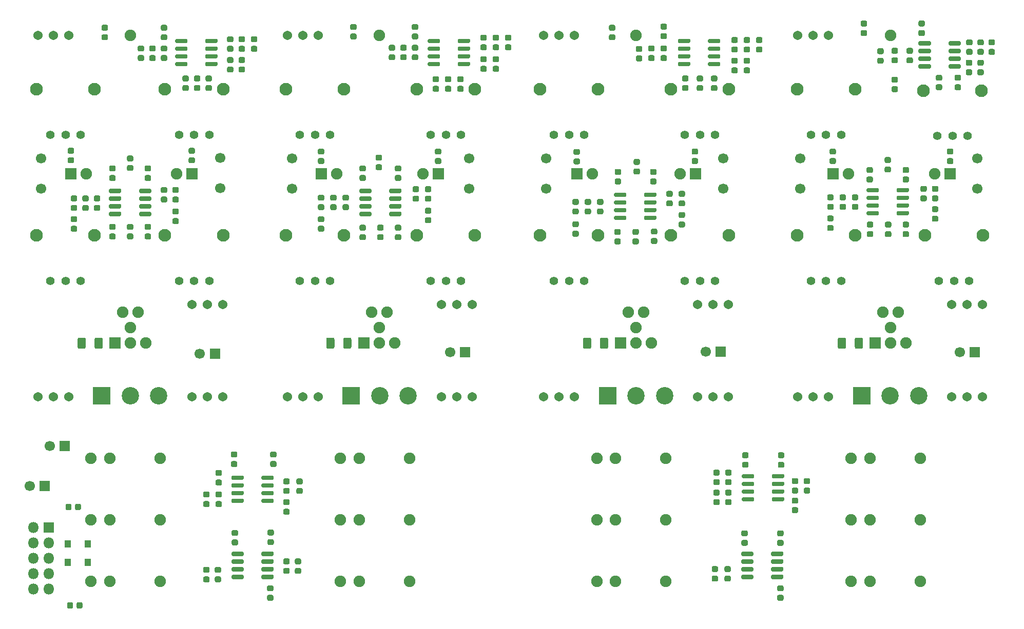
<source format=gbs>
G04 #@! TF.GenerationSoftware,KiCad,Pcbnew,(5.1.6-0-10_14)*
G04 #@! TF.CreationDate,2022-03-04T17:45:04+00:00*
G04 #@! TF.ProjectId,Quad Tube VCA,51756164-2054-4756-9265-205643412e6b,rev?*
G04 #@! TF.SameCoordinates,Original*
G04 #@! TF.FileFunction,Soldermask,Bot*
G04 #@! TF.FilePolarity,Negative*
%FSLAX46Y46*%
G04 Gerber Fmt 4.6, Leading zero omitted, Abs format (unit mm)*
G04 Created by KiCad (PCBNEW (5.1.6-0-10_14)) date 2022-03-04 17:45:04*
%MOMM*%
%LPD*%
G01*
G04 APERTURE LIST*
%ADD10R,1.000000X1.300000*%
%ADD11C,2.875000*%
%ADD12R,2.875000X2.875000*%
%ADD13C,1.700000*%
%ADD14R,1.700000X1.700000*%
%ADD15C,1.900000*%
%ADD16R,1.900000X1.900000*%
%ADD17C,1.400000*%
%ADD18C,2.100000*%
%ADD19C,1.540000*%
%ADD20O,1.800000X1.800000*%
%ADD21R,1.800000X1.800000*%
G04 APERTURE END LIST*
G36*
G01*
X203173500Y-98405000D02*
X203173500Y-99715000D01*
G75*
G02*
X202903500Y-99985000I-270000J0D01*
G01*
X202093500Y-99985000D01*
G75*
G02*
X201823500Y-99715000I0J270000D01*
G01*
X201823500Y-98405000D01*
G75*
G02*
X202093500Y-98135000I270000J0D01*
G01*
X202903500Y-98135000D01*
G75*
G02*
X203173500Y-98405000I0J-270000D01*
G01*
G37*
G36*
G01*
X205973500Y-98405000D02*
X205973500Y-99715000D01*
G75*
G02*
X205703500Y-99985000I-270000J0D01*
G01*
X204893500Y-99985000D01*
G75*
G02*
X204623500Y-99715000I0J270000D01*
G01*
X204623500Y-98405000D01*
G75*
G02*
X204893500Y-98135000I270000J0D01*
G01*
X205703500Y-98135000D01*
G75*
G02*
X205973500Y-98405000I0J-270000D01*
G01*
G37*
G36*
G01*
X161136500Y-98405000D02*
X161136500Y-99715000D01*
G75*
G02*
X160866500Y-99985000I-270000J0D01*
G01*
X160056500Y-99985000D01*
G75*
G02*
X159786500Y-99715000I0J270000D01*
G01*
X159786500Y-98405000D01*
G75*
G02*
X160056500Y-98135000I270000J0D01*
G01*
X160866500Y-98135000D01*
G75*
G02*
X161136500Y-98405000I0J-270000D01*
G01*
G37*
G36*
G01*
X163936500Y-98405000D02*
X163936500Y-99715000D01*
G75*
G02*
X163666500Y-99985000I-270000J0D01*
G01*
X162856500Y-99985000D01*
G75*
G02*
X162586500Y-99715000I0J270000D01*
G01*
X162586500Y-98405000D01*
G75*
G02*
X162856500Y-98135000I270000J0D01*
G01*
X163666500Y-98135000D01*
G75*
G02*
X163936500Y-98405000I0J-270000D01*
G01*
G37*
G36*
G01*
X118782000Y-98405000D02*
X118782000Y-99715000D01*
G75*
G02*
X118512000Y-99985000I-270000J0D01*
G01*
X117702000Y-99985000D01*
G75*
G02*
X117432000Y-99715000I0J270000D01*
G01*
X117432000Y-98405000D01*
G75*
G02*
X117702000Y-98135000I270000J0D01*
G01*
X118512000Y-98135000D01*
G75*
G02*
X118782000Y-98405000I0J-270000D01*
G01*
G37*
G36*
G01*
X121582000Y-98405000D02*
X121582000Y-99715000D01*
G75*
G02*
X121312000Y-99985000I-270000J0D01*
G01*
X120502000Y-99985000D01*
G75*
G02*
X120232000Y-99715000I0J270000D01*
G01*
X120232000Y-98405000D01*
G75*
G02*
X120502000Y-98135000I270000J0D01*
G01*
X121312000Y-98135000D01*
G75*
G02*
X121582000Y-98405000I0J-270000D01*
G01*
G37*
G36*
G01*
X77761000Y-98405000D02*
X77761000Y-99715000D01*
G75*
G02*
X77491000Y-99985000I-270000J0D01*
G01*
X76681000Y-99985000D01*
G75*
G02*
X76411000Y-99715000I0J270000D01*
G01*
X76411000Y-98405000D01*
G75*
G02*
X76681000Y-98135000I270000J0D01*
G01*
X77491000Y-98135000D01*
G75*
G02*
X77761000Y-98405000I0J-270000D01*
G01*
G37*
G36*
G01*
X80561000Y-98405000D02*
X80561000Y-99715000D01*
G75*
G02*
X80291000Y-99985000I-270000J0D01*
G01*
X79481000Y-99985000D01*
G75*
G02*
X79211000Y-99715000I0J270000D01*
G01*
X79211000Y-98405000D01*
G75*
G02*
X79481000Y-98135000I270000J0D01*
G01*
X80291000Y-98135000D01*
G75*
G02*
X80561000Y-98405000I0J-270000D01*
G01*
G37*
G36*
G01*
X190807000Y-137843000D02*
X190807000Y-137493000D01*
G75*
G02*
X190982000Y-137318000I175000J0D01*
G01*
X192682000Y-137318000D01*
G75*
G02*
X192857000Y-137493000I0J-175000D01*
G01*
X192857000Y-137843000D01*
G75*
G02*
X192682000Y-138018000I-175000J0D01*
G01*
X190982000Y-138018000D01*
G75*
G02*
X190807000Y-137843000I0J175000D01*
G01*
G37*
G36*
G01*
X190807000Y-136573000D02*
X190807000Y-136223000D01*
G75*
G02*
X190982000Y-136048000I175000J0D01*
G01*
X192682000Y-136048000D01*
G75*
G02*
X192857000Y-136223000I0J-175000D01*
G01*
X192857000Y-136573000D01*
G75*
G02*
X192682000Y-136748000I-175000J0D01*
G01*
X190982000Y-136748000D01*
G75*
G02*
X190807000Y-136573000I0J175000D01*
G01*
G37*
G36*
G01*
X190807000Y-135303000D02*
X190807000Y-134953000D01*
G75*
G02*
X190982000Y-134778000I175000J0D01*
G01*
X192682000Y-134778000D01*
G75*
G02*
X192857000Y-134953000I0J-175000D01*
G01*
X192857000Y-135303000D01*
G75*
G02*
X192682000Y-135478000I-175000J0D01*
G01*
X190982000Y-135478000D01*
G75*
G02*
X190807000Y-135303000I0J175000D01*
G01*
G37*
G36*
G01*
X190807000Y-134033000D02*
X190807000Y-133683000D01*
G75*
G02*
X190982000Y-133508000I175000J0D01*
G01*
X192682000Y-133508000D01*
G75*
G02*
X192857000Y-133683000I0J-175000D01*
G01*
X192857000Y-134033000D01*
G75*
G02*
X192682000Y-134208000I-175000J0D01*
G01*
X190982000Y-134208000D01*
G75*
G02*
X190807000Y-134033000I0J175000D01*
G01*
G37*
G36*
G01*
X185857000Y-134033000D02*
X185857000Y-133683000D01*
G75*
G02*
X186032000Y-133508000I175000J0D01*
G01*
X187732000Y-133508000D01*
G75*
G02*
X187907000Y-133683000I0J-175000D01*
G01*
X187907000Y-134033000D01*
G75*
G02*
X187732000Y-134208000I-175000J0D01*
G01*
X186032000Y-134208000D01*
G75*
G02*
X185857000Y-134033000I0J175000D01*
G01*
G37*
G36*
G01*
X185857000Y-135303000D02*
X185857000Y-134953000D01*
G75*
G02*
X186032000Y-134778000I175000J0D01*
G01*
X187732000Y-134778000D01*
G75*
G02*
X187907000Y-134953000I0J-175000D01*
G01*
X187907000Y-135303000D01*
G75*
G02*
X187732000Y-135478000I-175000J0D01*
G01*
X186032000Y-135478000D01*
G75*
G02*
X185857000Y-135303000I0J175000D01*
G01*
G37*
G36*
G01*
X185857000Y-136573000D02*
X185857000Y-136223000D01*
G75*
G02*
X186032000Y-136048000I175000J0D01*
G01*
X187732000Y-136048000D01*
G75*
G02*
X187907000Y-136223000I0J-175000D01*
G01*
X187907000Y-136573000D01*
G75*
G02*
X187732000Y-136748000I-175000J0D01*
G01*
X186032000Y-136748000D01*
G75*
G02*
X185857000Y-136573000I0J175000D01*
G01*
G37*
G36*
G01*
X185857000Y-137843000D02*
X185857000Y-137493000D01*
G75*
G02*
X186032000Y-137318000I175000J0D01*
G01*
X187732000Y-137318000D01*
G75*
G02*
X187907000Y-137493000I0J-175000D01*
G01*
X187907000Y-137843000D01*
G75*
G02*
X187732000Y-138018000I-175000J0D01*
G01*
X186032000Y-138018000D01*
G75*
G02*
X185857000Y-137843000I0J175000D01*
G01*
G37*
G36*
G01*
X106733000Y-137843000D02*
X106733000Y-137493000D01*
G75*
G02*
X106908000Y-137318000I175000J0D01*
G01*
X108608000Y-137318000D01*
G75*
G02*
X108783000Y-137493000I0J-175000D01*
G01*
X108783000Y-137843000D01*
G75*
G02*
X108608000Y-138018000I-175000J0D01*
G01*
X106908000Y-138018000D01*
G75*
G02*
X106733000Y-137843000I0J175000D01*
G01*
G37*
G36*
G01*
X106733000Y-136573000D02*
X106733000Y-136223000D01*
G75*
G02*
X106908000Y-136048000I175000J0D01*
G01*
X108608000Y-136048000D01*
G75*
G02*
X108783000Y-136223000I0J-175000D01*
G01*
X108783000Y-136573000D01*
G75*
G02*
X108608000Y-136748000I-175000J0D01*
G01*
X106908000Y-136748000D01*
G75*
G02*
X106733000Y-136573000I0J175000D01*
G01*
G37*
G36*
G01*
X106733000Y-135303000D02*
X106733000Y-134953000D01*
G75*
G02*
X106908000Y-134778000I175000J0D01*
G01*
X108608000Y-134778000D01*
G75*
G02*
X108783000Y-134953000I0J-175000D01*
G01*
X108783000Y-135303000D01*
G75*
G02*
X108608000Y-135478000I-175000J0D01*
G01*
X106908000Y-135478000D01*
G75*
G02*
X106733000Y-135303000I0J175000D01*
G01*
G37*
G36*
G01*
X106733000Y-134033000D02*
X106733000Y-133683000D01*
G75*
G02*
X106908000Y-133508000I175000J0D01*
G01*
X108608000Y-133508000D01*
G75*
G02*
X108783000Y-133683000I0J-175000D01*
G01*
X108783000Y-134033000D01*
G75*
G02*
X108608000Y-134208000I-175000J0D01*
G01*
X106908000Y-134208000D01*
G75*
G02*
X106733000Y-134033000I0J175000D01*
G01*
G37*
G36*
G01*
X101783000Y-134033000D02*
X101783000Y-133683000D01*
G75*
G02*
X101958000Y-133508000I175000J0D01*
G01*
X103658000Y-133508000D01*
G75*
G02*
X103833000Y-133683000I0J-175000D01*
G01*
X103833000Y-134033000D01*
G75*
G02*
X103658000Y-134208000I-175000J0D01*
G01*
X101958000Y-134208000D01*
G75*
G02*
X101783000Y-134033000I0J175000D01*
G01*
G37*
G36*
G01*
X101783000Y-135303000D02*
X101783000Y-134953000D01*
G75*
G02*
X101958000Y-134778000I175000J0D01*
G01*
X103658000Y-134778000D01*
G75*
G02*
X103833000Y-134953000I0J-175000D01*
G01*
X103833000Y-135303000D01*
G75*
G02*
X103658000Y-135478000I-175000J0D01*
G01*
X101958000Y-135478000D01*
G75*
G02*
X101783000Y-135303000I0J175000D01*
G01*
G37*
G36*
G01*
X101783000Y-136573000D02*
X101783000Y-136223000D01*
G75*
G02*
X101958000Y-136048000I175000J0D01*
G01*
X103658000Y-136048000D01*
G75*
G02*
X103833000Y-136223000I0J-175000D01*
G01*
X103833000Y-136573000D01*
G75*
G02*
X103658000Y-136748000I-175000J0D01*
G01*
X101958000Y-136748000D01*
G75*
G02*
X101783000Y-136573000I0J175000D01*
G01*
G37*
G36*
G01*
X101783000Y-137843000D02*
X101783000Y-137493000D01*
G75*
G02*
X101958000Y-137318000I175000J0D01*
G01*
X103658000Y-137318000D01*
G75*
G02*
X103833000Y-137493000I0J-175000D01*
G01*
X103833000Y-137843000D01*
G75*
G02*
X103658000Y-138018000I-175000J0D01*
G01*
X101958000Y-138018000D01*
G75*
G02*
X101783000Y-137843000I0J175000D01*
G01*
G37*
G36*
G01*
X217180500Y-49355000D02*
X217180500Y-49705000D01*
G75*
G02*
X217005500Y-49880000I-175000J0D01*
G01*
X215305500Y-49880000D01*
G75*
G02*
X215130500Y-49705000I0J175000D01*
G01*
X215130500Y-49355000D01*
G75*
G02*
X215305500Y-49180000I175000J0D01*
G01*
X217005500Y-49180000D01*
G75*
G02*
X217180500Y-49355000I0J-175000D01*
G01*
G37*
G36*
G01*
X217180500Y-50625000D02*
X217180500Y-50975000D01*
G75*
G02*
X217005500Y-51150000I-175000J0D01*
G01*
X215305500Y-51150000D01*
G75*
G02*
X215130500Y-50975000I0J175000D01*
G01*
X215130500Y-50625000D01*
G75*
G02*
X215305500Y-50450000I175000J0D01*
G01*
X217005500Y-50450000D01*
G75*
G02*
X217180500Y-50625000I0J-175000D01*
G01*
G37*
G36*
G01*
X217180500Y-51895000D02*
X217180500Y-52245000D01*
G75*
G02*
X217005500Y-52420000I-175000J0D01*
G01*
X215305500Y-52420000D01*
G75*
G02*
X215130500Y-52245000I0J175000D01*
G01*
X215130500Y-51895000D01*
G75*
G02*
X215305500Y-51720000I175000J0D01*
G01*
X217005500Y-51720000D01*
G75*
G02*
X217180500Y-51895000I0J-175000D01*
G01*
G37*
G36*
G01*
X217180500Y-53165000D02*
X217180500Y-53515000D01*
G75*
G02*
X217005500Y-53690000I-175000J0D01*
G01*
X215305500Y-53690000D01*
G75*
G02*
X215130500Y-53515000I0J175000D01*
G01*
X215130500Y-53165000D01*
G75*
G02*
X215305500Y-52990000I175000J0D01*
G01*
X217005500Y-52990000D01*
G75*
G02*
X217180500Y-53165000I0J-175000D01*
G01*
G37*
G36*
G01*
X222130500Y-53165000D02*
X222130500Y-53515000D01*
G75*
G02*
X221955500Y-53690000I-175000J0D01*
G01*
X220255500Y-53690000D01*
G75*
G02*
X220080500Y-53515000I0J175000D01*
G01*
X220080500Y-53165000D01*
G75*
G02*
X220255500Y-52990000I175000J0D01*
G01*
X221955500Y-52990000D01*
G75*
G02*
X222130500Y-53165000I0J-175000D01*
G01*
G37*
G36*
G01*
X222130500Y-51895000D02*
X222130500Y-52245000D01*
G75*
G02*
X221955500Y-52420000I-175000J0D01*
G01*
X220255500Y-52420000D01*
G75*
G02*
X220080500Y-52245000I0J175000D01*
G01*
X220080500Y-51895000D01*
G75*
G02*
X220255500Y-51720000I175000J0D01*
G01*
X221955500Y-51720000D01*
G75*
G02*
X222130500Y-51895000I0J-175000D01*
G01*
G37*
G36*
G01*
X222130500Y-50625000D02*
X222130500Y-50975000D01*
G75*
G02*
X221955500Y-51150000I-175000J0D01*
G01*
X220255500Y-51150000D01*
G75*
G02*
X220080500Y-50975000I0J175000D01*
G01*
X220080500Y-50625000D01*
G75*
G02*
X220255500Y-50450000I175000J0D01*
G01*
X221955500Y-50450000D01*
G75*
G02*
X222130500Y-50625000I0J-175000D01*
G01*
G37*
G36*
G01*
X222130500Y-49355000D02*
X222130500Y-49705000D01*
G75*
G02*
X221955500Y-49880000I-175000J0D01*
G01*
X220255500Y-49880000D01*
G75*
G02*
X220080500Y-49705000I0J175000D01*
G01*
X220080500Y-49355000D01*
G75*
G02*
X220255500Y-49180000I175000J0D01*
G01*
X221955500Y-49180000D01*
G75*
G02*
X222130500Y-49355000I0J-175000D01*
G01*
G37*
G36*
G01*
X190934000Y-125016000D02*
X190934000Y-124666000D01*
G75*
G02*
X191109000Y-124491000I175000J0D01*
G01*
X192809000Y-124491000D01*
G75*
G02*
X192984000Y-124666000I0J-175000D01*
G01*
X192984000Y-125016000D01*
G75*
G02*
X192809000Y-125191000I-175000J0D01*
G01*
X191109000Y-125191000D01*
G75*
G02*
X190934000Y-125016000I0J175000D01*
G01*
G37*
G36*
G01*
X190934000Y-123746000D02*
X190934000Y-123396000D01*
G75*
G02*
X191109000Y-123221000I175000J0D01*
G01*
X192809000Y-123221000D01*
G75*
G02*
X192984000Y-123396000I0J-175000D01*
G01*
X192984000Y-123746000D01*
G75*
G02*
X192809000Y-123921000I-175000J0D01*
G01*
X191109000Y-123921000D01*
G75*
G02*
X190934000Y-123746000I0J175000D01*
G01*
G37*
G36*
G01*
X190934000Y-122476000D02*
X190934000Y-122126000D01*
G75*
G02*
X191109000Y-121951000I175000J0D01*
G01*
X192809000Y-121951000D01*
G75*
G02*
X192984000Y-122126000I0J-175000D01*
G01*
X192984000Y-122476000D01*
G75*
G02*
X192809000Y-122651000I-175000J0D01*
G01*
X191109000Y-122651000D01*
G75*
G02*
X190934000Y-122476000I0J175000D01*
G01*
G37*
G36*
G01*
X190934000Y-121206000D02*
X190934000Y-120856000D01*
G75*
G02*
X191109000Y-120681000I175000J0D01*
G01*
X192809000Y-120681000D01*
G75*
G02*
X192984000Y-120856000I0J-175000D01*
G01*
X192984000Y-121206000D01*
G75*
G02*
X192809000Y-121381000I-175000J0D01*
G01*
X191109000Y-121381000D01*
G75*
G02*
X190934000Y-121206000I0J175000D01*
G01*
G37*
G36*
G01*
X185984000Y-121206000D02*
X185984000Y-120856000D01*
G75*
G02*
X186159000Y-120681000I175000J0D01*
G01*
X187859000Y-120681000D01*
G75*
G02*
X188034000Y-120856000I0J-175000D01*
G01*
X188034000Y-121206000D01*
G75*
G02*
X187859000Y-121381000I-175000J0D01*
G01*
X186159000Y-121381000D01*
G75*
G02*
X185984000Y-121206000I0J175000D01*
G01*
G37*
G36*
G01*
X185984000Y-122476000D02*
X185984000Y-122126000D01*
G75*
G02*
X186159000Y-121951000I175000J0D01*
G01*
X187859000Y-121951000D01*
G75*
G02*
X188034000Y-122126000I0J-175000D01*
G01*
X188034000Y-122476000D01*
G75*
G02*
X187859000Y-122651000I-175000J0D01*
G01*
X186159000Y-122651000D01*
G75*
G02*
X185984000Y-122476000I0J175000D01*
G01*
G37*
G36*
G01*
X185984000Y-123746000D02*
X185984000Y-123396000D01*
G75*
G02*
X186159000Y-123221000I175000J0D01*
G01*
X187859000Y-123221000D01*
G75*
G02*
X188034000Y-123396000I0J-175000D01*
G01*
X188034000Y-123746000D01*
G75*
G02*
X187859000Y-123921000I-175000J0D01*
G01*
X186159000Y-123921000D01*
G75*
G02*
X185984000Y-123746000I0J175000D01*
G01*
G37*
G36*
G01*
X185984000Y-125016000D02*
X185984000Y-124666000D01*
G75*
G02*
X186159000Y-124491000I175000J0D01*
G01*
X187859000Y-124491000D01*
G75*
G02*
X188034000Y-124666000I0J-175000D01*
G01*
X188034000Y-125016000D01*
G75*
G02*
X187859000Y-125191000I-175000J0D01*
G01*
X186159000Y-125191000D01*
G75*
G02*
X185984000Y-125016000I0J175000D01*
G01*
G37*
G36*
G01*
X177493000Y-48974000D02*
X177493000Y-49324000D01*
G75*
G02*
X177318000Y-49499000I-175000J0D01*
G01*
X175618000Y-49499000D01*
G75*
G02*
X175443000Y-49324000I0J175000D01*
G01*
X175443000Y-48974000D01*
G75*
G02*
X175618000Y-48799000I175000J0D01*
G01*
X177318000Y-48799000D01*
G75*
G02*
X177493000Y-48974000I0J-175000D01*
G01*
G37*
G36*
G01*
X177493000Y-50244000D02*
X177493000Y-50594000D01*
G75*
G02*
X177318000Y-50769000I-175000J0D01*
G01*
X175618000Y-50769000D01*
G75*
G02*
X175443000Y-50594000I0J175000D01*
G01*
X175443000Y-50244000D01*
G75*
G02*
X175618000Y-50069000I175000J0D01*
G01*
X177318000Y-50069000D01*
G75*
G02*
X177493000Y-50244000I0J-175000D01*
G01*
G37*
G36*
G01*
X177493000Y-51514000D02*
X177493000Y-51864000D01*
G75*
G02*
X177318000Y-52039000I-175000J0D01*
G01*
X175618000Y-52039000D01*
G75*
G02*
X175443000Y-51864000I0J175000D01*
G01*
X175443000Y-51514000D01*
G75*
G02*
X175618000Y-51339000I175000J0D01*
G01*
X177318000Y-51339000D01*
G75*
G02*
X177493000Y-51514000I0J-175000D01*
G01*
G37*
G36*
G01*
X177493000Y-52784000D02*
X177493000Y-53134000D01*
G75*
G02*
X177318000Y-53309000I-175000J0D01*
G01*
X175618000Y-53309000D01*
G75*
G02*
X175443000Y-53134000I0J175000D01*
G01*
X175443000Y-52784000D01*
G75*
G02*
X175618000Y-52609000I175000J0D01*
G01*
X177318000Y-52609000D01*
G75*
G02*
X177493000Y-52784000I0J-175000D01*
G01*
G37*
G36*
G01*
X182443000Y-52784000D02*
X182443000Y-53134000D01*
G75*
G02*
X182268000Y-53309000I-175000J0D01*
G01*
X180568000Y-53309000D01*
G75*
G02*
X180393000Y-53134000I0J175000D01*
G01*
X180393000Y-52784000D01*
G75*
G02*
X180568000Y-52609000I175000J0D01*
G01*
X182268000Y-52609000D01*
G75*
G02*
X182443000Y-52784000I0J-175000D01*
G01*
G37*
G36*
G01*
X182443000Y-51514000D02*
X182443000Y-51864000D01*
G75*
G02*
X182268000Y-52039000I-175000J0D01*
G01*
X180568000Y-52039000D01*
G75*
G02*
X180393000Y-51864000I0J175000D01*
G01*
X180393000Y-51514000D01*
G75*
G02*
X180568000Y-51339000I175000J0D01*
G01*
X182268000Y-51339000D01*
G75*
G02*
X182443000Y-51514000I0J-175000D01*
G01*
G37*
G36*
G01*
X182443000Y-50244000D02*
X182443000Y-50594000D01*
G75*
G02*
X182268000Y-50769000I-175000J0D01*
G01*
X180568000Y-50769000D01*
G75*
G02*
X180393000Y-50594000I0J175000D01*
G01*
X180393000Y-50244000D01*
G75*
G02*
X180568000Y-50069000I175000J0D01*
G01*
X182268000Y-50069000D01*
G75*
G02*
X182443000Y-50244000I0J-175000D01*
G01*
G37*
G36*
G01*
X182443000Y-48974000D02*
X182443000Y-49324000D01*
G75*
G02*
X182268000Y-49499000I-175000J0D01*
G01*
X180568000Y-49499000D01*
G75*
G02*
X180393000Y-49324000I0J175000D01*
G01*
X180393000Y-48974000D01*
G75*
G02*
X180568000Y-48799000I175000J0D01*
G01*
X182268000Y-48799000D01*
G75*
G02*
X182443000Y-48974000I0J-175000D01*
G01*
G37*
G36*
G01*
X136218000Y-48974000D02*
X136218000Y-49324000D01*
G75*
G02*
X136043000Y-49499000I-175000J0D01*
G01*
X134343000Y-49499000D01*
G75*
G02*
X134168000Y-49324000I0J175000D01*
G01*
X134168000Y-48974000D01*
G75*
G02*
X134343000Y-48799000I175000J0D01*
G01*
X136043000Y-48799000D01*
G75*
G02*
X136218000Y-48974000I0J-175000D01*
G01*
G37*
G36*
G01*
X136218000Y-50244000D02*
X136218000Y-50594000D01*
G75*
G02*
X136043000Y-50769000I-175000J0D01*
G01*
X134343000Y-50769000D01*
G75*
G02*
X134168000Y-50594000I0J175000D01*
G01*
X134168000Y-50244000D01*
G75*
G02*
X134343000Y-50069000I175000J0D01*
G01*
X136043000Y-50069000D01*
G75*
G02*
X136218000Y-50244000I0J-175000D01*
G01*
G37*
G36*
G01*
X136218000Y-51514000D02*
X136218000Y-51864000D01*
G75*
G02*
X136043000Y-52039000I-175000J0D01*
G01*
X134343000Y-52039000D01*
G75*
G02*
X134168000Y-51864000I0J175000D01*
G01*
X134168000Y-51514000D01*
G75*
G02*
X134343000Y-51339000I175000J0D01*
G01*
X136043000Y-51339000D01*
G75*
G02*
X136218000Y-51514000I0J-175000D01*
G01*
G37*
G36*
G01*
X136218000Y-52784000D02*
X136218000Y-53134000D01*
G75*
G02*
X136043000Y-53309000I-175000J0D01*
G01*
X134343000Y-53309000D01*
G75*
G02*
X134168000Y-53134000I0J175000D01*
G01*
X134168000Y-52784000D01*
G75*
G02*
X134343000Y-52609000I175000J0D01*
G01*
X136043000Y-52609000D01*
G75*
G02*
X136218000Y-52784000I0J-175000D01*
G01*
G37*
G36*
G01*
X141168000Y-52784000D02*
X141168000Y-53134000D01*
G75*
G02*
X140993000Y-53309000I-175000J0D01*
G01*
X139293000Y-53309000D01*
G75*
G02*
X139118000Y-53134000I0J175000D01*
G01*
X139118000Y-52784000D01*
G75*
G02*
X139293000Y-52609000I175000J0D01*
G01*
X140993000Y-52609000D01*
G75*
G02*
X141168000Y-52784000I0J-175000D01*
G01*
G37*
G36*
G01*
X141168000Y-51514000D02*
X141168000Y-51864000D01*
G75*
G02*
X140993000Y-52039000I-175000J0D01*
G01*
X139293000Y-52039000D01*
G75*
G02*
X139118000Y-51864000I0J175000D01*
G01*
X139118000Y-51514000D01*
G75*
G02*
X139293000Y-51339000I175000J0D01*
G01*
X140993000Y-51339000D01*
G75*
G02*
X141168000Y-51514000I0J-175000D01*
G01*
G37*
G36*
G01*
X141168000Y-50244000D02*
X141168000Y-50594000D01*
G75*
G02*
X140993000Y-50769000I-175000J0D01*
G01*
X139293000Y-50769000D01*
G75*
G02*
X139118000Y-50594000I0J175000D01*
G01*
X139118000Y-50244000D01*
G75*
G02*
X139293000Y-50069000I175000J0D01*
G01*
X140993000Y-50069000D01*
G75*
G02*
X141168000Y-50244000I0J-175000D01*
G01*
G37*
G36*
G01*
X141168000Y-48974000D02*
X141168000Y-49324000D01*
G75*
G02*
X140993000Y-49499000I-175000J0D01*
G01*
X139293000Y-49499000D01*
G75*
G02*
X139118000Y-49324000I0J175000D01*
G01*
X139118000Y-48974000D01*
G75*
G02*
X139293000Y-48799000I175000J0D01*
G01*
X140993000Y-48799000D01*
G75*
G02*
X141168000Y-48974000I0J-175000D01*
G01*
G37*
G36*
G01*
X106733000Y-125270000D02*
X106733000Y-124920000D01*
G75*
G02*
X106908000Y-124745000I175000J0D01*
G01*
X108608000Y-124745000D01*
G75*
G02*
X108783000Y-124920000I0J-175000D01*
G01*
X108783000Y-125270000D01*
G75*
G02*
X108608000Y-125445000I-175000J0D01*
G01*
X106908000Y-125445000D01*
G75*
G02*
X106733000Y-125270000I0J175000D01*
G01*
G37*
G36*
G01*
X106733000Y-124000000D02*
X106733000Y-123650000D01*
G75*
G02*
X106908000Y-123475000I175000J0D01*
G01*
X108608000Y-123475000D01*
G75*
G02*
X108783000Y-123650000I0J-175000D01*
G01*
X108783000Y-124000000D01*
G75*
G02*
X108608000Y-124175000I-175000J0D01*
G01*
X106908000Y-124175000D01*
G75*
G02*
X106733000Y-124000000I0J175000D01*
G01*
G37*
G36*
G01*
X106733000Y-122730000D02*
X106733000Y-122380000D01*
G75*
G02*
X106908000Y-122205000I175000J0D01*
G01*
X108608000Y-122205000D01*
G75*
G02*
X108783000Y-122380000I0J-175000D01*
G01*
X108783000Y-122730000D01*
G75*
G02*
X108608000Y-122905000I-175000J0D01*
G01*
X106908000Y-122905000D01*
G75*
G02*
X106733000Y-122730000I0J175000D01*
G01*
G37*
G36*
G01*
X106733000Y-121460000D02*
X106733000Y-121110000D01*
G75*
G02*
X106908000Y-120935000I175000J0D01*
G01*
X108608000Y-120935000D01*
G75*
G02*
X108783000Y-121110000I0J-175000D01*
G01*
X108783000Y-121460000D01*
G75*
G02*
X108608000Y-121635000I-175000J0D01*
G01*
X106908000Y-121635000D01*
G75*
G02*
X106733000Y-121460000I0J175000D01*
G01*
G37*
G36*
G01*
X101783000Y-121460000D02*
X101783000Y-121110000D01*
G75*
G02*
X101958000Y-120935000I175000J0D01*
G01*
X103658000Y-120935000D01*
G75*
G02*
X103833000Y-121110000I0J-175000D01*
G01*
X103833000Y-121460000D01*
G75*
G02*
X103658000Y-121635000I-175000J0D01*
G01*
X101958000Y-121635000D01*
G75*
G02*
X101783000Y-121460000I0J175000D01*
G01*
G37*
G36*
G01*
X101783000Y-122730000D02*
X101783000Y-122380000D01*
G75*
G02*
X101958000Y-122205000I175000J0D01*
G01*
X103658000Y-122205000D01*
G75*
G02*
X103833000Y-122380000I0J-175000D01*
G01*
X103833000Y-122730000D01*
G75*
G02*
X103658000Y-122905000I-175000J0D01*
G01*
X101958000Y-122905000D01*
G75*
G02*
X101783000Y-122730000I0J175000D01*
G01*
G37*
G36*
G01*
X101783000Y-124000000D02*
X101783000Y-123650000D01*
G75*
G02*
X101958000Y-123475000I175000J0D01*
G01*
X103658000Y-123475000D01*
G75*
G02*
X103833000Y-123650000I0J-175000D01*
G01*
X103833000Y-124000000D01*
G75*
G02*
X103658000Y-124175000I-175000J0D01*
G01*
X101958000Y-124175000D01*
G75*
G02*
X101783000Y-124000000I0J175000D01*
G01*
G37*
G36*
G01*
X101783000Y-125270000D02*
X101783000Y-124920000D01*
G75*
G02*
X101958000Y-124745000I175000J0D01*
G01*
X103658000Y-124745000D01*
G75*
G02*
X103833000Y-124920000I0J-175000D01*
G01*
X103833000Y-125270000D01*
G75*
G02*
X103658000Y-125445000I-175000J0D01*
G01*
X101958000Y-125445000D01*
G75*
G02*
X101783000Y-125270000I0J175000D01*
G01*
G37*
G36*
G01*
X94562000Y-48974000D02*
X94562000Y-49324000D01*
G75*
G02*
X94387000Y-49499000I-175000J0D01*
G01*
X92687000Y-49499000D01*
G75*
G02*
X92512000Y-49324000I0J175000D01*
G01*
X92512000Y-48974000D01*
G75*
G02*
X92687000Y-48799000I175000J0D01*
G01*
X94387000Y-48799000D01*
G75*
G02*
X94562000Y-48974000I0J-175000D01*
G01*
G37*
G36*
G01*
X94562000Y-50244000D02*
X94562000Y-50594000D01*
G75*
G02*
X94387000Y-50769000I-175000J0D01*
G01*
X92687000Y-50769000D01*
G75*
G02*
X92512000Y-50594000I0J175000D01*
G01*
X92512000Y-50244000D01*
G75*
G02*
X92687000Y-50069000I175000J0D01*
G01*
X94387000Y-50069000D01*
G75*
G02*
X94562000Y-50244000I0J-175000D01*
G01*
G37*
G36*
G01*
X94562000Y-51514000D02*
X94562000Y-51864000D01*
G75*
G02*
X94387000Y-52039000I-175000J0D01*
G01*
X92687000Y-52039000D01*
G75*
G02*
X92512000Y-51864000I0J175000D01*
G01*
X92512000Y-51514000D01*
G75*
G02*
X92687000Y-51339000I175000J0D01*
G01*
X94387000Y-51339000D01*
G75*
G02*
X94562000Y-51514000I0J-175000D01*
G01*
G37*
G36*
G01*
X94562000Y-52784000D02*
X94562000Y-53134000D01*
G75*
G02*
X94387000Y-53309000I-175000J0D01*
G01*
X92687000Y-53309000D01*
G75*
G02*
X92512000Y-53134000I0J175000D01*
G01*
X92512000Y-52784000D01*
G75*
G02*
X92687000Y-52609000I175000J0D01*
G01*
X94387000Y-52609000D01*
G75*
G02*
X94562000Y-52784000I0J-175000D01*
G01*
G37*
G36*
G01*
X99512000Y-52784000D02*
X99512000Y-53134000D01*
G75*
G02*
X99337000Y-53309000I-175000J0D01*
G01*
X97637000Y-53309000D01*
G75*
G02*
X97462000Y-53134000I0J175000D01*
G01*
X97462000Y-52784000D01*
G75*
G02*
X97637000Y-52609000I175000J0D01*
G01*
X99337000Y-52609000D01*
G75*
G02*
X99512000Y-52784000I0J-175000D01*
G01*
G37*
G36*
G01*
X99512000Y-51514000D02*
X99512000Y-51864000D01*
G75*
G02*
X99337000Y-52039000I-175000J0D01*
G01*
X97637000Y-52039000D01*
G75*
G02*
X97462000Y-51864000I0J175000D01*
G01*
X97462000Y-51514000D01*
G75*
G02*
X97637000Y-51339000I175000J0D01*
G01*
X99337000Y-51339000D01*
G75*
G02*
X99512000Y-51514000I0J-175000D01*
G01*
G37*
G36*
G01*
X99512000Y-50244000D02*
X99512000Y-50594000D01*
G75*
G02*
X99337000Y-50769000I-175000J0D01*
G01*
X97637000Y-50769000D01*
G75*
G02*
X97462000Y-50594000I0J175000D01*
G01*
X97462000Y-50244000D01*
G75*
G02*
X97637000Y-50069000I175000J0D01*
G01*
X99337000Y-50069000D01*
G75*
G02*
X99512000Y-50244000I0J-175000D01*
G01*
G37*
G36*
G01*
X99512000Y-48974000D02*
X99512000Y-49324000D01*
G75*
G02*
X99337000Y-49499000I-175000J0D01*
G01*
X97637000Y-49499000D01*
G75*
G02*
X97462000Y-49324000I0J175000D01*
G01*
X97462000Y-48974000D01*
G75*
G02*
X97637000Y-48799000I175000J0D01*
G01*
X99337000Y-48799000D01*
G75*
G02*
X99512000Y-48974000I0J-175000D01*
G01*
G37*
G36*
G01*
X186154750Y-131554500D02*
X186717250Y-131554500D01*
G75*
G02*
X186961000Y-131798250I0J-243750D01*
G01*
X186961000Y-132285750D01*
G75*
G02*
X186717250Y-132529500I-243750J0D01*
G01*
X186154750Y-132529500D01*
G75*
G02*
X185911000Y-132285750I0J243750D01*
G01*
X185911000Y-131798250D01*
G75*
G02*
X186154750Y-131554500I243750J0D01*
G01*
G37*
G36*
G01*
X186154750Y-129979500D02*
X186717250Y-129979500D01*
G75*
G02*
X186961000Y-130223250I0J-243750D01*
G01*
X186961000Y-130710750D01*
G75*
G02*
X186717250Y-130954500I-243750J0D01*
G01*
X186154750Y-130954500D01*
G75*
G02*
X185911000Y-130710750I0J243750D01*
G01*
X185911000Y-130223250D01*
G75*
G02*
X186154750Y-129979500I243750J0D01*
G01*
G37*
G36*
G01*
X192060250Y-140635000D02*
X192622750Y-140635000D01*
G75*
G02*
X192866500Y-140878750I0J-243750D01*
G01*
X192866500Y-141366250D01*
G75*
G02*
X192622750Y-141610000I-243750J0D01*
G01*
X192060250Y-141610000D01*
G75*
G02*
X191816500Y-141366250I0J243750D01*
G01*
X191816500Y-140878750D01*
G75*
G02*
X192060250Y-140635000I243750J0D01*
G01*
G37*
G36*
G01*
X192060250Y-139060000D02*
X192622750Y-139060000D01*
G75*
G02*
X192866500Y-139303750I0J-243750D01*
G01*
X192866500Y-139791250D01*
G75*
G02*
X192622750Y-140035000I-243750J0D01*
G01*
X192060250Y-140035000D01*
G75*
G02*
X191816500Y-139791250I0J243750D01*
G01*
X191816500Y-139303750D01*
G75*
G02*
X192060250Y-139060000I243750J0D01*
G01*
G37*
G36*
G01*
X102080750Y-131491000D02*
X102643250Y-131491000D01*
G75*
G02*
X102887000Y-131734750I0J-243750D01*
G01*
X102887000Y-132222250D01*
G75*
G02*
X102643250Y-132466000I-243750J0D01*
G01*
X102080750Y-132466000D01*
G75*
G02*
X101837000Y-132222250I0J243750D01*
G01*
X101837000Y-131734750D01*
G75*
G02*
X102080750Y-131491000I243750J0D01*
G01*
G37*
G36*
G01*
X102080750Y-129916000D02*
X102643250Y-129916000D01*
G75*
G02*
X102887000Y-130159750I0J-243750D01*
G01*
X102887000Y-130647250D01*
G75*
G02*
X102643250Y-130891000I-243750J0D01*
G01*
X102080750Y-130891000D01*
G75*
G02*
X101837000Y-130647250I0J243750D01*
G01*
X101837000Y-130159750D01*
G75*
G02*
X102080750Y-129916000I243750J0D01*
G01*
G37*
G36*
G01*
X107922750Y-140635000D02*
X108485250Y-140635000D01*
G75*
G02*
X108729000Y-140878750I0J-243750D01*
G01*
X108729000Y-141366250D01*
G75*
G02*
X108485250Y-141610000I-243750J0D01*
G01*
X107922750Y-141610000D01*
G75*
G02*
X107679000Y-141366250I0J243750D01*
G01*
X107679000Y-140878750D01*
G75*
G02*
X107922750Y-140635000I243750J0D01*
G01*
G37*
G36*
G01*
X107922750Y-139060000D02*
X108485250Y-139060000D01*
G75*
G02*
X108729000Y-139303750I0J-243750D01*
G01*
X108729000Y-139791250D01*
G75*
G02*
X108485250Y-140035000I-243750J0D01*
G01*
X107922750Y-140035000D01*
G75*
G02*
X107679000Y-139791250I0J243750D01*
G01*
X107679000Y-139303750D01*
G75*
G02*
X107922750Y-139060000I243750J0D01*
G01*
G37*
G36*
G01*
X186281750Y-118664000D02*
X186844250Y-118664000D01*
G75*
G02*
X187088000Y-118907750I0J-243750D01*
G01*
X187088000Y-119395250D01*
G75*
G02*
X186844250Y-119639000I-243750J0D01*
G01*
X186281750Y-119639000D01*
G75*
G02*
X186038000Y-119395250I0J243750D01*
G01*
X186038000Y-118907750D01*
G75*
G02*
X186281750Y-118664000I243750J0D01*
G01*
G37*
G36*
G01*
X186281750Y-117089000D02*
X186844250Y-117089000D01*
G75*
G02*
X187088000Y-117332750I0J-243750D01*
G01*
X187088000Y-117820250D01*
G75*
G02*
X186844250Y-118064000I-243750J0D01*
G01*
X186281750Y-118064000D01*
G75*
G02*
X186038000Y-117820250I0J243750D01*
G01*
X186038000Y-117332750D01*
G75*
G02*
X186281750Y-117089000I243750J0D01*
G01*
G37*
G36*
G01*
X194473250Y-126157000D02*
X195035750Y-126157000D01*
G75*
G02*
X195279500Y-126400750I0J-243750D01*
G01*
X195279500Y-126888250D01*
G75*
G02*
X195035750Y-127132000I-243750J0D01*
G01*
X194473250Y-127132000D01*
G75*
G02*
X194229500Y-126888250I0J243750D01*
G01*
X194229500Y-126400750D01*
G75*
G02*
X194473250Y-126157000I243750J0D01*
G01*
G37*
G36*
G01*
X194473250Y-124582000D02*
X195035750Y-124582000D01*
G75*
G02*
X195279500Y-124825750I0J-243750D01*
G01*
X195279500Y-125313250D01*
G75*
G02*
X195035750Y-125557000I-243750J0D01*
G01*
X194473250Y-125557000D01*
G75*
G02*
X194229500Y-125313250I0J243750D01*
G01*
X194229500Y-124825750D01*
G75*
G02*
X194473250Y-124582000I243750J0D01*
G01*
G37*
G36*
G01*
X101953750Y-118537000D02*
X102516250Y-118537000D01*
G75*
G02*
X102760000Y-118780750I0J-243750D01*
G01*
X102760000Y-119268250D01*
G75*
G02*
X102516250Y-119512000I-243750J0D01*
G01*
X101953750Y-119512000D01*
G75*
G02*
X101710000Y-119268250I0J243750D01*
G01*
X101710000Y-118780750D01*
G75*
G02*
X101953750Y-118537000I243750J0D01*
G01*
G37*
G36*
G01*
X101953750Y-116962000D02*
X102516250Y-116962000D01*
G75*
G02*
X102760000Y-117205750I0J-243750D01*
G01*
X102760000Y-117693250D01*
G75*
G02*
X102516250Y-117937000I-243750J0D01*
G01*
X101953750Y-117937000D01*
G75*
G02*
X101710000Y-117693250I0J243750D01*
G01*
X101710000Y-117205750D01*
G75*
G02*
X101953750Y-116962000I243750J0D01*
G01*
G37*
G36*
G01*
X110589750Y-126411000D02*
X111152250Y-126411000D01*
G75*
G02*
X111396000Y-126654750I0J-243750D01*
G01*
X111396000Y-127142250D01*
G75*
G02*
X111152250Y-127386000I-243750J0D01*
G01*
X110589750Y-127386000D01*
G75*
G02*
X110346000Y-127142250I0J243750D01*
G01*
X110346000Y-126654750D01*
G75*
G02*
X110589750Y-126411000I243750J0D01*
G01*
G37*
G36*
G01*
X110589750Y-124836000D02*
X111152250Y-124836000D01*
G75*
G02*
X111396000Y-125079750I0J-243750D01*
G01*
X111396000Y-125567250D01*
G75*
G02*
X111152250Y-125811000I-243750J0D01*
G01*
X110589750Y-125811000D01*
G75*
G02*
X110346000Y-125567250I0J243750D01*
G01*
X110346000Y-125079750D01*
G75*
G02*
X110589750Y-124836000I243750J0D01*
G01*
G37*
G36*
G01*
X181265250Y-137460000D02*
X181827750Y-137460000D01*
G75*
G02*
X182071500Y-137703750I0J-243750D01*
G01*
X182071500Y-138191250D01*
G75*
G02*
X181827750Y-138435000I-243750J0D01*
G01*
X181265250Y-138435000D01*
G75*
G02*
X181021500Y-138191250I0J243750D01*
G01*
X181021500Y-137703750D01*
G75*
G02*
X181265250Y-137460000I243750J0D01*
G01*
G37*
G36*
G01*
X181265250Y-135885000D02*
X181827750Y-135885000D01*
G75*
G02*
X182071500Y-136128750I0J-243750D01*
G01*
X182071500Y-136616250D01*
G75*
G02*
X181827750Y-136860000I-243750J0D01*
G01*
X181265250Y-136860000D01*
G75*
G02*
X181021500Y-136616250I0J243750D01*
G01*
X181021500Y-136128750D01*
G75*
G02*
X181265250Y-135885000I243750J0D01*
G01*
G37*
G36*
G01*
X183923250Y-136860000D02*
X183360750Y-136860000D01*
G75*
G02*
X183117000Y-136616250I0J243750D01*
G01*
X183117000Y-136128750D01*
G75*
G02*
X183360750Y-135885000I243750J0D01*
G01*
X183923250Y-135885000D01*
G75*
G02*
X184167000Y-136128750I0J-243750D01*
G01*
X184167000Y-136616250D01*
G75*
G02*
X183923250Y-136860000I-243750J0D01*
G01*
G37*
G36*
G01*
X183923250Y-138435000D02*
X183360750Y-138435000D01*
G75*
G02*
X183117000Y-138191250I0J243750D01*
G01*
X183117000Y-137703750D01*
G75*
G02*
X183360750Y-137460000I243750J0D01*
G01*
X183923250Y-137460000D01*
G75*
G02*
X184167000Y-137703750I0J-243750D01*
G01*
X184167000Y-138191250D01*
G75*
G02*
X183923250Y-138435000I-243750J0D01*
G01*
G37*
G36*
G01*
X112494750Y-136190000D02*
X113057250Y-136190000D01*
G75*
G02*
X113301000Y-136433750I0J-243750D01*
G01*
X113301000Y-136921250D01*
G75*
G02*
X113057250Y-137165000I-243750J0D01*
G01*
X112494750Y-137165000D01*
G75*
G02*
X112251000Y-136921250I0J243750D01*
G01*
X112251000Y-136433750D01*
G75*
G02*
X112494750Y-136190000I243750J0D01*
G01*
G37*
G36*
G01*
X112494750Y-134615000D02*
X113057250Y-134615000D01*
G75*
G02*
X113301000Y-134858750I0J-243750D01*
G01*
X113301000Y-135346250D01*
G75*
G02*
X113057250Y-135590000I-243750J0D01*
G01*
X112494750Y-135590000D01*
G75*
G02*
X112251000Y-135346250I0J243750D01*
G01*
X112251000Y-134858750D01*
G75*
G02*
X112494750Y-134615000I243750J0D01*
G01*
G37*
G36*
G01*
X111152250Y-135590000D02*
X110589750Y-135590000D01*
G75*
G02*
X110346000Y-135346250I0J243750D01*
G01*
X110346000Y-134858750D01*
G75*
G02*
X110589750Y-134615000I243750J0D01*
G01*
X111152250Y-134615000D01*
G75*
G02*
X111396000Y-134858750I0J-243750D01*
G01*
X111396000Y-135346250D01*
G75*
G02*
X111152250Y-135590000I-243750J0D01*
G01*
G37*
G36*
G01*
X111152250Y-137165000D02*
X110589750Y-137165000D01*
G75*
G02*
X110346000Y-136921250I0J243750D01*
G01*
X110346000Y-136433750D01*
G75*
G02*
X110589750Y-136190000I243750J0D01*
G01*
X111152250Y-136190000D01*
G75*
G02*
X111396000Y-136433750I0J-243750D01*
G01*
X111396000Y-136921250D01*
G75*
G02*
X111152250Y-137165000I-243750J0D01*
G01*
G37*
G36*
G01*
X97381750Y-137587000D02*
X97944250Y-137587000D01*
G75*
G02*
X98188000Y-137830750I0J-243750D01*
G01*
X98188000Y-138318250D01*
G75*
G02*
X97944250Y-138562000I-243750J0D01*
G01*
X97381750Y-138562000D01*
G75*
G02*
X97138000Y-138318250I0J243750D01*
G01*
X97138000Y-137830750D01*
G75*
G02*
X97381750Y-137587000I243750J0D01*
G01*
G37*
G36*
G01*
X97381750Y-136012000D02*
X97944250Y-136012000D01*
G75*
G02*
X98188000Y-136255750I0J-243750D01*
G01*
X98188000Y-136743250D01*
G75*
G02*
X97944250Y-136987000I-243750J0D01*
G01*
X97381750Y-136987000D01*
G75*
G02*
X97138000Y-136743250I0J243750D01*
G01*
X97138000Y-136255750D01*
G75*
G02*
X97381750Y-136012000I243750J0D01*
G01*
G37*
G36*
G01*
X99849250Y-136987000D02*
X99286750Y-136987000D01*
G75*
G02*
X99043000Y-136743250I0J243750D01*
G01*
X99043000Y-136255750D01*
G75*
G02*
X99286750Y-136012000I243750J0D01*
G01*
X99849250Y-136012000D01*
G75*
G02*
X100093000Y-136255750I0J-243750D01*
G01*
X100093000Y-136743250D01*
G75*
G02*
X99849250Y-136987000I-243750J0D01*
G01*
G37*
G36*
G01*
X99849250Y-138562000D02*
X99286750Y-138562000D01*
G75*
G02*
X99043000Y-138318250I0J243750D01*
G01*
X99043000Y-137830750D01*
G75*
G02*
X99286750Y-137587000I243750J0D01*
G01*
X99849250Y-137587000D01*
G75*
G02*
X100093000Y-137830750I0J-243750D01*
G01*
X100093000Y-138318250D01*
G75*
G02*
X99849250Y-138562000I-243750J0D01*
G01*
G37*
D10*
X74804000Y-132207000D03*
X78104000Y-132207000D03*
X78104000Y-135255000D03*
X74804000Y-135255000D03*
D11*
X89790000Y-107702500D03*
X85090000Y-107702500D03*
D12*
X80390000Y-107702500D03*
D11*
X130938000Y-107702500D03*
X126238000Y-107702500D03*
D12*
X121538000Y-107702500D03*
D11*
X173229000Y-107702500D03*
X168529000Y-107702500D03*
D12*
X163829000Y-107702500D03*
D11*
X215139000Y-107702500D03*
X210439000Y-107702500D03*
D12*
X205739000Y-107702500D03*
D13*
X221909000Y-100584000D03*
D14*
X224409000Y-100584000D03*
D13*
X179999000Y-100457000D03*
D14*
X182499000Y-100457000D03*
D13*
X137835000Y-100584000D03*
D14*
X140335000Y-100584000D03*
D13*
X96560000Y-100838000D03*
D14*
X99060000Y-100838000D03*
D13*
X68493000Y-122682000D03*
D14*
X70993000Y-122682000D03*
D13*
X71795000Y-116078000D03*
D14*
X74295000Y-116078000D03*
G36*
G01*
X195035750Y-122318500D02*
X194473250Y-122318500D01*
G75*
G02*
X194229500Y-122074750I0J243750D01*
G01*
X194229500Y-121587250D01*
G75*
G02*
X194473250Y-121343500I243750J0D01*
G01*
X195035750Y-121343500D01*
G75*
G02*
X195279500Y-121587250I0J-243750D01*
G01*
X195279500Y-122074750D01*
G75*
G02*
X195035750Y-122318500I-243750J0D01*
G01*
G37*
G36*
G01*
X195035750Y-123893500D02*
X194473250Y-123893500D01*
G75*
G02*
X194229500Y-123649750I0J243750D01*
G01*
X194229500Y-123162250D01*
G75*
G02*
X194473250Y-122918500I243750J0D01*
G01*
X195035750Y-122918500D01*
G75*
G02*
X195279500Y-123162250I0J-243750D01*
G01*
X195279500Y-123649750D01*
G75*
G02*
X195035750Y-123893500I-243750J0D01*
G01*
G37*
G36*
G01*
X184050250Y-124223500D02*
X183487750Y-124223500D01*
G75*
G02*
X183244000Y-123979750I0J243750D01*
G01*
X183244000Y-123492250D01*
G75*
G02*
X183487750Y-123248500I243750J0D01*
G01*
X184050250Y-123248500D01*
G75*
G02*
X184294000Y-123492250I0J-243750D01*
G01*
X184294000Y-123979750D01*
G75*
G02*
X184050250Y-124223500I-243750J0D01*
G01*
G37*
G36*
G01*
X184050250Y-125798500D02*
X183487750Y-125798500D01*
G75*
G02*
X183244000Y-125554750I0J243750D01*
G01*
X183244000Y-125067250D01*
G75*
G02*
X183487750Y-124823500I243750J0D01*
G01*
X184050250Y-124823500D01*
G75*
G02*
X184294000Y-125067250I0J-243750D01*
G01*
X184294000Y-125554750D01*
G75*
G02*
X184050250Y-125798500I-243750J0D01*
G01*
G37*
G36*
G01*
X111152250Y-122382000D02*
X110589750Y-122382000D01*
G75*
G02*
X110346000Y-122138250I0J243750D01*
G01*
X110346000Y-121650750D01*
G75*
G02*
X110589750Y-121407000I243750J0D01*
G01*
X111152250Y-121407000D01*
G75*
G02*
X111396000Y-121650750I0J-243750D01*
G01*
X111396000Y-122138250D01*
G75*
G02*
X111152250Y-122382000I-243750J0D01*
G01*
G37*
G36*
G01*
X111152250Y-123957000D02*
X110589750Y-123957000D01*
G75*
G02*
X110346000Y-123713250I0J243750D01*
G01*
X110346000Y-123225750D01*
G75*
G02*
X110589750Y-122982000I243750J0D01*
G01*
X111152250Y-122982000D01*
G75*
G02*
X111396000Y-123225750I0J-243750D01*
G01*
X111396000Y-123713250D01*
G75*
G02*
X111152250Y-123957000I-243750J0D01*
G01*
G37*
G36*
G01*
X99976250Y-124541000D02*
X99413750Y-124541000D01*
G75*
G02*
X99170000Y-124297250I0J243750D01*
G01*
X99170000Y-123809750D01*
G75*
G02*
X99413750Y-123566000I243750J0D01*
G01*
X99976250Y-123566000D01*
G75*
G02*
X100220000Y-123809750I0J-243750D01*
G01*
X100220000Y-124297250D01*
G75*
G02*
X99976250Y-124541000I-243750J0D01*
G01*
G37*
G36*
G01*
X99976250Y-126116000D02*
X99413750Y-126116000D01*
G75*
G02*
X99170000Y-125872250I0J243750D01*
G01*
X99170000Y-125384750D01*
G75*
G02*
X99413750Y-125141000I243750J0D01*
G01*
X99976250Y-125141000D01*
G75*
G02*
X100220000Y-125384750I0J-243750D01*
G01*
X100220000Y-125872250D01*
G75*
G02*
X99976250Y-126116000I-243750J0D01*
G01*
G37*
G36*
G01*
X192060250Y-131554500D02*
X192622750Y-131554500D01*
G75*
G02*
X192866500Y-131798250I0J-243750D01*
G01*
X192866500Y-132285750D01*
G75*
G02*
X192622750Y-132529500I-243750J0D01*
G01*
X192060250Y-132529500D01*
G75*
G02*
X191816500Y-132285750I0J243750D01*
G01*
X191816500Y-131798250D01*
G75*
G02*
X192060250Y-131554500I243750J0D01*
G01*
G37*
G36*
G01*
X192060250Y-129979500D02*
X192622750Y-129979500D01*
G75*
G02*
X192866500Y-130223250I0J-243750D01*
G01*
X192866500Y-130710750D01*
G75*
G02*
X192622750Y-130954500I-243750J0D01*
G01*
X192060250Y-130954500D01*
G75*
G02*
X191816500Y-130710750I0J243750D01*
G01*
X191816500Y-130223250D01*
G75*
G02*
X192060250Y-129979500I243750J0D01*
G01*
G37*
G36*
G01*
X182081750Y-120921500D02*
X181519250Y-120921500D01*
G75*
G02*
X181275500Y-120677750I0J243750D01*
G01*
X181275500Y-120190250D01*
G75*
G02*
X181519250Y-119946500I243750J0D01*
G01*
X182081750Y-119946500D01*
G75*
G02*
X182325500Y-120190250I0J-243750D01*
G01*
X182325500Y-120677750D01*
G75*
G02*
X182081750Y-120921500I-243750J0D01*
G01*
G37*
G36*
G01*
X182081750Y-122496500D02*
X181519250Y-122496500D01*
G75*
G02*
X181275500Y-122252750I0J243750D01*
G01*
X181275500Y-121765250D01*
G75*
G02*
X181519250Y-121521500I243750J0D01*
G01*
X182081750Y-121521500D01*
G75*
G02*
X182325500Y-121765250I0J-243750D01*
G01*
X182325500Y-122252750D01*
G75*
G02*
X182081750Y-122496500I-243750J0D01*
G01*
G37*
G36*
G01*
X107986250Y-131427500D02*
X108548750Y-131427500D01*
G75*
G02*
X108792500Y-131671250I0J-243750D01*
G01*
X108792500Y-132158750D01*
G75*
G02*
X108548750Y-132402500I-243750J0D01*
G01*
X107986250Y-132402500D01*
G75*
G02*
X107742500Y-132158750I0J243750D01*
G01*
X107742500Y-131671250D01*
G75*
G02*
X107986250Y-131427500I243750J0D01*
G01*
G37*
G36*
G01*
X107986250Y-129852500D02*
X108548750Y-129852500D01*
G75*
G02*
X108792500Y-130096250I0J-243750D01*
G01*
X108792500Y-130583750D01*
G75*
G02*
X108548750Y-130827500I-243750J0D01*
G01*
X107986250Y-130827500D01*
G75*
G02*
X107742500Y-130583750I0J243750D01*
G01*
X107742500Y-130096250D01*
G75*
G02*
X107986250Y-129852500I243750J0D01*
G01*
G37*
G36*
G01*
X192749750Y-118064000D02*
X192187250Y-118064000D01*
G75*
G02*
X191943500Y-117820250I0J243750D01*
G01*
X191943500Y-117332750D01*
G75*
G02*
X192187250Y-117089000I243750J0D01*
G01*
X192749750Y-117089000D01*
G75*
G02*
X192993500Y-117332750I0J-243750D01*
G01*
X192993500Y-117820250D01*
G75*
G02*
X192749750Y-118064000I-243750J0D01*
G01*
G37*
G36*
G01*
X192749750Y-119639000D02*
X192187250Y-119639000D01*
G75*
G02*
X191943500Y-119395250I0J243750D01*
G01*
X191943500Y-118907750D01*
G75*
G02*
X192187250Y-118664000I243750J0D01*
G01*
X192749750Y-118664000D01*
G75*
G02*
X192993500Y-118907750I0J-243750D01*
G01*
X192993500Y-119395250D01*
G75*
G02*
X192749750Y-119639000I-243750J0D01*
G01*
G37*
G36*
G01*
X184050250Y-120921500D02*
X183487750Y-120921500D01*
G75*
G02*
X183244000Y-120677750I0J243750D01*
G01*
X183244000Y-120190250D01*
G75*
G02*
X183487750Y-119946500I243750J0D01*
G01*
X184050250Y-119946500D01*
G75*
G02*
X184294000Y-120190250I0J-243750D01*
G01*
X184294000Y-120677750D01*
G75*
G02*
X184050250Y-120921500I-243750J0D01*
G01*
G37*
G36*
G01*
X184050250Y-122496500D02*
X183487750Y-122496500D01*
G75*
G02*
X183244000Y-122252750I0J243750D01*
G01*
X183244000Y-121765250D01*
G75*
G02*
X183487750Y-121521500I243750J0D01*
G01*
X184050250Y-121521500D01*
G75*
G02*
X184294000Y-121765250I0J-243750D01*
G01*
X184294000Y-122252750D01*
G75*
G02*
X184050250Y-122496500I-243750J0D01*
G01*
G37*
G36*
G01*
X108993250Y-117937000D02*
X108430750Y-117937000D01*
G75*
G02*
X108187000Y-117693250I0J243750D01*
G01*
X108187000Y-117205750D01*
G75*
G02*
X108430750Y-116962000I243750J0D01*
G01*
X108993250Y-116962000D01*
G75*
G02*
X109237000Y-117205750I0J-243750D01*
G01*
X109237000Y-117693250D01*
G75*
G02*
X108993250Y-117937000I-243750J0D01*
G01*
G37*
G36*
G01*
X108993250Y-119512000D02*
X108430750Y-119512000D01*
G75*
G02*
X108187000Y-119268250I0J243750D01*
G01*
X108187000Y-118780750D01*
G75*
G02*
X108430750Y-118537000I243750J0D01*
G01*
X108993250Y-118537000D01*
G75*
G02*
X109237000Y-118780750I0J-243750D01*
G01*
X109237000Y-119268250D01*
G75*
G02*
X108993250Y-119512000I-243750J0D01*
G01*
G37*
G36*
G01*
X99976250Y-120985000D02*
X99413750Y-120985000D01*
G75*
G02*
X99170000Y-120741250I0J243750D01*
G01*
X99170000Y-120253750D01*
G75*
G02*
X99413750Y-120010000I243750J0D01*
G01*
X99976250Y-120010000D01*
G75*
G02*
X100220000Y-120253750I0J-243750D01*
G01*
X100220000Y-120741250D01*
G75*
G02*
X99976250Y-120985000I-243750J0D01*
G01*
G37*
G36*
G01*
X99976250Y-122560000D02*
X99413750Y-122560000D01*
G75*
G02*
X99170000Y-122316250I0J243750D01*
G01*
X99170000Y-121828750D01*
G75*
G02*
X99413750Y-121585000I243750J0D01*
G01*
X99976250Y-121585000D01*
G75*
G02*
X100220000Y-121828750I0J-243750D01*
G01*
X100220000Y-122316250D01*
G75*
G02*
X99976250Y-122560000I-243750J0D01*
G01*
G37*
D15*
X126153333Y-48260000D03*
X126153333Y-96520000D03*
X124883333Y-93980000D03*
X127423333Y-93980000D03*
X128693333Y-99060000D03*
X126153333Y-99060000D03*
D16*
X123613333Y-99060000D03*
D15*
X85090000Y-48260000D03*
X85090000Y-96520000D03*
X83820000Y-93980000D03*
X86360000Y-93980000D03*
X87630000Y-99060000D03*
X85090000Y-99060000D03*
D16*
X82550000Y-99060000D03*
D15*
X210550000Y-48260000D03*
X210550000Y-96520000D03*
X209280000Y-93980000D03*
X211820000Y-93980000D03*
X213090000Y-99060000D03*
X210550000Y-99060000D03*
D16*
X208010000Y-99060000D03*
D15*
X168486666Y-48260000D03*
X168486666Y-96520000D03*
X167216666Y-93980000D03*
X169756666Y-93980000D03*
X171026666Y-99060000D03*
X168486666Y-99060000D03*
D16*
X165946666Y-99060000D03*
D17*
X197380000Y-64650000D03*
X199880000Y-64650000D03*
X202380000Y-64650000D03*
D18*
X195080000Y-57150000D03*
X204680000Y-57150000D03*
D17*
X154980000Y-64650000D03*
X157480000Y-64650000D03*
X159980000Y-64650000D03*
D18*
X152680000Y-57150000D03*
X162280000Y-57150000D03*
D17*
X113070000Y-64650000D03*
X115570000Y-64650000D03*
X118070000Y-64650000D03*
D18*
X110770000Y-57150000D03*
X120370000Y-57150000D03*
D17*
X71922000Y-64650000D03*
X74422000Y-64650000D03*
X76922000Y-64650000D03*
D18*
X69622000Y-57150000D03*
X79222000Y-57150000D03*
D17*
X197380000Y-88780000D03*
X199880000Y-88780000D03*
X202380000Y-88780000D03*
D18*
X195080000Y-81280000D03*
X204680000Y-81280000D03*
D17*
X154980000Y-88780000D03*
X157480000Y-88780000D03*
X159980000Y-88780000D03*
D18*
X152680000Y-81280000D03*
X162280000Y-81280000D03*
D17*
X113070000Y-88780000D03*
X115570000Y-88780000D03*
X118070000Y-88780000D03*
D18*
X110770000Y-81280000D03*
X120370000Y-81280000D03*
D17*
X71922000Y-88780000D03*
X74422000Y-88780000D03*
X76922000Y-88780000D03*
D18*
X69622000Y-81280000D03*
X79222000Y-81280000D03*
D17*
X218226000Y-64840500D03*
X220726000Y-64840500D03*
X223226000Y-64840500D03*
D18*
X215926000Y-57340500D03*
X225526000Y-57340500D03*
D17*
X176570000Y-64650000D03*
X179070000Y-64650000D03*
X181570000Y-64650000D03*
D18*
X174270000Y-57150000D03*
X183870000Y-57150000D03*
D17*
X134660000Y-64650000D03*
X137160000Y-64650000D03*
X139660000Y-64650000D03*
D18*
X132360000Y-57150000D03*
X141960000Y-57150000D03*
D17*
X93131000Y-64650000D03*
X95631000Y-64650000D03*
X98131000Y-64650000D03*
D18*
X90831000Y-57150000D03*
X100431000Y-57150000D03*
D17*
X218480000Y-88780000D03*
X220980000Y-88780000D03*
X223480000Y-88780000D03*
D18*
X216180000Y-81280000D03*
X225780000Y-81280000D03*
D17*
X176570000Y-88780000D03*
X179070000Y-88780000D03*
X181570000Y-88780000D03*
D18*
X174270000Y-81280000D03*
X183870000Y-81280000D03*
D17*
X134660000Y-88780000D03*
X137160000Y-88780000D03*
X139660000Y-88780000D03*
D18*
X132360000Y-81280000D03*
X141960000Y-81280000D03*
D17*
X93131000Y-88780000D03*
X95631000Y-88780000D03*
X98131000Y-88780000D03*
D18*
X90831000Y-81280000D03*
X100431000Y-81280000D03*
D15*
X215389000Y-138430000D03*
X203989000Y-138430000D03*
X207089000Y-138430000D03*
X173449000Y-138430000D03*
X162049000Y-138430000D03*
X165149000Y-138430000D03*
X131158000Y-138430000D03*
X119758000Y-138430000D03*
X122858000Y-138430000D03*
X90010000Y-138430000D03*
X78610000Y-138430000D03*
X81710000Y-138430000D03*
X215389000Y-118110000D03*
X203989000Y-118110000D03*
X207089000Y-118110000D03*
X173449000Y-118110000D03*
X162049000Y-118110000D03*
X165149000Y-118110000D03*
X131158000Y-118110000D03*
X119758000Y-118110000D03*
X122858000Y-118110000D03*
X90010000Y-118110000D03*
X78610000Y-118110000D03*
X81710000Y-118110000D03*
X215389000Y-128270000D03*
X203989000Y-128270000D03*
X207089000Y-128270000D03*
X173449000Y-128270000D03*
X162049000Y-128270000D03*
X165149000Y-128270000D03*
X131158000Y-128270000D03*
X119758000Y-128270000D03*
X122858000Y-128270000D03*
X90010000Y-128270000D03*
X78610000Y-128270000D03*
X81710000Y-128270000D03*
G36*
G01*
X173382250Y-50881000D02*
X172819750Y-50881000D01*
G75*
G02*
X172576000Y-50637250I0J243750D01*
G01*
X172576000Y-50149750D01*
G75*
G02*
X172819750Y-49906000I243750J0D01*
G01*
X173382250Y-49906000D01*
G75*
G02*
X173626000Y-50149750I0J-243750D01*
G01*
X173626000Y-50637250D01*
G75*
G02*
X173382250Y-50881000I-243750J0D01*
G01*
G37*
G36*
G01*
X173382250Y-52456000D02*
X172819750Y-52456000D01*
G75*
G02*
X172576000Y-52212250I0J243750D01*
G01*
X172576000Y-51724750D01*
G75*
G02*
X172819750Y-51481000I243750J0D01*
G01*
X173382250Y-51481000D01*
G75*
G02*
X173626000Y-51724750I0J-243750D01*
G01*
X173626000Y-52212250D01*
G75*
G02*
X173382250Y-52456000I-243750J0D01*
G01*
G37*
G36*
G01*
X168755750Y-51544500D02*
X169318250Y-51544500D01*
G75*
G02*
X169562000Y-51788250I0J-243750D01*
G01*
X169562000Y-52275750D01*
G75*
G02*
X169318250Y-52519500I-243750J0D01*
G01*
X168755750Y-52519500D01*
G75*
G02*
X168512000Y-52275750I0J243750D01*
G01*
X168512000Y-51788250D01*
G75*
G02*
X168755750Y-51544500I243750J0D01*
G01*
G37*
G36*
G01*
X168755750Y-49969500D02*
X169318250Y-49969500D01*
G75*
G02*
X169562000Y-50213250I0J-243750D01*
G01*
X169562000Y-50700750D01*
G75*
G02*
X169318250Y-50944500I-243750J0D01*
G01*
X168755750Y-50944500D01*
G75*
G02*
X168512000Y-50700750I0J243750D01*
G01*
X168512000Y-50213250D01*
G75*
G02*
X168755750Y-49969500I243750J0D01*
G01*
G37*
D19*
X195199000Y-48260000D03*
X197739000Y-48260000D03*
X200279000Y-48260000D03*
X153289000Y-48260000D03*
X155829000Y-48260000D03*
X158369000Y-48260000D03*
X110998000Y-48260000D03*
X113538000Y-48260000D03*
X116078000Y-48260000D03*
X69850000Y-48260000D03*
X72390000Y-48260000D03*
X74930000Y-48260000D03*
X220599000Y-107950000D03*
X223139000Y-107950000D03*
X225679000Y-107950000D03*
X178689000Y-107950000D03*
X181229000Y-107950000D03*
X183769000Y-107950000D03*
X136398000Y-107950000D03*
X138938000Y-107950000D03*
X141478000Y-107950000D03*
X95250000Y-107950000D03*
X97790000Y-107950000D03*
X100330000Y-107950000D03*
X220599000Y-92710000D03*
X223139000Y-92710000D03*
X225679000Y-92710000D03*
X178689000Y-92710000D03*
X181229000Y-92710000D03*
X183769000Y-92710000D03*
X136398000Y-92710000D03*
X138938000Y-92710000D03*
X141478000Y-92710000D03*
X95250000Y-92710000D03*
X97790000Y-92710000D03*
X100330000Y-92710000D03*
X195199000Y-107950000D03*
X197739000Y-107950000D03*
X200279000Y-107950000D03*
X153289000Y-107950000D03*
X155829000Y-107950000D03*
X158369000Y-107950000D03*
X110998000Y-107950000D03*
X113538000Y-107950000D03*
X116078000Y-107950000D03*
X69850000Y-107950000D03*
X72390000Y-107950000D03*
X74930000Y-107950000D03*
G36*
G01*
X200877750Y-78948000D02*
X200315250Y-78948000D01*
G75*
G02*
X200071500Y-78704250I0J243750D01*
G01*
X200071500Y-78216750D01*
G75*
G02*
X200315250Y-77973000I243750J0D01*
G01*
X200877750Y-77973000D01*
G75*
G02*
X201121500Y-78216750I0J-243750D01*
G01*
X201121500Y-78704250D01*
G75*
G02*
X200877750Y-78948000I-243750J0D01*
G01*
G37*
G36*
G01*
X200877750Y-80523000D02*
X200315250Y-80523000D01*
G75*
G02*
X200071500Y-80279250I0J243750D01*
G01*
X200071500Y-79791750D01*
G75*
G02*
X200315250Y-79548000I243750J0D01*
G01*
X200877750Y-79548000D01*
G75*
G02*
X201121500Y-79791750I0J-243750D01*
G01*
X201121500Y-80279250D01*
G75*
G02*
X200877750Y-80523000I-243750J0D01*
G01*
G37*
G36*
G01*
X213323750Y-70947000D02*
X212761250Y-70947000D01*
G75*
G02*
X212517500Y-70703250I0J243750D01*
G01*
X212517500Y-70215750D01*
G75*
G02*
X212761250Y-69972000I243750J0D01*
G01*
X213323750Y-69972000D01*
G75*
G02*
X213567500Y-70215750I0J-243750D01*
G01*
X213567500Y-70703250D01*
G75*
G02*
X213323750Y-70947000I-243750J0D01*
G01*
G37*
G36*
G01*
X213323750Y-72522000D02*
X212761250Y-72522000D01*
G75*
G02*
X212517500Y-72278250I0J243750D01*
G01*
X212517500Y-71790750D01*
G75*
G02*
X212761250Y-71547000I243750J0D01*
G01*
X213323750Y-71547000D01*
G75*
G02*
X213567500Y-71790750I0J-243750D01*
G01*
X213567500Y-72278250D01*
G75*
G02*
X213323750Y-72522000I-243750J0D01*
G01*
G37*
G36*
G01*
X200315250Y-76055500D02*
X200877750Y-76055500D01*
G75*
G02*
X201121500Y-76299250I0J-243750D01*
G01*
X201121500Y-76786750D01*
G75*
G02*
X200877750Y-77030500I-243750J0D01*
G01*
X200315250Y-77030500D01*
G75*
G02*
X200071500Y-76786750I0J243750D01*
G01*
X200071500Y-76299250D01*
G75*
G02*
X200315250Y-76055500I243750J0D01*
G01*
G37*
G36*
G01*
X200315250Y-74480500D02*
X200877750Y-74480500D01*
G75*
G02*
X201121500Y-74724250I0J-243750D01*
G01*
X201121500Y-75211750D01*
G75*
G02*
X200877750Y-75455500I-243750J0D01*
G01*
X200315250Y-75455500D01*
G75*
G02*
X200071500Y-75211750I0J243750D01*
G01*
X200071500Y-74724250D01*
G75*
G02*
X200315250Y-74480500I243750J0D01*
G01*
G37*
G36*
G01*
X218149750Y-77424000D02*
X217587250Y-77424000D01*
G75*
G02*
X217343500Y-77180250I0J243750D01*
G01*
X217343500Y-76692750D01*
G75*
G02*
X217587250Y-76449000I243750J0D01*
G01*
X218149750Y-76449000D01*
G75*
G02*
X218393500Y-76692750I0J-243750D01*
G01*
X218393500Y-77180250D01*
G75*
G02*
X218149750Y-77424000I-243750J0D01*
G01*
G37*
G36*
G01*
X218149750Y-78999000D02*
X217587250Y-78999000D01*
G75*
G02*
X217343500Y-78755250I0J243750D01*
G01*
X217343500Y-78267750D01*
G75*
G02*
X217587250Y-78024000I243750J0D01*
G01*
X218149750Y-78024000D01*
G75*
G02*
X218393500Y-78267750I0J-243750D01*
G01*
X218393500Y-78755250D01*
G75*
G02*
X218149750Y-78999000I-243750J0D01*
G01*
G37*
G36*
G01*
X216244750Y-74058500D02*
X215682250Y-74058500D01*
G75*
G02*
X215438500Y-73814750I0J243750D01*
G01*
X215438500Y-73327250D01*
G75*
G02*
X215682250Y-73083500I243750J0D01*
G01*
X216244750Y-73083500D01*
G75*
G02*
X216488500Y-73327250I0J-243750D01*
G01*
X216488500Y-73814750D01*
G75*
G02*
X216244750Y-74058500I-243750J0D01*
G01*
G37*
G36*
G01*
X216244750Y-75633500D02*
X215682250Y-75633500D01*
G75*
G02*
X215438500Y-75389750I0J243750D01*
G01*
X215438500Y-74902250D01*
G75*
G02*
X215682250Y-74658500I243750J0D01*
G01*
X216244750Y-74658500D01*
G75*
G02*
X216488500Y-74902250I0J-243750D01*
G01*
X216488500Y-75389750D01*
G75*
G02*
X216244750Y-75633500I-243750J0D01*
G01*
G37*
G36*
G01*
X204941750Y-75455500D02*
X204379250Y-75455500D01*
G75*
G02*
X204135500Y-75211750I0J243750D01*
G01*
X204135500Y-74724250D01*
G75*
G02*
X204379250Y-74480500I243750J0D01*
G01*
X204941750Y-74480500D01*
G75*
G02*
X205185500Y-74724250I0J-243750D01*
G01*
X205185500Y-75211750D01*
G75*
G02*
X204941750Y-75455500I-243750J0D01*
G01*
G37*
G36*
G01*
X204941750Y-77030500D02*
X204379250Y-77030500D01*
G75*
G02*
X204135500Y-76786750I0J243750D01*
G01*
X204135500Y-76299250D01*
G75*
G02*
X204379250Y-76055500I243750J0D01*
G01*
X204941750Y-76055500D01*
G75*
G02*
X205185500Y-76299250I0J-243750D01*
G01*
X205185500Y-76786750D01*
G75*
G02*
X204941750Y-77030500I-243750J0D01*
G01*
G37*
G36*
G01*
X206855750Y-80564000D02*
X207418250Y-80564000D01*
G75*
G02*
X207662000Y-80807750I0J-243750D01*
G01*
X207662000Y-81295250D01*
G75*
G02*
X207418250Y-81539000I-243750J0D01*
G01*
X206855750Y-81539000D01*
G75*
G02*
X206612000Y-81295250I0J243750D01*
G01*
X206612000Y-80807750D01*
G75*
G02*
X206855750Y-80564000I243750J0D01*
G01*
G37*
G36*
G01*
X206855750Y-78989000D02*
X207418250Y-78989000D01*
G75*
G02*
X207662000Y-79232750I0J-243750D01*
G01*
X207662000Y-79720250D01*
G75*
G02*
X207418250Y-79964000I-243750J0D01*
G01*
X206855750Y-79964000D01*
G75*
G02*
X206612000Y-79720250I0J243750D01*
G01*
X206612000Y-79232750D01*
G75*
G02*
X206855750Y-78989000I243750J0D01*
G01*
G37*
G36*
G01*
X220626250Y-67899000D02*
X220063750Y-67899000D01*
G75*
G02*
X219820000Y-67655250I0J243750D01*
G01*
X219820000Y-67167750D01*
G75*
G02*
X220063750Y-66924000I243750J0D01*
G01*
X220626250Y-66924000D01*
G75*
G02*
X220870000Y-67167750I0J-243750D01*
G01*
X220870000Y-67655250D01*
G75*
G02*
X220626250Y-67899000I-243750J0D01*
G01*
G37*
G36*
G01*
X220626250Y-69474000D02*
X220063750Y-69474000D01*
G75*
G02*
X219820000Y-69230250I0J243750D01*
G01*
X219820000Y-68742750D01*
G75*
G02*
X220063750Y-68499000I243750J0D01*
G01*
X220626250Y-68499000D01*
G75*
G02*
X220870000Y-68742750I0J-243750D01*
G01*
X220870000Y-69230250D01*
G75*
G02*
X220626250Y-69474000I-243750J0D01*
G01*
G37*
G36*
G01*
X209840250Y-80564000D02*
X210402750Y-80564000D01*
G75*
G02*
X210646500Y-80807750I0J-243750D01*
G01*
X210646500Y-81295250D01*
G75*
G02*
X210402750Y-81539000I-243750J0D01*
G01*
X209840250Y-81539000D01*
G75*
G02*
X209596500Y-81295250I0J243750D01*
G01*
X209596500Y-80807750D01*
G75*
G02*
X209840250Y-80564000I243750J0D01*
G01*
G37*
G36*
G01*
X209840250Y-78989000D02*
X210402750Y-78989000D01*
G75*
G02*
X210646500Y-79232750I0J-243750D01*
G01*
X210646500Y-79720250D01*
G75*
G02*
X210402750Y-79964000I-243750J0D01*
G01*
X209840250Y-79964000D01*
G75*
G02*
X209596500Y-79720250I0J243750D01*
G01*
X209596500Y-79232750D01*
G75*
G02*
X209840250Y-78989000I243750J0D01*
G01*
G37*
G36*
G01*
X200696250Y-68499000D02*
X201258750Y-68499000D01*
G75*
G02*
X201502500Y-68742750I0J-243750D01*
G01*
X201502500Y-69230250D01*
G75*
G02*
X201258750Y-69474000I-243750J0D01*
G01*
X200696250Y-69474000D01*
G75*
G02*
X200452500Y-69230250I0J243750D01*
G01*
X200452500Y-68742750D01*
G75*
G02*
X200696250Y-68499000I243750J0D01*
G01*
G37*
G36*
G01*
X200696250Y-66924000D02*
X201258750Y-66924000D01*
G75*
G02*
X201502500Y-67167750I0J-243750D01*
G01*
X201502500Y-67655250D01*
G75*
G02*
X201258750Y-67899000I-243750J0D01*
G01*
X200696250Y-67899000D01*
G75*
G02*
X200452500Y-67655250I0J243750D01*
G01*
X200452500Y-67167750D01*
G75*
G02*
X200696250Y-66924000I243750J0D01*
G01*
G37*
G36*
G01*
X210919750Y-56624500D02*
X211482250Y-56624500D01*
G75*
G02*
X211726000Y-56868250I0J-243750D01*
G01*
X211726000Y-57355750D01*
G75*
G02*
X211482250Y-57599500I-243750J0D01*
G01*
X210919750Y-57599500D01*
G75*
G02*
X210676000Y-57355750I0J243750D01*
G01*
X210676000Y-56868250D01*
G75*
G02*
X210919750Y-56624500I243750J0D01*
G01*
G37*
G36*
G01*
X210919750Y-55049500D02*
X211482250Y-55049500D01*
G75*
G02*
X211726000Y-55293250I0J-243750D01*
G01*
X211726000Y-55780750D01*
G75*
G02*
X211482250Y-56024500I-243750J0D01*
G01*
X210919750Y-56024500D01*
G75*
G02*
X210676000Y-55780750I0J243750D01*
G01*
X210676000Y-55293250D01*
G75*
G02*
X210919750Y-55049500I243750J0D01*
G01*
G37*
G36*
G01*
X226921750Y-50465000D02*
X227484250Y-50465000D01*
G75*
G02*
X227728000Y-50708750I0J-243750D01*
G01*
X227728000Y-51196250D01*
G75*
G02*
X227484250Y-51440000I-243750J0D01*
G01*
X226921750Y-51440000D01*
G75*
G02*
X226678000Y-51196250I0J243750D01*
G01*
X226678000Y-50708750D01*
G75*
G02*
X226921750Y-50465000I243750J0D01*
G01*
G37*
G36*
G01*
X226921750Y-48890000D02*
X227484250Y-48890000D01*
G75*
G02*
X227728000Y-49133750I0J-243750D01*
G01*
X227728000Y-49621250D01*
G75*
G02*
X227484250Y-49865000I-243750J0D01*
G01*
X226921750Y-49865000D01*
G75*
G02*
X226678000Y-49621250I0J243750D01*
G01*
X226678000Y-49133750D01*
G75*
G02*
X226921750Y-48890000I243750J0D01*
G01*
G37*
G36*
G01*
X197004250Y-122318500D02*
X196441750Y-122318500D01*
G75*
G02*
X196198000Y-122074750I0J243750D01*
G01*
X196198000Y-121587250D01*
G75*
G02*
X196441750Y-121343500I243750J0D01*
G01*
X197004250Y-121343500D01*
G75*
G02*
X197248000Y-121587250I0J-243750D01*
G01*
X197248000Y-122074750D01*
G75*
G02*
X197004250Y-122318500I-243750J0D01*
G01*
G37*
G36*
G01*
X197004250Y-123893500D02*
X196441750Y-123893500D01*
G75*
G02*
X196198000Y-123649750I0J243750D01*
G01*
X196198000Y-123162250D01*
G75*
G02*
X196441750Y-122918500I243750J0D01*
G01*
X197004250Y-122918500D01*
G75*
G02*
X197248000Y-123162250I0J-243750D01*
G01*
X197248000Y-123649750D01*
G75*
G02*
X197004250Y-123893500I-243750J0D01*
G01*
G37*
G36*
G01*
X223737750Y-53230500D02*
X223175250Y-53230500D01*
G75*
G02*
X222931500Y-52986750I0J243750D01*
G01*
X222931500Y-52499250D01*
G75*
G02*
X223175250Y-52255500I243750J0D01*
G01*
X223737750Y-52255500D01*
G75*
G02*
X223981500Y-52499250I0J-243750D01*
G01*
X223981500Y-52986750D01*
G75*
G02*
X223737750Y-53230500I-243750J0D01*
G01*
G37*
G36*
G01*
X223737750Y-54805500D02*
X223175250Y-54805500D01*
G75*
G02*
X222931500Y-54561750I0J243750D01*
G01*
X222931500Y-54074250D01*
G75*
G02*
X223175250Y-53830500I243750J0D01*
G01*
X223737750Y-53830500D01*
G75*
G02*
X223981500Y-54074250I0J-243750D01*
G01*
X223981500Y-54561750D01*
G75*
G02*
X223737750Y-54805500I-243750J0D01*
G01*
G37*
G36*
G01*
X206402250Y-46753500D02*
X205839750Y-46753500D01*
G75*
G02*
X205596000Y-46509750I0J243750D01*
G01*
X205596000Y-46022250D01*
G75*
G02*
X205839750Y-45778500I243750J0D01*
G01*
X206402250Y-45778500D01*
G75*
G02*
X206646000Y-46022250I0J-243750D01*
G01*
X206646000Y-46509750D01*
G75*
G02*
X206402250Y-46753500I-243750J0D01*
G01*
G37*
G36*
G01*
X206402250Y-48328500D02*
X205839750Y-48328500D01*
G75*
G02*
X205596000Y-48084750I0J243750D01*
G01*
X205596000Y-47597250D01*
G75*
G02*
X205839750Y-47353500I243750J0D01*
G01*
X206402250Y-47353500D01*
G75*
G02*
X206646000Y-47597250I0J-243750D01*
G01*
X206646000Y-48084750D01*
G75*
G02*
X206402250Y-48328500I-243750J0D01*
G01*
G37*
G36*
G01*
X223801250Y-49865000D02*
X223238750Y-49865000D01*
G75*
G02*
X222995000Y-49621250I0J243750D01*
G01*
X222995000Y-49133750D01*
G75*
G02*
X223238750Y-48890000I243750J0D01*
G01*
X223801250Y-48890000D01*
G75*
G02*
X224045000Y-49133750I0J-243750D01*
G01*
X224045000Y-49621250D01*
G75*
G02*
X223801250Y-49865000I-243750J0D01*
G01*
G37*
G36*
G01*
X223801250Y-51440000D02*
X223238750Y-51440000D01*
G75*
G02*
X222995000Y-51196250I0J243750D01*
G01*
X222995000Y-50708750D01*
G75*
G02*
X223238750Y-50465000I243750J0D01*
G01*
X223801250Y-50465000D01*
G75*
G02*
X224045000Y-50708750I0J-243750D01*
G01*
X224045000Y-51196250D01*
G75*
G02*
X223801250Y-51440000I-243750J0D01*
G01*
G37*
G36*
G01*
X225642750Y-53230500D02*
X225080250Y-53230500D01*
G75*
G02*
X224836500Y-52986750I0J243750D01*
G01*
X224836500Y-52499250D01*
G75*
G02*
X225080250Y-52255500I243750J0D01*
G01*
X225642750Y-52255500D01*
G75*
G02*
X225886500Y-52499250I0J-243750D01*
G01*
X225886500Y-52986750D01*
G75*
G02*
X225642750Y-53230500I-243750J0D01*
G01*
G37*
G36*
G01*
X225642750Y-54805500D02*
X225080250Y-54805500D01*
G75*
G02*
X224836500Y-54561750I0J243750D01*
G01*
X224836500Y-54074250D01*
G75*
G02*
X225080250Y-53830500I243750J0D01*
G01*
X225642750Y-53830500D01*
G75*
G02*
X225886500Y-54074250I0J-243750D01*
G01*
X225886500Y-54561750D01*
G75*
G02*
X225642750Y-54805500I-243750J0D01*
G01*
G37*
G36*
G01*
X213958750Y-51262000D02*
X213396250Y-51262000D01*
G75*
G02*
X213152500Y-51018250I0J243750D01*
G01*
X213152500Y-50530750D01*
G75*
G02*
X213396250Y-50287000I243750J0D01*
G01*
X213958750Y-50287000D01*
G75*
G02*
X214202500Y-50530750I0J-243750D01*
G01*
X214202500Y-51018250D01*
G75*
G02*
X213958750Y-51262000I-243750J0D01*
G01*
G37*
G36*
G01*
X213958750Y-52837000D02*
X213396250Y-52837000D01*
G75*
G02*
X213152500Y-52593250I0J243750D01*
G01*
X213152500Y-52105750D01*
G75*
G02*
X213396250Y-51862000I243750J0D01*
G01*
X213958750Y-51862000D01*
G75*
G02*
X214202500Y-52105750I0J-243750D01*
G01*
X214202500Y-52593250D01*
G75*
G02*
X213958750Y-52837000I-243750J0D01*
G01*
G37*
G36*
G01*
X208570250Y-51925500D02*
X209132750Y-51925500D01*
G75*
G02*
X209376500Y-52169250I0J-243750D01*
G01*
X209376500Y-52656750D01*
G75*
G02*
X209132750Y-52900500I-243750J0D01*
G01*
X208570250Y-52900500D01*
G75*
G02*
X208326500Y-52656750I0J243750D01*
G01*
X208326500Y-52169250D01*
G75*
G02*
X208570250Y-51925500I243750J0D01*
G01*
G37*
G36*
G01*
X208570250Y-50350500D02*
X209132750Y-50350500D01*
G75*
G02*
X209376500Y-50594250I0J-243750D01*
G01*
X209376500Y-51081750D01*
G75*
G02*
X209132750Y-51325500I-243750J0D01*
G01*
X208570250Y-51325500D01*
G75*
G02*
X208326500Y-51081750I0J243750D01*
G01*
X208326500Y-50594250D01*
G75*
G02*
X208570250Y-50350500I243750J0D01*
G01*
G37*
G36*
G01*
X218222250Y-56307000D02*
X218784750Y-56307000D01*
G75*
G02*
X219028500Y-56550750I0J-243750D01*
G01*
X219028500Y-57038250D01*
G75*
G02*
X218784750Y-57282000I-243750J0D01*
G01*
X218222250Y-57282000D01*
G75*
G02*
X217978500Y-57038250I0J243750D01*
G01*
X217978500Y-56550750D01*
G75*
G02*
X218222250Y-56307000I243750J0D01*
G01*
G37*
G36*
G01*
X218222250Y-54732000D02*
X218784750Y-54732000D01*
G75*
G02*
X219028500Y-54975750I0J-243750D01*
G01*
X219028500Y-55463250D01*
G75*
G02*
X218784750Y-55707000I-243750J0D01*
G01*
X218222250Y-55707000D01*
G75*
G02*
X217978500Y-55463250I0J243750D01*
G01*
X217978500Y-54975750D01*
G75*
G02*
X218222250Y-54732000I243750J0D01*
G01*
G37*
G36*
G01*
X158840750Y-79900500D02*
X158278250Y-79900500D01*
G75*
G02*
X158034500Y-79656750I0J243750D01*
G01*
X158034500Y-79169250D01*
G75*
G02*
X158278250Y-78925500I243750J0D01*
G01*
X158840750Y-78925500D01*
G75*
G02*
X159084500Y-79169250I0J-243750D01*
G01*
X159084500Y-79656750D01*
G75*
G02*
X158840750Y-79900500I-243750J0D01*
G01*
G37*
G36*
G01*
X158840750Y-81475500D02*
X158278250Y-81475500D01*
G75*
G02*
X158034500Y-81231750I0J243750D01*
G01*
X158034500Y-80744250D01*
G75*
G02*
X158278250Y-80500500I243750J0D01*
G01*
X158840750Y-80500500D01*
G75*
G02*
X159084500Y-80744250I0J-243750D01*
G01*
X159084500Y-81231750D01*
G75*
G02*
X158840750Y-81475500I-243750J0D01*
G01*
G37*
G36*
G01*
X171667750Y-71264500D02*
X171105250Y-71264500D01*
G75*
G02*
X170861500Y-71020750I0J243750D01*
G01*
X170861500Y-70533250D01*
G75*
G02*
X171105250Y-70289500I243750J0D01*
G01*
X171667750Y-70289500D01*
G75*
G02*
X171911500Y-70533250I0J-243750D01*
G01*
X171911500Y-71020750D01*
G75*
G02*
X171667750Y-71264500I-243750J0D01*
G01*
G37*
G36*
G01*
X171667750Y-72839500D02*
X171105250Y-72839500D01*
G75*
G02*
X170861500Y-72595750I0J243750D01*
G01*
X170861500Y-72108250D01*
G75*
G02*
X171105250Y-71864500I243750J0D01*
G01*
X171667750Y-71864500D01*
G75*
G02*
X171911500Y-72108250I0J-243750D01*
G01*
X171911500Y-72595750D01*
G75*
G02*
X171667750Y-72839500I-243750J0D01*
G01*
G37*
G36*
G01*
X158278250Y-76817500D02*
X158840750Y-76817500D01*
G75*
G02*
X159084500Y-77061250I0J-243750D01*
G01*
X159084500Y-77548750D01*
G75*
G02*
X158840750Y-77792500I-243750J0D01*
G01*
X158278250Y-77792500D01*
G75*
G02*
X158034500Y-77548750I0J243750D01*
G01*
X158034500Y-77061250D01*
G75*
G02*
X158278250Y-76817500I243750J0D01*
G01*
G37*
G36*
G01*
X158278250Y-75242500D02*
X158840750Y-75242500D01*
G75*
G02*
X159084500Y-75486250I0J-243750D01*
G01*
X159084500Y-75973750D01*
G75*
G02*
X158840750Y-76217500I-243750J0D01*
G01*
X158278250Y-76217500D01*
G75*
G02*
X158034500Y-75973750I0J243750D01*
G01*
X158034500Y-75486250D01*
G75*
G02*
X158278250Y-75242500I243750J0D01*
G01*
G37*
G36*
G01*
X176366750Y-78376500D02*
X175804250Y-78376500D01*
G75*
G02*
X175560500Y-78132750I0J243750D01*
G01*
X175560500Y-77645250D01*
G75*
G02*
X175804250Y-77401500I243750J0D01*
G01*
X176366750Y-77401500D01*
G75*
G02*
X176610500Y-77645250I0J-243750D01*
G01*
X176610500Y-78132750D01*
G75*
G02*
X176366750Y-78376500I-243750J0D01*
G01*
G37*
G36*
G01*
X176366750Y-79951500D02*
X175804250Y-79951500D01*
G75*
G02*
X175560500Y-79707750I0J243750D01*
G01*
X175560500Y-79220250D01*
G75*
G02*
X175804250Y-78976500I243750J0D01*
G01*
X176366750Y-78976500D01*
G75*
G02*
X176610500Y-79220250I0J-243750D01*
G01*
X176610500Y-79707750D01*
G75*
G02*
X176366750Y-79951500I-243750J0D01*
G01*
G37*
G36*
G01*
X174334750Y-74884000D02*
X173772250Y-74884000D01*
G75*
G02*
X173528500Y-74640250I0J243750D01*
G01*
X173528500Y-74152750D01*
G75*
G02*
X173772250Y-73909000I243750J0D01*
G01*
X174334750Y-73909000D01*
G75*
G02*
X174578500Y-74152750I0J-243750D01*
G01*
X174578500Y-74640250D01*
G75*
G02*
X174334750Y-74884000I-243750J0D01*
G01*
G37*
G36*
G01*
X174334750Y-76459000D02*
X173772250Y-76459000D01*
G75*
G02*
X173528500Y-76215250I0J243750D01*
G01*
X173528500Y-75727750D01*
G75*
G02*
X173772250Y-75484000I243750J0D01*
G01*
X174334750Y-75484000D01*
G75*
G02*
X174578500Y-75727750I0J-243750D01*
G01*
X174578500Y-76215250D01*
G75*
G02*
X174334750Y-76459000I-243750J0D01*
G01*
G37*
G36*
G01*
X162904750Y-76217500D02*
X162342250Y-76217500D01*
G75*
G02*
X162098500Y-75973750I0J243750D01*
G01*
X162098500Y-75486250D01*
G75*
G02*
X162342250Y-75242500I243750J0D01*
G01*
X162904750Y-75242500D01*
G75*
G02*
X163148500Y-75486250I0J-243750D01*
G01*
X163148500Y-75973750D01*
G75*
G02*
X162904750Y-76217500I-243750J0D01*
G01*
G37*
G36*
G01*
X162904750Y-77792500D02*
X162342250Y-77792500D01*
G75*
G02*
X162098500Y-77548750I0J243750D01*
G01*
X162098500Y-77061250D01*
G75*
G02*
X162342250Y-76817500I243750J0D01*
G01*
X162904750Y-76817500D01*
G75*
G02*
X163148500Y-77061250I0J-243750D01*
G01*
X163148500Y-77548750D01*
G75*
G02*
X162904750Y-77792500I-243750J0D01*
G01*
G37*
G36*
G01*
X165199750Y-81770500D02*
X165762250Y-81770500D01*
G75*
G02*
X166006000Y-82014250I0J-243750D01*
G01*
X166006000Y-82501750D01*
G75*
G02*
X165762250Y-82745500I-243750J0D01*
G01*
X165199750Y-82745500D01*
G75*
G02*
X164956000Y-82501750I0J243750D01*
G01*
X164956000Y-82014250D01*
G75*
G02*
X165199750Y-81770500I243750J0D01*
G01*
G37*
G36*
G01*
X165199750Y-80195500D02*
X165762250Y-80195500D01*
G75*
G02*
X166006000Y-80439250I0J-243750D01*
G01*
X166006000Y-80926750D01*
G75*
G02*
X165762250Y-81170500I-243750J0D01*
G01*
X165199750Y-81170500D01*
G75*
G02*
X164956000Y-80926750I0J243750D01*
G01*
X164956000Y-80439250D01*
G75*
G02*
X165199750Y-80195500I243750J0D01*
G01*
G37*
G36*
G01*
X178525750Y-67899000D02*
X177963250Y-67899000D01*
G75*
G02*
X177719500Y-67655250I0J243750D01*
G01*
X177719500Y-67167750D01*
G75*
G02*
X177963250Y-66924000I243750J0D01*
G01*
X178525750Y-66924000D01*
G75*
G02*
X178769500Y-67167750I0J-243750D01*
G01*
X178769500Y-67655250D01*
G75*
G02*
X178525750Y-67899000I-243750J0D01*
G01*
G37*
G36*
G01*
X178525750Y-69474000D02*
X177963250Y-69474000D01*
G75*
G02*
X177719500Y-69230250I0J243750D01*
G01*
X177719500Y-68742750D01*
G75*
G02*
X177963250Y-68499000I243750J0D01*
G01*
X178525750Y-68499000D01*
G75*
G02*
X178769500Y-68742750I0J-243750D01*
G01*
X178769500Y-69230250D01*
G75*
G02*
X178525750Y-69474000I-243750J0D01*
G01*
G37*
G36*
G01*
X168184250Y-81770500D02*
X168746750Y-81770500D01*
G75*
G02*
X168990500Y-82014250I0J-243750D01*
G01*
X168990500Y-82501750D01*
G75*
G02*
X168746750Y-82745500I-243750J0D01*
G01*
X168184250Y-82745500D01*
G75*
G02*
X167940500Y-82501750I0J243750D01*
G01*
X167940500Y-82014250D01*
G75*
G02*
X168184250Y-81770500I243750J0D01*
G01*
G37*
G36*
G01*
X168184250Y-80195500D02*
X168746750Y-80195500D01*
G75*
G02*
X168990500Y-80439250I0J-243750D01*
G01*
X168990500Y-80926750D01*
G75*
G02*
X168746750Y-81170500I-243750J0D01*
G01*
X168184250Y-81170500D01*
G75*
G02*
X167940500Y-80926750I0J243750D01*
G01*
X167940500Y-80439250D01*
G75*
G02*
X168184250Y-80195500I243750J0D01*
G01*
G37*
G36*
G01*
X158468750Y-68562500D02*
X159031250Y-68562500D01*
G75*
G02*
X159275000Y-68806250I0J-243750D01*
G01*
X159275000Y-69293750D01*
G75*
G02*
X159031250Y-69537500I-243750J0D01*
G01*
X158468750Y-69537500D01*
G75*
G02*
X158225000Y-69293750I0J243750D01*
G01*
X158225000Y-68806250D01*
G75*
G02*
X158468750Y-68562500I243750J0D01*
G01*
G37*
G36*
G01*
X158468750Y-66987500D02*
X159031250Y-66987500D01*
G75*
G02*
X159275000Y-67231250I0J-243750D01*
G01*
X159275000Y-67718750D01*
G75*
G02*
X159031250Y-67962500I-243750J0D01*
G01*
X158468750Y-67962500D01*
G75*
G02*
X158225000Y-67718750I0J243750D01*
G01*
X158225000Y-67231250D01*
G75*
G02*
X158468750Y-66987500I243750J0D01*
G01*
G37*
G36*
G01*
X176375750Y-56434000D02*
X176938250Y-56434000D01*
G75*
G02*
X177182000Y-56677750I0J-243750D01*
G01*
X177182000Y-57165250D01*
G75*
G02*
X176938250Y-57409000I-243750J0D01*
G01*
X176375750Y-57409000D01*
G75*
G02*
X176132000Y-57165250I0J243750D01*
G01*
X176132000Y-56677750D01*
G75*
G02*
X176375750Y-56434000I243750J0D01*
G01*
G37*
G36*
G01*
X176375750Y-54859000D02*
X176938250Y-54859000D01*
G75*
G02*
X177182000Y-55102750I0J-243750D01*
G01*
X177182000Y-55590250D01*
G75*
G02*
X176938250Y-55834000I-243750J0D01*
G01*
X176375750Y-55834000D01*
G75*
G02*
X176132000Y-55590250I0J243750D01*
G01*
X176132000Y-55102750D01*
G75*
G02*
X176375750Y-54859000I243750J0D01*
G01*
G37*
G36*
G01*
X188567750Y-50084000D02*
X189130250Y-50084000D01*
G75*
G02*
X189374000Y-50327750I0J-243750D01*
G01*
X189374000Y-50815250D01*
G75*
G02*
X189130250Y-51059000I-243750J0D01*
G01*
X188567750Y-51059000D01*
G75*
G02*
X188324000Y-50815250I0J243750D01*
G01*
X188324000Y-50327750D01*
G75*
G02*
X188567750Y-50084000I243750J0D01*
G01*
G37*
G36*
G01*
X188567750Y-48509000D02*
X189130250Y-48509000D01*
G75*
G02*
X189374000Y-48752750I0J-243750D01*
G01*
X189374000Y-49240250D01*
G75*
G02*
X189130250Y-49484000I-243750J0D01*
G01*
X188567750Y-49484000D01*
G75*
G02*
X188324000Y-49240250I0J243750D01*
G01*
X188324000Y-48752750D01*
G75*
G02*
X188567750Y-48509000I243750J0D01*
G01*
G37*
G36*
G01*
X182081750Y-124223500D02*
X181519250Y-124223500D01*
G75*
G02*
X181275500Y-123979750I0J243750D01*
G01*
X181275500Y-123492250D01*
G75*
G02*
X181519250Y-123248500I243750J0D01*
G01*
X182081750Y-123248500D01*
G75*
G02*
X182325500Y-123492250I0J-243750D01*
G01*
X182325500Y-123979750D01*
G75*
G02*
X182081750Y-124223500I-243750J0D01*
G01*
G37*
G36*
G01*
X182081750Y-125798500D02*
X181519250Y-125798500D01*
G75*
G02*
X181275500Y-125554750I0J243750D01*
G01*
X181275500Y-125067250D01*
G75*
G02*
X181519250Y-124823500I243750J0D01*
G01*
X182081750Y-124823500D01*
G75*
G02*
X182325500Y-125067250I0J-243750D01*
G01*
X182325500Y-125554750D01*
G75*
G02*
X182081750Y-125798500I-243750J0D01*
G01*
G37*
G36*
G01*
X185066250Y-52913000D02*
X184503750Y-52913000D01*
G75*
G02*
X184260000Y-52669250I0J243750D01*
G01*
X184260000Y-52181750D01*
G75*
G02*
X184503750Y-51938000I243750J0D01*
G01*
X185066250Y-51938000D01*
G75*
G02*
X185310000Y-52181750I0J-243750D01*
G01*
X185310000Y-52669250D01*
G75*
G02*
X185066250Y-52913000I-243750J0D01*
G01*
G37*
G36*
G01*
X185066250Y-54488000D02*
X184503750Y-54488000D01*
G75*
G02*
X184260000Y-54244250I0J243750D01*
G01*
X184260000Y-53756750D01*
G75*
G02*
X184503750Y-53513000I243750J0D01*
G01*
X185066250Y-53513000D01*
G75*
G02*
X185310000Y-53756750I0J-243750D01*
G01*
X185310000Y-54244250D01*
G75*
G02*
X185066250Y-54488000I-243750J0D01*
G01*
G37*
G36*
G01*
X164873250Y-47452000D02*
X164310750Y-47452000D01*
G75*
G02*
X164067000Y-47208250I0J243750D01*
G01*
X164067000Y-46720750D01*
G75*
G02*
X164310750Y-46477000I243750J0D01*
G01*
X164873250Y-46477000D01*
G75*
G02*
X165117000Y-46720750I0J-243750D01*
G01*
X165117000Y-47208250D01*
G75*
G02*
X164873250Y-47452000I-243750J0D01*
G01*
G37*
G36*
G01*
X164873250Y-49027000D02*
X164310750Y-49027000D01*
G75*
G02*
X164067000Y-48783250I0J243750D01*
G01*
X164067000Y-48295750D01*
G75*
G02*
X164310750Y-48052000I243750J0D01*
G01*
X164873250Y-48052000D01*
G75*
G02*
X165117000Y-48295750I0J-243750D01*
G01*
X165117000Y-48783250D01*
G75*
G02*
X164873250Y-49027000I-243750J0D01*
G01*
G37*
G36*
G01*
X185066250Y-49484000D02*
X184503750Y-49484000D01*
G75*
G02*
X184260000Y-49240250I0J243750D01*
G01*
X184260000Y-48752750D01*
G75*
G02*
X184503750Y-48509000I243750J0D01*
G01*
X185066250Y-48509000D01*
G75*
G02*
X185310000Y-48752750I0J-243750D01*
G01*
X185310000Y-49240250D01*
G75*
G02*
X185066250Y-49484000I-243750J0D01*
G01*
G37*
G36*
G01*
X185066250Y-51059000D02*
X184503750Y-51059000D01*
G75*
G02*
X184260000Y-50815250I0J243750D01*
G01*
X184260000Y-50327750D01*
G75*
G02*
X184503750Y-50084000I243750J0D01*
G01*
X185066250Y-50084000D01*
G75*
G02*
X185310000Y-50327750I0J-243750D01*
G01*
X185310000Y-50815250D01*
G75*
G02*
X185066250Y-51059000I-243750J0D01*
G01*
G37*
G36*
G01*
X187098250Y-52913000D02*
X186535750Y-52913000D01*
G75*
G02*
X186292000Y-52669250I0J243750D01*
G01*
X186292000Y-52181750D01*
G75*
G02*
X186535750Y-51938000I243750J0D01*
G01*
X187098250Y-51938000D01*
G75*
G02*
X187342000Y-52181750I0J-243750D01*
G01*
X187342000Y-52669250D01*
G75*
G02*
X187098250Y-52913000I-243750J0D01*
G01*
G37*
G36*
G01*
X187098250Y-54488000D02*
X186535750Y-54488000D01*
G75*
G02*
X186292000Y-54244250I0J243750D01*
G01*
X186292000Y-53756750D01*
G75*
G02*
X186535750Y-53513000I243750J0D01*
G01*
X187098250Y-53513000D01*
G75*
G02*
X187342000Y-53756750I0J-243750D01*
G01*
X187342000Y-54244250D01*
G75*
G02*
X187098250Y-54488000I-243750J0D01*
G01*
G37*
G36*
G01*
X178788750Y-56434000D02*
X179351250Y-56434000D01*
G75*
G02*
X179595000Y-56677750I0J-243750D01*
G01*
X179595000Y-57165250D01*
G75*
G02*
X179351250Y-57409000I-243750J0D01*
G01*
X178788750Y-57409000D01*
G75*
G02*
X178545000Y-57165250I0J243750D01*
G01*
X178545000Y-56677750D01*
G75*
G02*
X178788750Y-56434000I243750J0D01*
G01*
G37*
G36*
G01*
X178788750Y-54859000D02*
X179351250Y-54859000D01*
G75*
G02*
X179595000Y-55102750I0J-243750D01*
G01*
X179595000Y-55590250D01*
G75*
G02*
X179351250Y-55834000I-243750J0D01*
G01*
X178788750Y-55834000D01*
G75*
G02*
X178545000Y-55590250I0J243750D01*
G01*
X178545000Y-55102750D01*
G75*
G02*
X178788750Y-54859000I243750J0D01*
G01*
G37*
G36*
G01*
X116867250Y-79075000D02*
X116304750Y-79075000D01*
G75*
G02*
X116061000Y-78831250I0J243750D01*
G01*
X116061000Y-78343750D01*
G75*
G02*
X116304750Y-78100000I243750J0D01*
G01*
X116867250Y-78100000D01*
G75*
G02*
X117111000Y-78343750I0J-243750D01*
G01*
X117111000Y-78831250D01*
G75*
G02*
X116867250Y-79075000I-243750J0D01*
G01*
G37*
G36*
G01*
X116867250Y-80650000D02*
X116304750Y-80650000D01*
G75*
G02*
X116061000Y-80406250I0J243750D01*
G01*
X116061000Y-79918750D01*
G75*
G02*
X116304750Y-79675000I243750J0D01*
G01*
X116867250Y-79675000D01*
G75*
G02*
X117111000Y-79918750I0J-243750D01*
G01*
X117111000Y-80406250D01*
G75*
G02*
X116867250Y-80650000I-243750J0D01*
G01*
G37*
G36*
G01*
X129567250Y-70693000D02*
X129004750Y-70693000D01*
G75*
G02*
X128761000Y-70449250I0J243750D01*
G01*
X128761000Y-69961750D01*
G75*
G02*
X129004750Y-69718000I243750J0D01*
G01*
X129567250Y-69718000D01*
G75*
G02*
X129811000Y-69961750I0J-243750D01*
G01*
X129811000Y-70449250D01*
G75*
G02*
X129567250Y-70693000I-243750J0D01*
G01*
G37*
G36*
G01*
X129567250Y-72268000D02*
X129004750Y-72268000D01*
G75*
G02*
X128761000Y-72024250I0J243750D01*
G01*
X128761000Y-71536750D01*
G75*
G02*
X129004750Y-71293000I243750J0D01*
G01*
X129567250Y-71293000D01*
G75*
G02*
X129811000Y-71536750I0J-243750D01*
G01*
X129811000Y-72024250D01*
G75*
G02*
X129567250Y-72268000I-243750J0D01*
G01*
G37*
G36*
G01*
X116304750Y-76119000D02*
X116867250Y-76119000D01*
G75*
G02*
X117111000Y-76362750I0J-243750D01*
G01*
X117111000Y-76850250D01*
G75*
G02*
X116867250Y-77094000I-243750J0D01*
G01*
X116304750Y-77094000D01*
G75*
G02*
X116061000Y-76850250I0J243750D01*
G01*
X116061000Y-76362750D01*
G75*
G02*
X116304750Y-76119000I243750J0D01*
G01*
G37*
G36*
G01*
X116304750Y-74544000D02*
X116867250Y-74544000D01*
G75*
G02*
X117111000Y-74787750I0J-243750D01*
G01*
X117111000Y-75275250D01*
G75*
G02*
X116867250Y-75519000I-243750J0D01*
G01*
X116304750Y-75519000D01*
G75*
G02*
X116061000Y-75275250I0J243750D01*
G01*
X116061000Y-74787750D01*
G75*
G02*
X116304750Y-74544000I243750J0D01*
G01*
G37*
G36*
G01*
X134520250Y-77678000D02*
X133957750Y-77678000D01*
G75*
G02*
X133714000Y-77434250I0J243750D01*
G01*
X133714000Y-76946750D01*
G75*
G02*
X133957750Y-76703000I243750J0D01*
G01*
X134520250Y-76703000D01*
G75*
G02*
X134764000Y-76946750I0J-243750D01*
G01*
X134764000Y-77434250D01*
G75*
G02*
X134520250Y-77678000I-243750J0D01*
G01*
G37*
G36*
G01*
X134520250Y-79253000D02*
X133957750Y-79253000D01*
G75*
G02*
X133714000Y-79009250I0J243750D01*
G01*
X133714000Y-78521750D01*
G75*
G02*
X133957750Y-78278000I243750J0D01*
G01*
X134520250Y-78278000D01*
G75*
G02*
X134764000Y-78521750I0J-243750D01*
G01*
X134764000Y-79009250D01*
G75*
G02*
X134520250Y-79253000I-243750J0D01*
G01*
G37*
G36*
G01*
X132488250Y-74122000D02*
X131925750Y-74122000D01*
G75*
G02*
X131682000Y-73878250I0J243750D01*
G01*
X131682000Y-73390750D01*
G75*
G02*
X131925750Y-73147000I243750J0D01*
G01*
X132488250Y-73147000D01*
G75*
G02*
X132732000Y-73390750I0J-243750D01*
G01*
X132732000Y-73878250D01*
G75*
G02*
X132488250Y-74122000I-243750J0D01*
G01*
G37*
G36*
G01*
X132488250Y-75697000D02*
X131925750Y-75697000D01*
G75*
G02*
X131682000Y-75453250I0J243750D01*
G01*
X131682000Y-74965750D01*
G75*
G02*
X131925750Y-74722000I243750J0D01*
G01*
X132488250Y-74722000D01*
G75*
G02*
X132732000Y-74965750I0J-243750D01*
G01*
X132732000Y-75453250D01*
G75*
G02*
X132488250Y-75697000I-243750J0D01*
G01*
G37*
G36*
G01*
X120931250Y-75519000D02*
X120368750Y-75519000D01*
G75*
G02*
X120125000Y-75275250I0J243750D01*
G01*
X120125000Y-74787750D01*
G75*
G02*
X120368750Y-74544000I243750J0D01*
G01*
X120931250Y-74544000D01*
G75*
G02*
X121175000Y-74787750I0J-243750D01*
G01*
X121175000Y-75275250D01*
G75*
G02*
X120931250Y-75519000I-243750J0D01*
G01*
G37*
G36*
G01*
X120931250Y-77094000D02*
X120368750Y-77094000D01*
G75*
G02*
X120125000Y-76850250I0J243750D01*
G01*
X120125000Y-76362750D01*
G75*
G02*
X120368750Y-76119000I243750J0D01*
G01*
X120931250Y-76119000D01*
G75*
G02*
X121175000Y-76362750I0J-243750D01*
G01*
X121175000Y-76850250D01*
G75*
G02*
X120931250Y-77094000I-243750J0D01*
G01*
G37*
G36*
G01*
X123162750Y-81072000D02*
X123725250Y-81072000D01*
G75*
G02*
X123969000Y-81315750I0J-243750D01*
G01*
X123969000Y-81803250D01*
G75*
G02*
X123725250Y-82047000I-243750J0D01*
G01*
X123162750Y-82047000D01*
G75*
G02*
X122919000Y-81803250I0J243750D01*
G01*
X122919000Y-81315750D01*
G75*
G02*
X123162750Y-81072000I243750J0D01*
G01*
G37*
G36*
G01*
X123162750Y-79497000D02*
X123725250Y-79497000D01*
G75*
G02*
X123969000Y-79740750I0J-243750D01*
G01*
X123969000Y-80228250D01*
G75*
G02*
X123725250Y-80472000I-243750J0D01*
G01*
X123162750Y-80472000D01*
G75*
G02*
X122919000Y-80228250I0J243750D01*
G01*
X122919000Y-79740750D01*
G75*
G02*
X123162750Y-79497000I243750J0D01*
G01*
G37*
G36*
G01*
X136171250Y-67899000D02*
X135608750Y-67899000D01*
G75*
G02*
X135365000Y-67655250I0J243750D01*
G01*
X135365000Y-67167750D01*
G75*
G02*
X135608750Y-66924000I243750J0D01*
G01*
X136171250Y-66924000D01*
G75*
G02*
X136415000Y-67167750I0J-243750D01*
G01*
X136415000Y-67655250D01*
G75*
G02*
X136171250Y-67899000I-243750J0D01*
G01*
G37*
G36*
G01*
X136171250Y-69474000D02*
X135608750Y-69474000D01*
G75*
G02*
X135365000Y-69230250I0J243750D01*
G01*
X135365000Y-68742750D01*
G75*
G02*
X135608750Y-68499000I243750J0D01*
G01*
X136171250Y-68499000D01*
G75*
G02*
X136415000Y-68742750I0J-243750D01*
G01*
X136415000Y-69230250D01*
G75*
G02*
X136171250Y-69474000I-243750J0D01*
G01*
G37*
G36*
G01*
X126083750Y-81072000D02*
X126646250Y-81072000D01*
G75*
G02*
X126890000Y-81315750I0J-243750D01*
G01*
X126890000Y-81803250D01*
G75*
G02*
X126646250Y-82047000I-243750J0D01*
G01*
X126083750Y-82047000D01*
G75*
G02*
X125840000Y-81803250I0J243750D01*
G01*
X125840000Y-81315750D01*
G75*
G02*
X126083750Y-81072000I243750J0D01*
G01*
G37*
G36*
G01*
X126083750Y-79497000D02*
X126646250Y-79497000D01*
G75*
G02*
X126890000Y-79740750I0J-243750D01*
G01*
X126890000Y-80228250D01*
G75*
G02*
X126646250Y-80472000I-243750J0D01*
G01*
X126083750Y-80472000D01*
G75*
G02*
X125840000Y-80228250I0J243750D01*
G01*
X125840000Y-79740750D01*
G75*
G02*
X126083750Y-79497000I243750J0D01*
G01*
G37*
G36*
G01*
X116304750Y-68499000D02*
X116867250Y-68499000D01*
G75*
G02*
X117111000Y-68742750I0J-243750D01*
G01*
X117111000Y-69230250D01*
G75*
G02*
X116867250Y-69474000I-243750J0D01*
G01*
X116304750Y-69474000D01*
G75*
G02*
X116061000Y-69230250I0J243750D01*
G01*
X116061000Y-68742750D01*
G75*
G02*
X116304750Y-68499000I243750J0D01*
G01*
G37*
G36*
G01*
X116304750Y-66924000D02*
X116867250Y-66924000D01*
G75*
G02*
X117111000Y-67167750I0J-243750D01*
G01*
X117111000Y-67655250D01*
G75*
G02*
X116867250Y-67899000I-243750J0D01*
G01*
X116304750Y-67899000D01*
G75*
G02*
X116061000Y-67655250I0J243750D01*
G01*
X116061000Y-67167750D01*
G75*
G02*
X116304750Y-66924000I243750J0D01*
G01*
G37*
G36*
G01*
X135227750Y-56561000D02*
X135790250Y-56561000D01*
G75*
G02*
X136034000Y-56804750I0J-243750D01*
G01*
X136034000Y-57292250D01*
G75*
G02*
X135790250Y-57536000I-243750J0D01*
G01*
X135227750Y-57536000D01*
G75*
G02*
X134984000Y-57292250I0J243750D01*
G01*
X134984000Y-56804750D01*
G75*
G02*
X135227750Y-56561000I243750J0D01*
G01*
G37*
G36*
G01*
X135227750Y-54986000D02*
X135790250Y-54986000D01*
G75*
G02*
X136034000Y-55229750I0J-243750D01*
G01*
X136034000Y-55717250D01*
G75*
G02*
X135790250Y-55961000I-243750J0D01*
G01*
X135227750Y-55961000D01*
G75*
G02*
X134984000Y-55717250I0J243750D01*
G01*
X134984000Y-55229750D01*
G75*
G02*
X135227750Y-54986000I243750J0D01*
G01*
G37*
G36*
G01*
X147165750Y-49703000D02*
X147728250Y-49703000D01*
G75*
G02*
X147972000Y-49946750I0J-243750D01*
G01*
X147972000Y-50434250D01*
G75*
G02*
X147728250Y-50678000I-243750J0D01*
G01*
X147165750Y-50678000D01*
G75*
G02*
X146922000Y-50434250I0J243750D01*
G01*
X146922000Y-49946750D01*
G75*
G02*
X147165750Y-49703000I243750J0D01*
G01*
G37*
G36*
G01*
X147165750Y-48128000D02*
X147728250Y-48128000D01*
G75*
G02*
X147972000Y-48371750I0J-243750D01*
G01*
X147972000Y-48859250D01*
G75*
G02*
X147728250Y-49103000I-243750J0D01*
G01*
X147165750Y-49103000D01*
G75*
G02*
X146922000Y-48859250I0J243750D01*
G01*
X146922000Y-48371750D01*
G75*
G02*
X147165750Y-48128000I243750J0D01*
G01*
G37*
G36*
G01*
X113311250Y-122382000D02*
X112748750Y-122382000D01*
G75*
G02*
X112505000Y-122138250I0J243750D01*
G01*
X112505000Y-121650750D01*
G75*
G02*
X112748750Y-121407000I243750J0D01*
G01*
X113311250Y-121407000D01*
G75*
G02*
X113555000Y-121650750I0J-243750D01*
G01*
X113555000Y-122138250D01*
G75*
G02*
X113311250Y-122382000I-243750J0D01*
G01*
G37*
G36*
G01*
X113311250Y-123957000D02*
X112748750Y-123957000D01*
G75*
G02*
X112505000Y-123713250I0J243750D01*
G01*
X112505000Y-123225750D01*
G75*
G02*
X112748750Y-122982000I243750J0D01*
G01*
X113311250Y-122982000D01*
G75*
G02*
X113555000Y-123225750I0J-243750D01*
G01*
X113555000Y-123713250D01*
G75*
G02*
X113311250Y-123957000I-243750J0D01*
G01*
G37*
G36*
G01*
X143664250Y-52659000D02*
X143101750Y-52659000D01*
G75*
G02*
X142858000Y-52415250I0J243750D01*
G01*
X142858000Y-51927750D01*
G75*
G02*
X143101750Y-51684000I243750J0D01*
G01*
X143664250Y-51684000D01*
G75*
G02*
X143908000Y-51927750I0J-243750D01*
G01*
X143908000Y-52415250D01*
G75*
G02*
X143664250Y-52659000I-243750J0D01*
G01*
G37*
G36*
G01*
X143664250Y-54234000D02*
X143101750Y-54234000D01*
G75*
G02*
X142858000Y-53990250I0J243750D01*
G01*
X142858000Y-53502750D01*
G75*
G02*
X143101750Y-53259000I243750J0D01*
G01*
X143664250Y-53259000D01*
G75*
G02*
X143908000Y-53502750I0J-243750D01*
G01*
X143908000Y-53990250D01*
G75*
G02*
X143664250Y-54234000I-243750J0D01*
G01*
G37*
G36*
G01*
X122201250Y-47325000D02*
X121638750Y-47325000D01*
G75*
G02*
X121395000Y-47081250I0J243750D01*
G01*
X121395000Y-46593750D01*
G75*
G02*
X121638750Y-46350000I243750J0D01*
G01*
X122201250Y-46350000D01*
G75*
G02*
X122445000Y-46593750I0J-243750D01*
G01*
X122445000Y-47081250D01*
G75*
G02*
X122201250Y-47325000I-243750J0D01*
G01*
G37*
G36*
G01*
X122201250Y-48900000D02*
X121638750Y-48900000D01*
G75*
G02*
X121395000Y-48656250I0J243750D01*
G01*
X121395000Y-48168750D01*
G75*
G02*
X121638750Y-47925000I243750J0D01*
G01*
X122201250Y-47925000D01*
G75*
G02*
X122445000Y-48168750I0J-243750D01*
G01*
X122445000Y-48656250D01*
G75*
G02*
X122201250Y-48900000I-243750J0D01*
G01*
G37*
G36*
G01*
X143664250Y-49103000D02*
X143101750Y-49103000D01*
G75*
G02*
X142858000Y-48859250I0J243750D01*
G01*
X142858000Y-48371750D01*
G75*
G02*
X143101750Y-48128000I243750J0D01*
G01*
X143664250Y-48128000D01*
G75*
G02*
X143908000Y-48371750I0J-243750D01*
G01*
X143908000Y-48859250D01*
G75*
G02*
X143664250Y-49103000I-243750J0D01*
G01*
G37*
G36*
G01*
X143664250Y-50678000D02*
X143101750Y-50678000D01*
G75*
G02*
X142858000Y-50434250I0J243750D01*
G01*
X142858000Y-49946750D01*
G75*
G02*
X143101750Y-49703000I243750J0D01*
G01*
X143664250Y-49703000D01*
G75*
G02*
X143908000Y-49946750I0J-243750D01*
G01*
X143908000Y-50434250D01*
G75*
G02*
X143664250Y-50678000I-243750J0D01*
G01*
G37*
G36*
G01*
X145696250Y-52659000D02*
X145133750Y-52659000D01*
G75*
G02*
X144890000Y-52415250I0J243750D01*
G01*
X144890000Y-51927750D01*
G75*
G02*
X145133750Y-51684000I243750J0D01*
G01*
X145696250Y-51684000D01*
G75*
G02*
X145940000Y-51927750I0J-243750D01*
G01*
X145940000Y-52415250D01*
G75*
G02*
X145696250Y-52659000I-243750J0D01*
G01*
G37*
G36*
G01*
X145696250Y-54234000D02*
X145133750Y-54234000D01*
G75*
G02*
X144890000Y-53990250I0J243750D01*
G01*
X144890000Y-53502750D01*
G75*
G02*
X145133750Y-53259000I243750J0D01*
G01*
X145696250Y-53259000D01*
G75*
G02*
X145940000Y-53502750I0J-243750D01*
G01*
X145940000Y-53990250D01*
G75*
G02*
X145696250Y-54234000I-243750J0D01*
G01*
G37*
G36*
G01*
X132361250Y-50754000D02*
X131798750Y-50754000D01*
G75*
G02*
X131555000Y-50510250I0J243750D01*
G01*
X131555000Y-50022750D01*
G75*
G02*
X131798750Y-49779000I243750J0D01*
G01*
X132361250Y-49779000D01*
G75*
G02*
X132605000Y-50022750I0J-243750D01*
G01*
X132605000Y-50510250D01*
G75*
G02*
X132361250Y-50754000I-243750J0D01*
G01*
G37*
G36*
G01*
X132361250Y-52329000D02*
X131798750Y-52329000D01*
G75*
G02*
X131555000Y-52085250I0J243750D01*
G01*
X131555000Y-51597750D01*
G75*
G02*
X131798750Y-51354000I243750J0D01*
G01*
X132361250Y-51354000D01*
G75*
G02*
X132605000Y-51597750I0J-243750D01*
G01*
X132605000Y-52085250D01*
G75*
G02*
X132361250Y-52329000I-243750J0D01*
G01*
G37*
G36*
G01*
X127988750Y-51354000D02*
X128551250Y-51354000D01*
G75*
G02*
X128795000Y-51597750I0J-243750D01*
G01*
X128795000Y-52085250D01*
G75*
G02*
X128551250Y-52329000I-243750J0D01*
G01*
X127988750Y-52329000D01*
G75*
G02*
X127745000Y-52085250I0J243750D01*
G01*
X127745000Y-51597750D01*
G75*
G02*
X127988750Y-51354000I243750J0D01*
G01*
G37*
G36*
G01*
X127988750Y-49779000D02*
X128551250Y-49779000D01*
G75*
G02*
X128795000Y-50022750I0J-243750D01*
G01*
X128795000Y-50510250D01*
G75*
G02*
X128551250Y-50754000I-243750J0D01*
G01*
X127988750Y-50754000D01*
G75*
G02*
X127745000Y-50510250I0J243750D01*
G01*
X127745000Y-50022750D01*
G75*
G02*
X127988750Y-49779000I243750J0D01*
G01*
G37*
G36*
G01*
X137259750Y-56561000D02*
X137822250Y-56561000D01*
G75*
G02*
X138066000Y-56804750I0J-243750D01*
G01*
X138066000Y-57292250D01*
G75*
G02*
X137822250Y-57536000I-243750J0D01*
G01*
X137259750Y-57536000D01*
G75*
G02*
X137016000Y-57292250I0J243750D01*
G01*
X137016000Y-56804750D01*
G75*
G02*
X137259750Y-56561000I243750J0D01*
G01*
G37*
G36*
G01*
X137259750Y-54986000D02*
X137822250Y-54986000D01*
G75*
G02*
X138066000Y-55229750I0J-243750D01*
G01*
X138066000Y-55717250D01*
G75*
G02*
X137822250Y-55961000I-243750J0D01*
G01*
X137259750Y-55961000D01*
G75*
G02*
X137016000Y-55717250I0J243750D01*
G01*
X137016000Y-55229750D01*
G75*
G02*
X137259750Y-54986000I243750J0D01*
G01*
G37*
G36*
G01*
X76100250Y-79075000D02*
X75537750Y-79075000D01*
G75*
G02*
X75294000Y-78831250I0J243750D01*
G01*
X75294000Y-78343750D01*
G75*
G02*
X75537750Y-78100000I243750J0D01*
G01*
X76100250Y-78100000D01*
G75*
G02*
X76344000Y-78343750I0J-243750D01*
G01*
X76344000Y-78831250D01*
G75*
G02*
X76100250Y-79075000I-243750J0D01*
G01*
G37*
G36*
G01*
X76100250Y-80650000D02*
X75537750Y-80650000D01*
G75*
G02*
X75294000Y-80406250I0J243750D01*
G01*
X75294000Y-79918750D01*
G75*
G02*
X75537750Y-79675000I243750J0D01*
G01*
X76100250Y-79675000D01*
G75*
G02*
X76344000Y-79918750I0J-243750D01*
G01*
X76344000Y-80406250D01*
G75*
G02*
X76100250Y-80650000I-243750J0D01*
G01*
G37*
G36*
G01*
X88292250Y-70693000D02*
X87729750Y-70693000D01*
G75*
G02*
X87486000Y-70449250I0J243750D01*
G01*
X87486000Y-69961750D01*
G75*
G02*
X87729750Y-69718000I243750J0D01*
G01*
X88292250Y-69718000D01*
G75*
G02*
X88536000Y-69961750I0J-243750D01*
G01*
X88536000Y-70449250D01*
G75*
G02*
X88292250Y-70693000I-243750J0D01*
G01*
G37*
G36*
G01*
X88292250Y-72268000D02*
X87729750Y-72268000D01*
G75*
G02*
X87486000Y-72024250I0J243750D01*
G01*
X87486000Y-71536750D01*
G75*
G02*
X87729750Y-71293000I243750J0D01*
G01*
X88292250Y-71293000D01*
G75*
G02*
X88536000Y-71536750I0J-243750D01*
G01*
X88536000Y-72024250D01*
G75*
G02*
X88292250Y-72268000I-243750J0D01*
G01*
G37*
G36*
G01*
X75537750Y-76246000D02*
X76100250Y-76246000D01*
G75*
G02*
X76344000Y-76489750I0J-243750D01*
G01*
X76344000Y-76977250D01*
G75*
G02*
X76100250Y-77221000I-243750J0D01*
G01*
X75537750Y-77221000D01*
G75*
G02*
X75294000Y-76977250I0J243750D01*
G01*
X75294000Y-76489750D01*
G75*
G02*
X75537750Y-76246000I243750J0D01*
G01*
G37*
G36*
G01*
X75537750Y-74671000D02*
X76100250Y-74671000D01*
G75*
G02*
X76344000Y-74914750I0J-243750D01*
G01*
X76344000Y-75402250D01*
G75*
G02*
X76100250Y-75646000I-243750J0D01*
G01*
X75537750Y-75646000D01*
G75*
G02*
X75294000Y-75402250I0J243750D01*
G01*
X75294000Y-74914750D01*
G75*
G02*
X75537750Y-74671000I243750J0D01*
G01*
G37*
G36*
G01*
X92864250Y-77805000D02*
X92301750Y-77805000D01*
G75*
G02*
X92058000Y-77561250I0J243750D01*
G01*
X92058000Y-77073750D01*
G75*
G02*
X92301750Y-76830000I243750J0D01*
G01*
X92864250Y-76830000D01*
G75*
G02*
X93108000Y-77073750I0J-243750D01*
G01*
X93108000Y-77561250D01*
G75*
G02*
X92864250Y-77805000I-243750J0D01*
G01*
G37*
G36*
G01*
X92864250Y-79380000D02*
X92301750Y-79380000D01*
G75*
G02*
X92058000Y-79136250I0J243750D01*
G01*
X92058000Y-78648750D01*
G75*
G02*
X92301750Y-78405000I243750J0D01*
G01*
X92864250Y-78405000D01*
G75*
G02*
X93108000Y-78648750I0J-243750D01*
G01*
X93108000Y-79136250D01*
G75*
G02*
X92864250Y-79380000I-243750J0D01*
G01*
G37*
G36*
G01*
X90959250Y-74249000D02*
X90396750Y-74249000D01*
G75*
G02*
X90153000Y-74005250I0J243750D01*
G01*
X90153000Y-73517750D01*
G75*
G02*
X90396750Y-73274000I243750J0D01*
G01*
X90959250Y-73274000D01*
G75*
G02*
X91203000Y-73517750I0J-243750D01*
G01*
X91203000Y-74005250D01*
G75*
G02*
X90959250Y-74249000I-243750J0D01*
G01*
G37*
G36*
G01*
X90959250Y-75824000D02*
X90396750Y-75824000D01*
G75*
G02*
X90153000Y-75580250I0J243750D01*
G01*
X90153000Y-75092750D01*
G75*
G02*
X90396750Y-74849000I243750J0D01*
G01*
X90959250Y-74849000D01*
G75*
G02*
X91203000Y-75092750I0J-243750D01*
G01*
X91203000Y-75580250D01*
G75*
G02*
X90959250Y-75824000I-243750J0D01*
G01*
G37*
G36*
G01*
X79910250Y-75646000D02*
X79347750Y-75646000D01*
G75*
G02*
X79104000Y-75402250I0J243750D01*
G01*
X79104000Y-74914750D01*
G75*
G02*
X79347750Y-74671000I243750J0D01*
G01*
X79910250Y-74671000D01*
G75*
G02*
X80154000Y-74914750I0J-243750D01*
G01*
X80154000Y-75402250D01*
G75*
G02*
X79910250Y-75646000I-243750J0D01*
G01*
G37*
G36*
G01*
X79910250Y-77221000D02*
X79347750Y-77221000D01*
G75*
G02*
X79104000Y-76977250I0J243750D01*
G01*
X79104000Y-76489750D01*
G75*
G02*
X79347750Y-76246000I243750J0D01*
G01*
X79910250Y-76246000D01*
G75*
G02*
X80154000Y-76489750I0J-243750D01*
G01*
X80154000Y-76977250D01*
G75*
G02*
X79910250Y-77221000I-243750J0D01*
G01*
G37*
G36*
G01*
X81887750Y-80945000D02*
X82450250Y-80945000D01*
G75*
G02*
X82694000Y-81188750I0J-243750D01*
G01*
X82694000Y-81676250D01*
G75*
G02*
X82450250Y-81920000I-243750J0D01*
G01*
X81887750Y-81920000D01*
G75*
G02*
X81644000Y-81676250I0J243750D01*
G01*
X81644000Y-81188750D01*
G75*
G02*
X81887750Y-80945000I243750J0D01*
G01*
G37*
G36*
G01*
X81887750Y-79370000D02*
X82450250Y-79370000D01*
G75*
G02*
X82694000Y-79613750I0J-243750D01*
G01*
X82694000Y-80101250D01*
G75*
G02*
X82450250Y-80345000I-243750J0D01*
G01*
X81887750Y-80345000D01*
G75*
G02*
X81644000Y-80101250I0J243750D01*
G01*
X81644000Y-79613750D01*
G75*
G02*
X81887750Y-79370000I243750J0D01*
G01*
G37*
G36*
G01*
X95531250Y-67772000D02*
X94968750Y-67772000D01*
G75*
G02*
X94725000Y-67528250I0J243750D01*
G01*
X94725000Y-67040750D01*
G75*
G02*
X94968750Y-66797000I243750J0D01*
G01*
X95531250Y-66797000D01*
G75*
G02*
X95775000Y-67040750I0J-243750D01*
G01*
X95775000Y-67528250D01*
G75*
G02*
X95531250Y-67772000I-243750J0D01*
G01*
G37*
G36*
G01*
X95531250Y-69347000D02*
X94968750Y-69347000D01*
G75*
G02*
X94725000Y-69103250I0J243750D01*
G01*
X94725000Y-68615750D01*
G75*
G02*
X94968750Y-68372000I243750J0D01*
G01*
X95531250Y-68372000D01*
G75*
G02*
X95775000Y-68615750I0J-243750D01*
G01*
X95775000Y-69103250D01*
G75*
G02*
X95531250Y-69347000I-243750J0D01*
G01*
G37*
G36*
G01*
X84808750Y-80945000D02*
X85371250Y-80945000D01*
G75*
G02*
X85615000Y-81188750I0J-243750D01*
G01*
X85615000Y-81676250D01*
G75*
G02*
X85371250Y-81920000I-243750J0D01*
G01*
X84808750Y-81920000D01*
G75*
G02*
X84565000Y-81676250I0J243750D01*
G01*
X84565000Y-81188750D01*
G75*
G02*
X84808750Y-80945000I243750J0D01*
G01*
G37*
G36*
G01*
X84808750Y-79370000D02*
X85371250Y-79370000D01*
G75*
G02*
X85615000Y-79613750I0J-243750D01*
G01*
X85615000Y-80101250D01*
G75*
G02*
X85371250Y-80345000I-243750J0D01*
G01*
X84808750Y-80345000D01*
G75*
G02*
X84565000Y-80101250I0J243750D01*
G01*
X84565000Y-79613750D01*
G75*
G02*
X84808750Y-79370000I243750J0D01*
G01*
G37*
G36*
G01*
X75029750Y-68372000D02*
X75592250Y-68372000D01*
G75*
G02*
X75836000Y-68615750I0J-243750D01*
G01*
X75836000Y-69103250D01*
G75*
G02*
X75592250Y-69347000I-243750J0D01*
G01*
X75029750Y-69347000D01*
G75*
G02*
X74786000Y-69103250I0J243750D01*
G01*
X74786000Y-68615750D01*
G75*
G02*
X75029750Y-68372000I243750J0D01*
G01*
G37*
G36*
G01*
X75029750Y-66797000D02*
X75592250Y-66797000D01*
G75*
G02*
X75836000Y-67040750I0J-243750D01*
G01*
X75836000Y-67528250D01*
G75*
G02*
X75592250Y-67772000I-243750J0D01*
G01*
X75029750Y-67772000D01*
G75*
G02*
X74786000Y-67528250I0J243750D01*
G01*
X74786000Y-67040750D01*
G75*
G02*
X75029750Y-66797000I243750J0D01*
G01*
G37*
G36*
G01*
X93952750Y-56434000D02*
X94515250Y-56434000D01*
G75*
G02*
X94759000Y-56677750I0J-243750D01*
G01*
X94759000Y-57165250D01*
G75*
G02*
X94515250Y-57409000I-243750J0D01*
G01*
X93952750Y-57409000D01*
G75*
G02*
X93709000Y-57165250I0J243750D01*
G01*
X93709000Y-56677750D01*
G75*
G02*
X93952750Y-56434000I243750J0D01*
G01*
G37*
G36*
G01*
X93952750Y-54859000D02*
X94515250Y-54859000D01*
G75*
G02*
X94759000Y-55102750I0J-243750D01*
G01*
X94759000Y-55590250D01*
G75*
G02*
X94515250Y-55834000I-243750J0D01*
G01*
X93952750Y-55834000D01*
G75*
G02*
X93709000Y-55590250I0J243750D01*
G01*
X93709000Y-55102750D01*
G75*
G02*
X93952750Y-54859000I243750J0D01*
G01*
G37*
G36*
G01*
X105255750Y-49957000D02*
X105818250Y-49957000D01*
G75*
G02*
X106062000Y-50200750I0J-243750D01*
G01*
X106062000Y-50688250D01*
G75*
G02*
X105818250Y-50932000I-243750J0D01*
G01*
X105255750Y-50932000D01*
G75*
G02*
X105012000Y-50688250I0J243750D01*
G01*
X105012000Y-50200750D01*
G75*
G02*
X105255750Y-49957000I243750J0D01*
G01*
G37*
G36*
G01*
X105255750Y-48382000D02*
X105818250Y-48382000D01*
G75*
G02*
X106062000Y-48625750I0J-243750D01*
G01*
X106062000Y-49113250D01*
G75*
G02*
X105818250Y-49357000I-243750J0D01*
G01*
X105255750Y-49357000D01*
G75*
G02*
X105012000Y-49113250I0J243750D01*
G01*
X105012000Y-48625750D01*
G75*
G02*
X105255750Y-48382000I243750J0D01*
G01*
G37*
G36*
G01*
X97944250Y-124541000D02*
X97381750Y-124541000D01*
G75*
G02*
X97138000Y-124297250I0J243750D01*
G01*
X97138000Y-123809750D01*
G75*
G02*
X97381750Y-123566000I243750J0D01*
G01*
X97944250Y-123566000D01*
G75*
G02*
X98188000Y-123809750I0J-243750D01*
G01*
X98188000Y-124297250D01*
G75*
G02*
X97944250Y-124541000I-243750J0D01*
G01*
G37*
G36*
G01*
X97944250Y-126116000D02*
X97381750Y-126116000D01*
G75*
G02*
X97138000Y-125872250I0J243750D01*
G01*
X97138000Y-125384750D01*
G75*
G02*
X97381750Y-125141000I243750J0D01*
G01*
X97944250Y-125141000D01*
G75*
G02*
X98188000Y-125384750I0J-243750D01*
G01*
X98188000Y-125872250D01*
G75*
G02*
X97944250Y-126116000I-243750J0D01*
G01*
G37*
G36*
G01*
X101881250Y-52786000D02*
X101318750Y-52786000D01*
G75*
G02*
X101075000Y-52542250I0J243750D01*
G01*
X101075000Y-52054750D01*
G75*
G02*
X101318750Y-51811000I243750J0D01*
G01*
X101881250Y-51811000D01*
G75*
G02*
X102125000Y-52054750I0J-243750D01*
G01*
X102125000Y-52542250D01*
G75*
G02*
X101881250Y-52786000I-243750J0D01*
G01*
G37*
G36*
G01*
X101881250Y-54361000D02*
X101318750Y-54361000D01*
G75*
G02*
X101075000Y-54117250I0J243750D01*
G01*
X101075000Y-53629750D01*
G75*
G02*
X101318750Y-53386000I243750J0D01*
G01*
X101881250Y-53386000D01*
G75*
G02*
X102125000Y-53629750I0J-243750D01*
G01*
X102125000Y-54117250D01*
G75*
G02*
X101881250Y-54361000I-243750J0D01*
G01*
G37*
G36*
G01*
X81180250Y-47452000D02*
X80617750Y-47452000D01*
G75*
G02*
X80374000Y-47208250I0J243750D01*
G01*
X80374000Y-46720750D01*
G75*
G02*
X80617750Y-46477000I243750J0D01*
G01*
X81180250Y-46477000D01*
G75*
G02*
X81424000Y-46720750I0J-243750D01*
G01*
X81424000Y-47208250D01*
G75*
G02*
X81180250Y-47452000I-243750J0D01*
G01*
G37*
G36*
G01*
X81180250Y-49027000D02*
X80617750Y-49027000D01*
G75*
G02*
X80374000Y-48783250I0J243750D01*
G01*
X80374000Y-48295750D01*
G75*
G02*
X80617750Y-48052000I243750J0D01*
G01*
X81180250Y-48052000D01*
G75*
G02*
X81424000Y-48295750I0J-243750D01*
G01*
X81424000Y-48783250D01*
G75*
G02*
X81180250Y-49027000I-243750J0D01*
G01*
G37*
G36*
G01*
X101881250Y-49357000D02*
X101318750Y-49357000D01*
G75*
G02*
X101075000Y-49113250I0J243750D01*
G01*
X101075000Y-48625750D01*
G75*
G02*
X101318750Y-48382000I243750J0D01*
G01*
X101881250Y-48382000D01*
G75*
G02*
X102125000Y-48625750I0J-243750D01*
G01*
X102125000Y-49113250D01*
G75*
G02*
X101881250Y-49357000I-243750J0D01*
G01*
G37*
G36*
G01*
X101881250Y-50932000D02*
X101318750Y-50932000D01*
G75*
G02*
X101075000Y-50688250I0J243750D01*
G01*
X101075000Y-50200750D01*
G75*
G02*
X101318750Y-49957000I243750J0D01*
G01*
X101881250Y-49957000D01*
G75*
G02*
X102125000Y-50200750I0J-243750D01*
G01*
X102125000Y-50688250D01*
G75*
G02*
X101881250Y-50932000I-243750J0D01*
G01*
G37*
G36*
G01*
X103786250Y-52786000D02*
X103223750Y-52786000D01*
G75*
G02*
X102980000Y-52542250I0J243750D01*
G01*
X102980000Y-52054750D01*
G75*
G02*
X103223750Y-51811000I243750J0D01*
G01*
X103786250Y-51811000D01*
G75*
G02*
X104030000Y-52054750I0J-243750D01*
G01*
X104030000Y-52542250D01*
G75*
G02*
X103786250Y-52786000I-243750J0D01*
G01*
G37*
G36*
G01*
X103786250Y-54361000D02*
X103223750Y-54361000D01*
G75*
G02*
X102980000Y-54117250I0J243750D01*
G01*
X102980000Y-53629750D01*
G75*
G02*
X103223750Y-53386000I243750J0D01*
G01*
X103786250Y-53386000D01*
G75*
G02*
X104030000Y-53629750I0J-243750D01*
G01*
X104030000Y-54117250D01*
G75*
G02*
X103786250Y-54361000I-243750J0D01*
G01*
G37*
G36*
G01*
X90959250Y-50881000D02*
X90396750Y-50881000D01*
G75*
G02*
X90153000Y-50637250I0J243750D01*
G01*
X90153000Y-50149750D01*
G75*
G02*
X90396750Y-49906000I243750J0D01*
G01*
X90959250Y-49906000D01*
G75*
G02*
X91203000Y-50149750I0J-243750D01*
G01*
X91203000Y-50637250D01*
G75*
G02*
X90959250Y-50881000I-243750J0D01*
G01*
G37*
G36*
G01*
X90959250Y-52456000D02*
X90396750Y-52456000D01*
G75*
G02*
X90153000Y-52212250I0J243750D01*
G01*
X90153000Y-51724750D01*
G75*
G02*
X90396750Y-51481000I243750J0D01*
G01*
X90959250Y-51481000D01*
G75*
G02*
X91203000Y-51724750I0J-243750D01*
G01*
X91203000Y-52212250D01*
G75*
G02*
X90959250Y-52456000I-243750J0D01*
G01*
G37*
G36*
G01*
X86586750Y-51481000D02*
X87149250Y-51481000D01*
G75*
G02*
X87393000Y-51724750I0J-243750D01*
G01*
X87393000Y-52212250D01*
G75*
G02*
X87149250Y-52456000I-243750J0D01*
G01*
X86586750Y-52456000D01*
G75*
G02*
X86343000Y-52212250I0J243750D01*
G01*
X86343000Y-51724750D01*
G75*
G02*
X86586750Y-51481000I243750J0D01*
G01*
G37*
G36*
G01*
X86586750Y-49906000D02*
X87149250Y-49906000D01*
G75*
G02*
X87393000Y-50149750I0J-243750D01*
G01*
X87393000Y-50637250D01*
G75*
G02*
X87149250Y-50881000I-243750J0D01*
G01*
X86586750Y-50881000D01*
G75*
G02*
X86343000Y-50637250I0J243750D01*
G01*
X86343000Y-50149750D01*
G75*
G02*
X86586750Y-49906000I243750J0D01*
G01*
G37*
G36*
G01*
X95857750Y-56434000D02*
X96420250Y-56434000D01*
G75*
G02*
X96664000Y-56677750I0J-243750D01*
G01*
X96664000Y-57165250D01*
G75*
G02*
X96420250Y-57409000I-243750J0D01*
G01*
X95857750Y-57409000D01*
G75*
G02*
X95614000Y-57165250I0J243750D01*
G01*
X95614000Y-56677750D01*
G75*
G02*
X95857750Y-56434000I243750J0D01*
G01*
G37*
G36*
G01*
X95857750Y-54859000D02*
X96420250Y-54859000D01*
G75*
G02*
X96664000Y-55102750I0J-243750D01*
G01*
X96664000Y-55590250D01*
G75*
G02*
X96420250Y-55834000I-243750J0D01*
G01*
X95857750Y-55834000D01*
G75*
G02*
X95614000Y-55590250I0J243750D01*
G01*
X95614000Y-55102750D01*
G75*
G02*
X95857750Y-54859000I243750J0D01*
G01*
G37*
D20*
X69088000Y-139700000D03*
X71628000Y-139700000D03*
X69088000Y-137160000D03*
X71628000Y-137160000D03*
X69088000Y-134620000D03*
X71628000Y-134620000D03*
X69088000Y-132080000D03*
X71628000Y-132080000D03*
X69088000Y-129540000D03*
D21*
X71628000Y-129540000D03*
G36*
G01*
X208608000Y-73612000D02*
X208608000Y-73962000D01*
G75*
G02*
X208433000Y-74137000I-175000J0D01*
G01*
X206733000Y-74137000D01*
G75*
G02*
X206558000Y-73962000I0J175000D01*
G01*
X206558000Y-73612000D01*
G75*
G02*
X206733000Y-73437000I175000J0D01*
G01*
X208433000Y-73437000D01*
G75*
G02*
X208608000Y-73612000I0J-175000D01*
G01*
G37*
G36*
G01*
X208608000Y-74882000D02*
X208608000Y-75232000D01*
G75*
G02*
X208433000Y-75407000I-175000J0D01*
G01*
X206733000Y-75407000D01*
G75*
G02*
X206558000Y-75232000I0J175000D01*
G01*
X206558000Y-74882000D01*
G75*
G02*
X206733000Y-74707000I175000J0D01*
G01*
X208433000Y-74707000D01*
G75*
G02*
X208608000Y-74882000I0J-175000D01*
G01*
G37*
G36*
G01*
X208608000Y-76152000D02*
X208608000Y-76502000D01*
G75*
G02*
X208433000Y-76677000I-175000J0D01*
G01*
X206733000Y-76677000D01*
G75*
G02*
X206558000Y-76502000I0J175000D01*
G01*
X206558000Y-76152000D01*
G75*
G02*
X206733000Y-75977000I175000J0D01*
G01*
X208433000Y-75977000D01*
G75*
G02*
X208608000Y-76152000I0J-175000D01*
G01*
G37*
G36*
G01*
X208608000Y-77422000D02*
X208608000Y-77772000D01*
G75*
G02*
X208433000Y-77947000I-175000J0D01*
G01*
X206733000Y-77947000D01*
G75*
G02*
X206558000Y-77772000I0J175000D01*
G01*
X206558000Y-77422000D01*
G75*
G02*
X206733000Y-77247000I175000J0D01*
G01*
X208433000Y-77247000D01*
G75*
G02*
X208608000Y-77422000I0J-175000D01*
G01*
G37*
G36*
G01*
X213558000Y-77422000D02*
X213558000Y-77772000D01*
G75*
G02*
X213383000Y-77947000I-175000J0D01*
G01*
X211683000Y-77947000D01*
G75*
G02*
X211508000Y-77772000I0J175000D01*
G01*
X211508000Y-77422000D01*
G75*
G02*
X211683000Y-77247000I175000J0D01*
G01*
X213383000Y-77247000D01*
G75*
G02*
X213558000Y-77422000I0J-175000D01*
G01*
G37*
G36*
G01*
X213558000Y-76152000D02*
X213558000Y-76502000D01*
G75*
G02*
X213383000Y-76677000I-175000J0D01*
G01*
X211683000Y-76677000D01*
G75*
G02*
X211508000Y-76502000I0J175000D01*
G01*
X211508000Y-76152000D01*
G75*
G02*
X211683000Y-75977000I175000J0D01*
G01*
X213383000Y-75977000D01*
G75*
G02*
X213558000Y-76152000I0J-175000D01*
G01*
G37*
G36*
G01*
X213558000Y-74882000D02*
X213558000Y-75232000D01*
G75*
G02*
X213383000Y-75407000I-175000J0D01*
G01*
X211683000Y-75407000D01*
G75*
G02*
X211508000Y-75232000I0J175000D01*
G01*
X211508000Y-74882000D01*
G75*
G02*
X211683000Y-74707000I175000J0D01*
G01*
X213383000Y-74707000D01*
G75*
G02*
X213558000Y-74882000I0J-175000D01*
G01*
G37*
G36*
G01*
X213558000Y-73612000D02*
X213558000Y-73962000D01*
G75*
G02*
X213383000Y-74137000I-175000J0D01*
G01*
X211683000Y-74137000D01*
G75*
G02*
X211508000Y-73962000I0J175000D01*
G01*
X211508000Y-73612000D01*
G75*
G02*
X211683000Y-73437000I175000J0D01*
G01*
X213383000Y-73437000D01*
G75*
G02*
X213558000Y-73612000I0J-175000D01*
G01*
G37*
G36*
G01*
X166952000Y-74374000D02*
X166952000Y-74724000D01*
G75*
G02*
X166777000Y-74899000I-175000J0D01*
G01*
X165077000Y-74899000D01*
G75*
G02*
X164902000Y-74724000I0J175000D01*
G01*
X164902000Y-74374000D01*
G75*
G02*
X165077000Y-74199000I175000J0D01*
G01*
X166777000Y-74199000D01*
G75*
G02*
X166952000Y-74374000I0J-175000D01*
G01*
G37*
G36*
G01*
X166952000Y-75644000D02*
X166952000Y-75994000D01*
G75*
G02*
X166777000Y-76169000I-175000J0D01*
G01*
X165077000Y-76169000D01*
G75*
G02*
X164902000Y-75994000I0J175000D01*
G01*
X164902000Y-75644000D01*
G75*
G02*
X165077000Y-75469000I175000J0D01*
G01*
X166777000Y-75469000D01*
G75*
G02*
X166952000Y-75644000I0J-175000D01*
G01*
G37*
G36*
G01*
X166952000Y-76914000D02*
X166952000Y-77264000D01*
G75*
G02*
X166777000Y-77439000I-175000J0D01*
G01*
X165077000Y-77439000D01*
G75*
G02*
X164902000Y-77264000I0J175000D01*
G01*
X164902000Y-76914000D01*
G75*
G02*
X165077000Y-76739000I175000J0D01*
G01*
X166777000Y-76739000D01*
G75*
G02*
X166952000Y-76914000I0J-175000D01*
G01*
G37*
G36*
G01*
X166952000Y-78184000D02*
X166952000Y-78534000D01*
G75*
G02*
X166777000Y-78709000I-175000J0D01*
G01*
X165077000Y-78709000D01*
G75*
G02*
X164902000Y-78534000I0J175000D01*
G01*
X164902000Y-78184000D01*
G75*
G02*
X165077000Y-78009000I175000J0D01*
G01*
X166777000Y-78009000D01*
G75*
G02*
X166952000Y-78184000I0J-175000D01*
G01*
G37*
G36*
G01*
X171902000Y-78184000D02*
X171902000Y-78534000D01*
G75*
G02*
X171727000Y-78709000I-175000J0D01*
G01*
X170027000Y-78709000D01*
G75*
G02*
X169852000Y-78534000I0J175000D01*
G01*
X169852000Y-78184000D01*
G75*
G02*
X170027000Y-78009000I175000J0D01*
G01*
X171727000Y-78009000D01*
G75*
G02*
X171902000Y-78184000I0J-175000D01*
G01*
G37*
G36*
G01*
X171902000Y-76914000D02*
X171902000Y-77264000D01*
G75*
G02*
X171727000Y-77439000I-175000J0D01*
G01*
X170027000Y-77439000D01*
G75*
G02*
X169852000Y-77264000I0J175000D01*
G01*
X169852000Y-76914000D01*
G75*
G02*
X170027000Y-76739000I175000J0D01*
G01*
X171727000Y-76739000D01*
G75*
G02*
X171902000Y-76914000I0J-175000D01*
G01*
G37*
G36*
G01*
X171902000Y-75644000D02*
X171902000Y-75994000D01*
G75*
G02*
X171727000Y-76169000I-175000J0D01*
G01*
X170027000Y-76169000D01*
G75*
G02*
X169852000Y-75994000I0J175000D01*
G01*
X169852000Y-75644000D01*
G75*
G02*
X170027000Y-75469000I175000J0D01*
G01*
X171727000Y-75469000D01*
G75*
G02*
X171902000Y-75644000I0J-175000D01*
G01*
G37*
G36*
G01*
X171902000Y-74374000D02*
X171902000Y-74724000D01*
G75*
G02*
X171727000Y-74899000I-175000J0D01*
G01*
X170027000Y-74899000D01*
G75*
G02*
X169852000Y-74724000I0J175000D01*
G01*
X169852000Y-74374000D01*
G75*
G02*
X170027000Y-74199000I175000J0D01*
G01*
X171727000Y-74199000D01*
G75*
G02*
X171902000Y-74374000I0J-175000D01*
G01*
G37*
G36*
G01*
X124915000Y-73739000D02*
X124915000Y-74089000D01*
G75*
G02*
X124740000Y-74264000I-175000J0D01*
G01*
X123040000Y-74264000D01*
G75*
G02*
X122865000Y-74089000I0J175000D01*
G01*
X122865000Y-73739000D01*
G75*
G02*
X123040000Y-73564000I175000J0D01*
G01*
X124740000Y-73564000D01*
G75*
G02*
X124915000Y-73739000I0J-175000D01*
G01*
G37*
G36*
G01*
X124915000Y-75009000D02*
X124915000Y-75359000D01*
G75*
G02*
X124740000Y-75534000I-175000J0D01*
G01*
X123040000Y-75534000D01*
G75*
G02*
X122865000Y-75359000I0J175000D01*
G01*
X122865000Y-75009000D01*
G75*
G02*
X123040000Y-74834000I175000J0D01*
G01*
X124740000Y-74834000D01*
G75*
G02*
X124915000Y-75009000I0J-175000D01*
G01*
G37*
G36*
G01*
X124915000Y-76279000D02*
X124915000Y-76629000D01*
G75*
G02*
X124740000Y-76804000I-175000J0D01*
G01*
X123040000Y-76804000D01*
G75*
G02*
X122865000Y-76629000I0J175000D01*
G01*
X122865000Y-76279000D01*
G75*
G02*
X123040000Y-76104000I175000J0D01*
G01*
X124740000Y-76104000D01*
G75*
G02*
X124915000Y-76279000I0J-175000D01*
G01*
G37*
G36*
G01*
X124915000Y-77549000D02*
X124915000Y-77899000D01*
G75*
G02*
X124740000Y-78074000I-175000J0D01*
G01*
X123040000Y-78074000D01*
G75*
G02*
X122865000Y-77899000I0J175000D01*
G01*
X122865000Y-77549000D01*
G75*
G02*
X123040000Y-77374000I175000J0D01*
G01*
X124740000Y-77374000D01*
G75*
G02*
X124915000Y-77549000I0J-175000D01*
G01*
G37*
G36*
G01*
X129865000Y-77549000D02*
X129865000Y-77899000D01*
G75*
G02*
X129690000Y-78074000I-175000J0D01*
G01*
X127990000Y-78074000D01*
G75*
G02*
X127815000Y-77899000I0J175000D01*
G01*
X127815000Y-77549000D01*
G75*
G02*
X127990000Y-77374000I175000J0D01*
G01*
X129690000Y-77374000D01*
G75*
G02*
X129865000Y-77549000I0J-175000D01*
G01*
G37*
G36*
G01*
X129865000Y-76279000D02*
X129865000Y-76629000D01*
G75*
G02*
X129690000Y-76804000I-175000J0D01*
G01*
X127990000Y-76804000D01*
G75*
G02*
X127815000Y-76629000I0J175000D01*
G01*
X127815000Y-76279000D01*
G75*
G02*
X127990000Y-76104000I175000J0D01*
G01*
X129690000Y-76104000D01*
G75*
G02*
X129865000Y-76279000I0J-175000D01*
G01*
G37*
G36*
G01*
X129865000Y-75009000D02*
X129865000Y-75359000D01*
G75*
G02*
X129690000Y-75534000I-175000J0D01*
G01*
X127990000Y-75534000D01*
G75*
G02*
X127815000Y-75359000I0J175000D01*
G01*
X127815000Y-75009000D01*
G75*
G02*
X127990000Y-74834000I175000J0D01*
G01*
X129690000Y-74834000D01*
G75*
G02*
X129865000Y-75009000I0J-175000D01*
G01*
G37*
G36*
G01*
X129865000Y-73739000D02*
X129865000Y-74089000D01*
G75*
G02*
X129690000Y-74264000I-175000J0D01*
G01*
X127990000Y-74264000D01*
G75*
G02*
X127815000Y-74089000I0J175000D01*
G01*
X127815000Y-73739000D01*
G75*
G02*
X127990000Y-73564000I175000J0D01*
G01*
X129690000Y-73564000D01*
G75*
G02*
X129865000Y-73739000I0J-175000D01*
G01*
G37*
G36*
G01*
X83640000Y-73739000D02*
X83640000Y-74089000D01*
G75*
G02*
X83465000Y-74264000I-175000J0D01*
G01*
X81765000Y-74264000D01*
G75*
G02*
X81590000Y-74089000I0J175000D01*
G01*
X81590000Y-73739000D01*
G75*
G02*
X81765000Y-73564000I175000J0D01*
G01*
X83465000Y-73564000D01*
G75*
G02*
X83640000Y-73739000I0J-175000D01*
G01*
G37*
G36*
G01*
X83640000Y-75009000D02*
X83640000Y-75359000D01*
G75*
G02*
X83465000Y-75534000I-175000J0D01*
G01*
X81765000Y-75534000D01*
G75*
G02*
X81590000Y-75359000I0J175000D01*
G01*
X81590000Y-75009000D01*
G75*
G02*
X81765000Y-74834000I175000J0D01*
G01*
X83465000Y-74834000D01*
G75*
G02*
X83640000Y-75009000I0J-175000D01*
G01*
G37*
G36*
G01*
X83640000Y-76279000D02*
X83640000Y-76629000D01*
G75*
G02*
X83465000Y-76804000I-175000J0D01*
G01*
X81765000Y-76804000D01*
G75*
G02*
X81590000Y-76629000I0J175000D01*
G01*
X81590000Y-76279000D01*
G75*
G02*
X81765000Y-76104000I175000J0D01*
G01*
X83465000Y-76104000D01*
G75*
G02*
X83640000Y-76279000I0J-175000D01*
G01*
G37*
G36*
G01*
X83640000Y-77549000D02*
X83640000Y-77899000D01*
G75*
G02*
X83465000Y-78074000I-175000J0D01*
G01*
X81765000Y-78074000D01*
G75*
G02*
X81590000Y-77899000I0J175000D01*
G01*
X81590000Y-77549000D01*
G75*
G02*
X81765000Y-77374000I175000J0D01*
G01*
X83465000Y-77374000D01*
G75*
G02*
X83640000Y-77549000I0J-175000D01*
G01*
G37*
G36*
G01*
X88590000Y-77549000D02*
X88590000Y-77899000D01*
G75*
G02*
X88415000Y-78074000I-175000J0D01*
G01*
X86715000Y-78074000D01*
G75*
G02*
X86540000Y-77899000I0J175000D01*
G01*
X86540000Y-77549000D01*
G75*
G02*
X86715000Y-77374000I175000J0D01*
G01*
X88415000Y-77374000D01*
G75*
G02*
X88590000Y-77549000I0J-175000D01*
G01*
G37*
G36*
G01*
X88590000Y-76279000D02*
X88590000Y-76629000D01*
G75*
G02*
X88415000Y-76804000I-175000J0D01*
G01*
X86715000Y-76804000D01*
G75*
G02*
X86540000Y-76629000I0J175000D01*
G01*
X86540000Y-76279000D01*
G75*
G02*
X86715000Y-76104000I175000J0D01*
G01*
X88415000Y-76104000D01*
G75*
G02*
X88590000Y-76279000I0J-175000D01*
G01*
G37*
G36*
G01*
X88590000Y-75009000D02*
X88590000Y-75359000D01*
G75*
G02*
X88415000Y-75534000I-175000J0D01*
G01*
X86715000Y-75534000D01*
G75*
G02*
X86540000Y-75359000I0J175000D01*
G01*
X86540000Y-75009000D01*
G75*
G02*
X86715000Y-74834000I175000J0D01*
G01*
X88415000Y-74834000D01*
G75*
G02*
X88590000Y-75009000I0J-175000D01*
G01*
G37*
G36*
G01*
X88590000Y-73739000D02*
X88590000Y-74089000D01*
G75*
G02*
X88415000Y-74264000I-175000J0D01*
G01*
X86715000Y-74264000D01*
G75*
G02*
X86540000Y-74089000I0J175000D01*
G01*
X86540000Y-73739000D01*
G75*
G02*
X86715000Y-73564000I175000J0D01*
G01*
X88415000Y-73564000D01*
G75*
G02*
X88590000Y-73739000I0J-175000D01*
G01*
G37*
G36*
G01*
X75646000Y-142085750D02*
X75646000Y-142648250D01*
G75*
G02*
X75402250Y-142892000I-243750J0D01*
G01*
X74914750Y-142892000D01*
G75*
G02*
X74671000Y-142648250I0J243750D01*
G01*
X74671000Y-142085750D01*
G75*
G02*
X74914750Y-141842000I243750J0D01*
G01*
X75402250Y-141842000D01*
G75*
G02*
X75646000Y-142085750I0J-243750D01*
G01*
G37*
G36*
G01*
X77221000Y-142085750D02*
X77221000Y-142648250D01*
G75*
G02*
X76977250Y-142892000I-243750J0D01*
G01*
X76489750Y-142892000D01*
G75*
G02*
X76246000Y-142648250I0J243750D01*
G01*
X76246000Y-142085750D01*
G75*
G02*
X76489750Y-141842000I243750J0D01*
G01*
X76977250Y-141842000D01*
G75*
G02*
X77221000Y-142085750I0J-243750D01*
G01*
G37*
G36*
G01*
X75992000Y-126392250D02*
X75992000Y-125829750D01*
G75*
G02*
X76235750Y-125586000I243750J0D01*
G01*
X76723250Y-125586000D01*
G75*
G02*
X76967000Y-125829750I0J-243750D01*
G01*
X76967000Y-126392250D01*
G75*
G02*
X76723250Y-126636000I-243750J0D01*
G01*
X76235750Y-126636000D01*
G75*
G02*
X75992000Y-126392250I0J243750D01*
G01*
G37*
G36*
G01*
X74417000Y-126392250D02*
X74417000Y-125829750D01*
G75*
G02*
X74660750Y-125586000I243750J0D01*
G01*
X75148250Y-125586000D01*
G75*
G02*
X75392000Y-125829750I0J-243750D01*
G01*
X75392000Y-126392250D01*
G75*
G02*
X75148250Y-126636000I-243750J0D01*
G01*
X74660750Y-126636000D01*
G75*
G02*
X74417000Y-126392250I0J243750D01*
G01*
G37*
D15*
X217805000Y-71120000D03*
D16*
X220345000Y-71120000D03*
D15*
X203536000Y-71120000D03*
D16*
X200996000Y-71120000D03*
D15*
X175768000Y-71120000D03*
D16*
X178308000Y-71120000D03*
D15*
X161290000Y-71120000D03*
D16*
X158750000Y-71120000D03*
D15*
X133350000Y-71120000D03*
D16*
X135890000Y-71120000D03*
D15*
X119126000Y-71120000D03*
D16*
X116586000Y-71120000D03*
D15*
X92710000Y-71120000D03*
D16*
X95250000Y-71120000D03*
D15*
X77851000Y-71120000D03*
D16*
X75311000Y-71120000D03*
G36*
G01*
X210339250Y-69296000D02*
X209776750Y-69296000D01*
G75*
G02*
X209533000Y-69052250I0J243750D01*
G01*
X209533000Y-68564750D01*
G75*
G02*
X209776750Y-68321000I243750J0D01*
G01*
X210339250Y-68321000D01*
G75*
G02*
X210583000Y-68564750I0J-243750D01*
G01*
X210583000Y-69052250D01*
G75*
G02*
X210339250Y-69296000I-243750J0D01*
G01*
G37*
G36*
G01*
X210339250Y-70871000D02*
X209776750Y-70871000D01*
G75*
G02*
X209533000Y-70627250I0J243750D01*
G01*
X209533000Y-70139750D01*
G75*
G02*
X209776750Y-69896000I243750J0D01*
G01*
X210339250Y-69896000D01*
G75*
G02*
X210583000Y-70139750I0J-243750D01*
G01*
X210583000Y-70627250D01*
G75*
G02*
X210339250Y-70871000I-243750J0D01*
G01*
G37*
G36*
G01*
X213323750Y-79964000D02*
X212761250Y-79964000D01*
G75*
G02*
X212517500Y-79720250I0J243750D01*
G01*
X212517500Y-79232750D01*
G75*
G02*
X212761250Y-78989000I243750J0D01*
G01*
X213323750Y-78989000D01*
G75*
G02*
X213567500Y-79232750I0J-243750D01*
G01*
X213567500Y-79720250D01*
G75*
G02*
X213323750Y-79964000I-243750J0D01*
G01*
G37*
G36*
G01*
X213323750Y-81539000D02*
X212761250Y-81539000D01*
G75*
G02*
X212517500Y-81295250I0J243750D01*
G01*
X212517500Y-80807750D01*
G75*
G02*
X212761250Y-80564000I243750J0D01*
G01*
X213323750Y-80564000D01*
G75*
G02*
X213567500Y-80807750I0J-243750D01*
G01*
X213567500Y-81295250D01*
G75*
G02*
X213323750Y-81539000I-243750J0D01*
G01*
G37*
G36*
G01*
X221896250Y-55707000D02*
X221333750Y-55707000D01*
G75*
G02*
X221090000Y-55463250I0J243750D01*
G01*
X221090000Y-54975750D01*
G75*
G02*
X221333750Y-54732000I243750J0D01*
G01*
X221896250Y-54732000D01*
G75*
G02*
X222140000Y-54975750I0J-243750D01*
G01*
X222140000Y-55463250D01*
G75*
G02*
X221896250Y-55707000I-243750J0D01*
G01*
G37*
G36*
G01*
X221896250Y-57282000D02*
X221333750Y-57282000D01*
G75*
G02*
X221090000Y-57038250I0J243750D01*
G01*
X221090000Y-56550750D01*
G75*
G02*
X221333750Y-56307000I243750J0D01*
G01*
X221896250Y-56307000D01*
G75*
G02*
X222140000Y-56550750I0J-243750D01*
G01*
X222140000Y-57038250D01*
G75*
G02*
X221896250Y-57282000I-243750J0D01*
G01*
G37*
G36*
G01*
X207354750Y-70947000D02*
X206792250Y-70947000D01*
G75*
G02*
X206548500Y-70703250I0J243750D01*
G01*
X206548500Y-70215750D01*
G75*
G02*
X206792250Y-69972000I243750J0D01*
G01*
X207354750Y-69972000D01*
G75*
G02*
X207598500Y-70215750I0J-243750D01*
G01*
X207598500Y-70703250D01*
G75*
G02*
X207354750Y-70947000I-243750J0D01*
G01*
G37*
G36*
G01*
X207354750Y-72522000D02*
X206792250Y-72522000D01*
G75*
G02*
X206548500Y-72278250I0J243750D01*
G01*
X206548500Y-71790750D01*
G75*
G02*
X206792250Y-71547000I243750J0D01*
G01*
X207354750Y-71547000D01*
G75*
G02*
X207598500Y-71790750I0J-243750D01*
G01*
X207598500Y-72278250D01*
G75*
G02*
X207354750Y-72522000I-243750J0D01*
G01*
G37*
G36*
G01*
X215927250Y-46753500D02*
X215364750Y-46753500D01*
G75*
G02*
X215121000Y-46509750I0J243750D01*
G01*
X215121000Y-46022250D01*
G75*
G02*
X215364750Y-45778500I243750J0D01*
G01*
X215927250Y-45778500D01*
G75*
G02*
X216171000Y-46022250I0J-243750D01*
G01*
X216171000Y-46509750D01*
G75*
G02*
X215927250Y-46753500I-243750J0D01*
G01*
G37*
G36*
G01*
X215927250Y-48328500D02*
X215364750Y-48328500D01*
G75*
G02*
X215121000Y-48084750I0J243750D01*
G01*
X215121000Y-47597250D01*
G75*
G02*
X215364750Y-47353500I243750J0D01*
G01*
X215927250Y-47353500D01*
G75*
G02*
X216171000Y-47597250I0J-243750D01*
G01*
X216171000Y-48084750D01*
G75*
G02*
X215927250Y-48328500I-243750J0D01*
G01*
G37*
G36*
G01*
X218149750Y-74058500D02*
X217587250Y-74058500D01*
G75*
G02*
X217343500Y-73814750I0J243750D01*
G01*
X217343500Y-73327250D01*
G75*
G02*
X217587250Y-73083500I243750J0D01*
G01*
X218149750Y-73083500D01*
G75*
G02*
X218393500Y-73327250I0J-243750D01*
G01*
X218393500Y-73814750D01*
G75*
G02*
X218149750Y-74058500I-243750J0D01*
G01*
G37*
G36*
G01*
X218149750Y-75633500D02*
X217587250Y-75633500D01*
G75*
G02*
X217343500Y-75389750I0J243750D01*
G01*
X217343500Y-74902250D01*
G75*
G02*
X217587250Y-74658500I243750J0D01*
G01*
X218149750Y-74658500D01*
G75*
G02*
X218393500Y-74902250I0J-243750D01*
G01*
X218393500Y-75389750D01*
G75*
G02*
X218149750Y-75633500I-243750J0D01*
G01*
G37*
G36*
G01*
X202909750Y-75455500D02*
X202347250Y-75455500D01*
G75*
G02*
X202103500Y-75211750I0J243750D01*
G01*
X202103500Y-74724250D01*
G75*
G02*
X202347250Y-74480500I243750J0D01*
G01*
X202909750Y-74480500D01*
G75*
G02*
X203153500Y-74724250I0J-243750D01*
G01*
X203153500Y-75211750D01*
G75*
G02*
X202909750Y-75455500I-243750J0D01*
G01*
G37*
G36*
G01*
X202909750Y-77030500D02*
X202347250Y-77030500D01*
G75*
G02*
X202103500Y-76786750I0J243750D01*
G01*
X202103500Y-76299250D01*
G75*
G02*
X202347250Y-76055500I243750J0D01*
G01*
X202909750Y-76055500D01*
G75*
G02*
X203153500Y-76299250I0J-243750D01*
G01*
X203153500Y-76786750D01*
G75*
G02*
X202909750Y-77030500I-243750J0D01*
G01*
G37*
D13*
X224790000Y-73580000D03*
X224790000Y-68580000D03*
X195580000Y-73580000D03*
X195580000Y-68580000D03*
G36*
G01*
X211482250Y-51262000D02*
X210919750Y-51262000D01*
G75*
G02*
X210676000Y-51018250I0J243750D01*
G01*
X210676000Y-50530750D01*
G75*
G02*
X210919750Y-50287000I243750J0D01*
G01*
X211482250Y-50287000D01*
G75*
G02*
X211726000Y-50530750I0J-243750D01*
G01*
X211726000Y-51018250D01*
G75*
G02*
X211482250Y-51262000I-243750J0D01*
G01*
G37*
G36*
G01*
X211482250Y-52837000D02*
X210919750Y-52837000D01*
G75*
G02*
X210676000Y-52593250I0J243750D01*
G01*
X210676000Y-52105750D01*
G75*
G02*
X210919750Y-51862000I243750J0D01*
G01*
X211482250Y-51862000D01*
G75*
G02*
X211726000Y-52105750I0J-243750D01*
G01*
X211726000Y-52593250D01*
G75*
G02*
X211482250Y-52837000I-243750J0D01*
G01*
G37*
G36*
G01*
X225080250Y-50465000D02*
X225642750Y-50465000D01*
G75*
G02*
X225886500Y-50708750I0J-243750D01*
G01*
X225886500Y-51196250D01*
G75*
G02*
X225642750Y-51440000I-243750J0D01*
G01*
X225080250Y-51440000D01*
G75*
G02*
X224836500Y-51196250I0J243750D01*
G01*
X224836500Y-50708750D01*
G75*
G02*
X225080250Y-50465000I243750J0D01*
G01*
G37*
G36*
G01*
X225080250Y-48890000D02*
X225642750Y-48890000D01*
G75*
G02*
X225886500Y-49133750I0J-243750D01*
G01*
X225886500Y-49621250D01*
G75*
G02*
X225642750Y-49865000I-243750J0D01*
G01*
X225080250Y-49865000D01*
G75*
G02*
X224836500Y-49621250I0J243750D01*
G01*
X224836500Y-49133750D01*
G75*
G02*
X225080250Y-48890000I243750J0D01*
G01*
G37*
G36*
G01*
X168937250Y-69613500D02*
X168374750Y-69613500D01*
G75*
G02*
X168131000Y-69369750I0J243750D01*
G01*
X168131000Y-68882250D01*
G75*
G02*
X168374750Y-68638500I243750J0D01*
G01*
X168937250Y-68638500D01*
G75*
G02*
X169181000Y-68882250I0J-243750D01*
G01*
X169181000Y-69369750D01*
G75*
G02*
X168937250Y-69613500I-243750J0D01*
G01*
G37*
G36*
G01*
X168937250Y-71188500D02*
X168374750Y-71188500D01*
G75*
G02*
X168131000Y-70944750I0J243750D01*
G01*
X168131000Y-70457250D01*
G75*
G02*
X168374750Y-70213500I243750J0D01*
G01*
X168937250Y-70213500D01*
G75*
G02*
X169181000Y-70457250I0J-243750D01*
G01*
X169181000Y-70944750D01*
G75*
G02*
X168937250Y-71188500I-243750J0D01*
G01*
G37*
G36*
G01*
X171794750Y-81107000D02*
X171232250Y-81107000D01*
G75*
G02*
X170988500Y-80863250I0J243750D01*
G01*
X170988500Y-80375750D01*
G75*
G02*
X171232250Y-80132000I243750J0D01*
G01*
X171794750Y-80132000D01*
G75*
G02*
X172038500Y-80375750I0J-243750D01*
G01*
X172038500Y-80863250D01*
G75*
G02*
X171794750Y-81107000I-243750J0D01*
G01*
G37*
G36*
G01*
X171794750Y-82682000D02*
X171232250Y-82682000D01*
G75*
G02*
X170988500Y-82438250I0J243750D01*
G01*
X170988500Y-81950750D01*
G75*
G02*
X171232250Y-81707000I243750J0D01*
G01*
X171794750Y-81707000D01*
G75*
G02*
X172038500Y-81950750I0J-243750D01*
G01*
X172038500Y-82438250D01*
G75*
G02*
X171794750Y-82682000I-243750J0D01*
G01*
G37*
G36*
G01*
X181700750Y-55834000D02*
X181138250Y-55834000D01*
G75*
G02*
X180894500Y-55590250I0J243750D01*
G01*
X180894500Y-55102750D01*
G75*
G02*
X181138250Y-54859000I243750J0D01*
G01*
X181700750Y-54859000D01*
G75*
G02*
X181944500Y-55102750I0J-243750D01*
G01*
X181944500Y-55590250D01*
G75*
G02*
X181700750Y-55834000I-243750J0D01*
G01*
G37*
G36*
G01*
X181700750Y-57409000D02*
X181138250Y-57409000D01*
G75*
G02*
X180894500Y-57165250I0J243750D01*
G01*
X180894500Y-56677750D01*
G75*
G02*
X181138250Y-56434000I243750J0D01*
G01*
X181700750Y-56434000D01*
G75*
G02*
X181944500Y-56677750I0J-243750D01*
G01*
X181944500Y-57165250D01*
G75*
G02*
X181700750Y-57409000I-243750J0D01*
G01*
G37*
G36*
G01*
X165825750Y-71264500D02*
X165263250Y-71264500D01*
G75*
G02*
X165019500Y-71020750I0J243750D01*
G01*
X165019500Y-70533250D01*
G75*
G02*
X165263250Y-70289500I243750J0D01*
G01*
X165825750Y-70289500D01*
G75*
G02*
X166069500Y-70533250I0J-243750D01*
G01*
X166069500Y-71020750D01*
G75*
G02*
X165825750Y-71264500I-243750J0D01*
G01*
G37*
G36*
G01*
X165825750Y-72839500D02*
X165263250Y-72839500D01*
G75*
G02*
X165019500Y-72595750I0J243750D01*
G01*
X165019500Y-72108250D01*
G75*
G02*
X165263250Y-71864500I243750J0D01*
G01*
X165825750Y-71864500D01*
G75*
G02*
X166069500Y-72108250I0J-243750D01*
G01*
X166069500Y-72595750D01*
G75*
G02*
X165825750Y-72839500I-243750J0D01*
G01*
G37*
G36*
G01*
X173382250Y-47261500D02*
X172819750Y-47261500D01*
G75*
G02*
X172576000Y-47017750I0J243750D01*
G01*
X172576000Y-46530250D01*
G75*
G02*
X172819750Y-46286500I243750J0D01*
G01*
X173382250Y-46286500D01*
G75*
G02*
X173626000Y-46530250I0J-243750D01*
G01*
X173626000Y-47017750D01*
G75*
G02*
X173382250Y-47261500I-243750J0D01*
G01*
G37*
G36*
G01*
X173382250Y-48836500D02*
X172819750Y-48836500D01*
G75*
G02*
X172576000Y-48592750I0J243750D01*
G01*
X172576000Y-48105250D01*
G75*
G02*
X172819750Y-47861500I243750J0D01*
G01*
X173382250Y-47861500D01*
G75*
G02*
X173626000Y-48105250I0J-243750D01*
G01*
X173626000Y-48592750D01*
G75*
G02*
X173382250Y-48836500I-243750J0D01*
G01*
G37*
G36*
G01*
X176366750Y-74884000D02*
X175804250Y-74884000D01*
G75*
G02*
X175560500Y-74640250I0J243750D01*
G01*
X175560500Y-74152750D01*
G75*
G02*
X175804250Y-73909000I243750J0D01*
G01*
X176366750Y-73909000D01*
G75*
G02*
X176610500Y-74152750I0J-243750D01*
G01*
X176610500Y-74640250D01*
G75*
G02*
X176366750Y-74884000I-243750J0D01*
G01*
G37*
G36*
G01*
X176366750Y-76459000D02*
X175804250Y-76459000D01*
G75*
G02*
X175560500Y-76215250I0J243750D01*
G01*
X175560500Y-75727750D01*
G75*
G02*
X175804250Y-75484000I243750J0D01*
G01*
X176366750Y-75484000D01*
G75*
G02*
X176610500Y-75727750I0J-243750D01*
G01*
X176610500Y-76215250D01*
G75*
G02*
X176366750Y-76459000I-243750J0D01*
G01*
G37*
G36*
G01*
X160872750Y-76217500D02*
X160310250Y-76217500D01*
G75*
G02*
X160066500Y-75973750I0J243750D01*
G01*
X160066500Y-75486250D01*
G75*
G02*
X160310250Y-75242500I243750J0D01*
G01*
X160872750Y-75242500D01*
G75*
G02*
X161116500Y-75486250I0J-243750D01*
G01*
X161116500Y-75973750D01*
G75*
G02*
X160872750Y-76217500I-243750J0D01*
G01*
G37*
G36*
G01*
X160872750Y-77792500D02*
X160310250Y-77792500D01*
G75*
G02*
X160066500Y-77548750I0J243750D01*
G01*
X160066500Y-77061250D01*
G75*
G02*
X160310250Y-76817500I243750J0D01*
G01*
X160872750Y-76817500D01*
G75*
G02*
X161116500Y-77061250I0J-243750D01*
G01*
X161116500Y-77548750D01*
G75*
G02*
X160872750Y-77792500I-243750J0D01*
G01*
G37*
X182880000Y-73580000D03*
X182880000Y-68580000D03*
X153670000Y-73580000D03*
X153670000Y-68580000D03*
G36*
G01*
X171350250Y-50881000D02*
X170787750Y-50881000D01*
G75*
G02*
X170544000Y-50637250I0J243750D01*
G01*
X170544000Y-50149750D01*
G75*
G02*
X170787750Y-49906000I243750J0D01*
G01*
X171350250Y-49906000D01*
G75*
G02*
X171594000Y-50149750I0J-243750D01*
G01*
X171594000Y-50637250D01*
G75*
G02*
X171350250Y-50881000I-243750J0D01*
G01*
G37*
G36*
G01*
X171350250Y-52456000D02*
X170787750Y-52456000D01*
G75*
G02*
X170544000Y-52212250I0J243750D01*
G01*
X170544000Y-51724750D01*
G75*
G02*
X170787750Y-51481000I243750J0D01*
G01*
X171350250Y-51481000D01*
G75*
G02*
X171594000Y-51724750I0J-243750D01*
G01*
X171594000Y-52212250D01*
G75*
G02*
X171350250Y-52456000I-243750J0D01*
G01*
G37*
G36*
G01*
X186535750Y-50084000D02*
X187098250Y-50084000D01*
G75*
G02*
X187342000Y-50327750I0J-243750D01*
G01*
X187342000Y-50815250D01*
G75*
G02*
X187098250Y-51059000I-243750J0D01*
G01*
X186535750Y-51059000D01*
G75*
G02*
X186292000Y-50815250I0J243750D01*
G01*
X186292000Y-50327750D01*
G75*
G02*
X186535750Y-50084000I243750J0D01*
G01*
G37*
G36*
G01*
X186535750Y-48509000D02*
X187098250Y-48509000D01*
G75*
G02*
X187342000Y-48752750I0J-243750D01*
G01*
X187342000Y-49240250D01*
G75*
G02*
X187098250Y-49484000I-243750J0D01*
G01*
X186535750Y-49484000D01*
G75*
G02*
X186292000Y-49240250I0J243750D01*
G01*
X186292000Y-48752750D01*
G75*
G02*
X186535750Y-48509000I243750J0D01*
G01*
G37*
G36*
G01*
X126392250Y-68915000D02*
X125829750Y-68915000D01*
G75*
G02*
X125586000Y-68671250I0J243750D01*
G01*
X125586000Y-68183750D01*
G75*
G02*
X125829750Y-67940000I243750J0D01*
G01*
X126392250Y-67940000D01*
G75*
G02*
X126636000Y-68183750I0J-243750D01*
G01*
X126636000Y-68671250D01*
G75*
G02*
X126392250Y-68915000I-243750J0D01*
G01*
G37*
G36*
G01*
X126392250Y-70490000D02*
X125829750Y-70490000D01*
G75*
G02*
X125586000Y-70246250I0J243750D01*
G01*
X125586000Y-69758750D01*
G75*
G02*
X125829750Y-69515000I243750J0D01*
G01*
X126392250Y-69515000D01*
G75*
G02*
X126636000Y-69758750I0J-243750D01*
G01*
X126636000Y-70246250D01*
G75*
G02*
X126392250Y-70490000I-243750J0D01*
G01*
G37*
G36*
G01*
X129567250Y-80472000D02*
X129004750Y-80472000D01*
G75*
G02*
X128761000Y-80228250I0J243750D01*
G01*
X128761000Y-79740750D01*
G75*
G02*
X129004750Y-79497000I243750J0D01*
G01*
X129567250Y-79497000D01*
G75*
G02*
X129811000Y-79740750I0J-243750D01*
G01*
X129811000Y-80228250D01*
G75*
G02*
X129567250Y-80472000I-243750J0D01*
G01*
G37*
G36*
G01*
X129567250Y-82047000D02*
X129004750Y-82047000D01*
G75*
G02*
X128761000Y-81803250I0J243750D01*
G01*
X128761000Y-81315750D01*
G75*
G02*
X129004750Y-81072000I243750J0D01*
G01*
X129567250Y-81072000D01*
G75*
G02*
X129811000Y-81315750I0J-243750D01*
G01*
X129811000Y-81803250D01*
G75*
G02*
X129567250Y-82047000I-243750J0D01*
G01*
G37*
G36*
G01*
X139854250Y-55961000D02*
X139291750Y-55961000D01*
G75*
G02*
X139048000Y-55717250I0J243750D01*
G01*
X139048000Y-55229750D01*
G75*
G02*
X139291750Y-54986000I243750J0D01*
G01*
X139854250Y-54986000D01*
G75*
G02*
X140098000Y-55229750I0J-243750D01*
G01*
X140098000Y-55717250D01*
G75*
G02*
X139854250Y-55961000I-243750J0D01*
G01*
G37*
G36*
G01*
X139854250Y-57536000D02*
X139291750Y-57536000D01*
G75*
G02*
X139048000Y-57292250I0J243750D01*
G01*
X139048000Y-56804750D01*
G75*
G02*
X139291750Y-56561000I243750J0D01*
G01*
X139854250Y-56561000D01*
G75*
G02*
X140098000Y-56804750I0J-243750D01*
G01*
X140098000Y-57292250D01*
G75*
G02*
X139854250Y-57536000I-243750J0D01*
G01*
G37*
G36*
G01*
X123725250Y-70693000D02*
X123162750Y-70693000D01*
G75*
G02*
X122919000Y-70449250I0J243750D01*
G01*
X122919000Y-69961750D01*
G75*
G02*
X123162750Y-69718000I243750J0D01*
G01*
X123725250Y-69718000D01*
G75*
G02*
X123969000Y-69961750I0J-243750D01*
G01*
X123969000Y-70449250D01*
G75*
G02*
X123725250Y-70693000I-243750J0D01*
G01*
G37*
G36*
G01*
X123725250Y-72268000D02*
X123162750Y-72268000D01*
G75*
G02*
X122919000Y-72024250I0J243750D01*
G01*
X122919000Y-71536750D01*
G75*
G02*
X123162750Y-71293000I243750J0D01*
G01*
X123725250Y-71293000D01*
G75*
G02*
X123969000Y-71536750I0J-243750D01*
G01*
X123969000Y-72024250D01*
G75*
G02*
X123725250Y-72268000I-243750J0D01*
G01*
G37*
G36*
G01*
X132361250Y-47325000D02*
X131798750Y-47325000D01*
G75*
G02*
X131555000Y-47081250I0J243750D01*
G01*
X131555000Y-46593750D01*
G75*
G02*
X131798750Y-46350000I243750J0D01*
G01*
X132361250Y-46350000D01*
G75*
G02*
X132605000Y-46593750I0J-243750D01*
G01*
X132605000Y-47081250D01*
G75*
G02*
X132361250Y-47325000I-243750J0D01*
G01*
G37*
G36*
G01*
X132361250Y-48900000D02*
X131798750Y-48900000D01*
G75*
G02*
X131555000Y-48656250I0J243750D01*
G01*
X131555000Y-48168750D01*
G75*
G02*
X131798750Y-47925000I243750J0D01*
G01*
X132361250Y-47925000D01*
G75*
G02*
X132605000Y-48168750I0J-243750D01*
G01*
X132605000Y-48656250D01*
G75*
G02*
X132361250Y-48900000I-243750J0D01*
G01*
G37*
G36*
G01*
X134520250Y-74122000D02*
X133957750Y-74122000D01*
G75*
G02*
X133714000Y-73878250I0J243750D01*
G01*
X133714000Y-73390750D01*
G75*
G02*
X133957750Y-73147000I243750J0D01*
G01*
X134520250Y-73147000D01*
G75*
G02*
X134764000Y-73390750I0J-243750D01*
G01*
X134764000Y-73878250D01*
G75*
G02*
X134520250Y-74122000I-243750J0D01*
G01*
G37*
G36*
G01*
X134520250Y-75697000D02*
X133957750Y-75697000D01*
G75*
G02*
X133714000Y-75453250I0J243750D01*
G01*
X133714000Y-74965750D01*
G75*
G02*
X133957750Y-74722000I243750J0D01*
G01*
X134520250Y-74722000D01*
G75*
G02*
X134764000Y-74965750I0J-243750D01*
G01*
X134764000Y-75453250D01*
G75*
G02*
X134520250Y-75697000I-243750J0D01*
G01*
G37*
G36*
G01*
X118899250Y-75519000D02*
X118336750Y-75519000D01*
G75*
G02*
X118093000Y-75275250I0J243750D01*
G01*
X118093000Y-74787750D01*
G75*
G02*
X118336750Y-74544000I243750J0D01*
G01*
X118899250Y-74544000D01*
G75*
G02*
X119143000Y-74787750I0J-243750D01*
G01*
X119143000Y-75275250D01*
G75*
G02*
X118899250Y-75519000I-243750J0D01*
G01*
G37*
G36*
G01*
X118899250Y-77094000D02*
X118336750Y-77094000D01*
G75*
G02*
X118093000Y-76850250I0J243750D01*
G01*
X118093000Y-76362750D01*
G75*
G02*
X118336750Y-76119000I243750J0D01*
G01*
X118899250Y-76119000D01*
G75*
G02*
X119143000Y-76362750I0J-243750D01*
G01*
X119143000Y-76850250D01*
G75*
G02*
X118899250Y-77094000I-243750J0D01*
G01*
G37*
X140970000Y-73580000D03*
X140970000Y-68580000D03*
X111760000Y-73580000D03*
X111760000Y-68580000D03*
G36*
G01*
X130456250Y-50754000D02*
X129893750Y-50754000D01*
G75*
G02*
X129650000Y-50510250I0J243750D01*
G01*
X129650000Y-50022750D01*
G75*
G02*
X129893750Y-49779000I243750J0D01*
G01*
X130456250Y-49779000D01*
G75*
G02*
X130700000Y-50022750I0J-243750D01*
G01*
X130700000Y-50510250D01*
G75*
G02*
X130456250Y-50754000I-243750J0D01*
G01*
G37*
G36*
G01*
X130456250Y-52329000D02*
X129893750Y-52329000D01*
G75*
G02*
X129650000Y-52085250I0J243750D01*
G01*
X129650000Y-51597750D01*
G75*
G02*
X129893750Y-51354000I243750J0D01*
G01*
X130456250Y-51354000D01*
G75*
G02*
X130700000Y-51597750I0J-243750D01*
G01*
X130700000Y-52085250D01*
G75*
G02*
X130456250Y-52329000I-243750J0D01*
G01*
G37*
G36*
G01*
X145133750Y-49703000D02*
X145696250Y-49703000D01*
G75*
G02*
X145940000Y-49946750I0J-243750D01*
G01*
X145940000Y-50434250D01*
G75*
G02*
X145696250Y-50678000I-243750J0D01*
G01*
X145133750Y-50678000D01*
G75*
G02*
X144890000Y-50434250I0J243750D01*
G01*
X144890000Y-49946750D01*
G75*
G02*
X145133750Y-49703000I243750J0D01*
G01*
G37*
G36*
G01*
X145133750Y-48128000D02*
X145696250Y-48128000D01*
G75*
G02*
X145940000Y-48371750I0J-243750D01*
G01*
X145940000Y-48859250D01*
G75*
G02*
X145696250Y-49103000I-243750J0D01*
G01*
X145133750Y-49103000D01*
G75*
G02*
X144890000Y-48859250I0J243750D01*
G01*
X144890000Y-48371750D01*
G75*
G02*
X145133750Y-48128000I243750J0D01*
G01*
G37*
G36*
G01*
X85371250Y-69042000D02*
X84808750Y-69042000D01*
G75*
G02*
X84565000Y-68798250I0J243750D01*
G01*
X84565000Y-68310750D01*
G75*
G02*
X84808750Y-68067000I243750J0D01*
G01*
X85371250Y-68067000D01*
G75*
G02*
X85615000Y-68310750I0J-243750D01*
G01*
X85615000Y-68798250D01*
G75*
G02*
X85371250Y-69042000I-243750J0D01*
G01*
G37*
G36*
G01*
X85371250Y-70617000D02*
X84808750Y-70617000D01*
G75*
G02*
X84565000Y-70373250I0J243750D01*
G01*
X84565000Y-69885750D01*
G75*
G02*
X84808750Y-69642000I243750J0D01*
G01*
X85371250Y-69642000D01*
G75*
G02*
X85615000Y-69885750I0J-243750D01*
G01*
X85615000Y-70373250D01*
G75*
G02*
X85371250Y-70617000I-243750J0D01*
G01*
G37*
G36*
G01*
X88292250Y-80345000D02*
X87729750Y-80345000D01*
G75*
G02*
X87486000Y-80101250I0J243750D01*
G01*
X87486000Y-79613750D01*
G75*
G02*
X87729750Y-79370000I243750J0D01*
G01*
X88292250Y-79370000D01*
G75*
G02*
X88536000Y-79613750I0J-243750D01*
G01*
X88536000Y-80101250D01*
G75*
G02*
X88292250Y-80345000I-243750J0D01*
G01*
G37*
G36*
G01*
X88292250Y-81920000D02*
X87729750Y-81920000D01*
G75*
G02*
X87486000Y-81676250I0J243750D01*
G01*
X87486000Y-81188750D01*
G75*
G02*
X87729750Y-80945000I243750J0D01*
G01*
X88292250Y-80945000D01*
G75*
G02*
X88536000Y-81188750I0J-243750D01*
G01*
X88536000Y-81676250D01*
G75*
G02*
X88292250Y-81920000I-243750J0D01*
G01*
G37*
G36*
G01*
X98325250Y-55834000D02*
X97762750Y-55834000D01*
G75*
G02*
X97519000Y-55590250I0J243750D01*
G01*
X97519000Y-55102750D01*
G75*
G02*
X97762750Y-54859000I243750J0D01*
G01*
X98325250Y-54859000D01*
G75*
G02*
X98569000Y-55102750I0J-243750D01*
G01*
X98569000Y-55590250D01*
G75*
G02*
X98325250Y-55834000I-243750J0D01*
G01*
G37*
G36*
G01*
X98325250Y-57409000D02*
X97762750Y-57409000D01*
G75*
G02*
X97519000Y-57165250I0J243750D01*
G01*
X97519000Y-56677750D01*
G75*
G02*
X97762750Y-56434000I243750J0D01*
G01*
X98325250Y-56434000D01*
G75*
G02*
X98569000Y-56677750I0J-243750D01*
G01*
X98569000Y-57165250D01*
G75*
G02*
X98325250Y-57409000I-243750J0D01*
G01*
G37*
G36*
G01*
X82450250Y-70693000D02*
X81887750Y-70693000D01*
G75*
G02*
X81644000Y-70449250I0J243750D01*
G01*
X81644000Y-69961750D01*
G75*
G02*
X81887750Y-69718000I243750J0D01*
G01*
X82450250Y-69718000D01*
G75*
G02*
X82694000Y-69961750I0J-243750D01*
G01*
X82694000Y-70449250D01*
G75*
G02*
X82450250Y-70693000I-243750J0D01*
G01*
G37*
G36*
G01*
X82450250Y-72268000D02*
X81887750Y-72268000D01*
G75*
G02*
X81644000Y-72024250I0J243750D01*
G01*
X81644000Y-71536750D01*
G75*
G02*
X81887750Y-71293000I243750J0D01*
G01*
X82450250Y-71293000D01*
G75*
G02*
X82694000Y-71536750I0J-243750D01*
G01*
X82694000Y-72024250D01*
G75*
G02*
X82450250Y-72268000I-243750J0D01*
G01*
G37*
G36*
G01*
X90959250Y-47452000D02*
X90396750Y-47452000D01*
G75*
G02*
X90153000Y-47208250I0J243750D01*
G01*
X90153000Y-46720750D01*
G75*
G02*
X90396750Y-46477000I243750J0D01*
G01*
X90959250Y-46477000D01*
G75*
G02*
X91203000Y-46720750I0J-243750D01*
G01*
X91203000Y-47208250D01*
G75*
G02*
X90959250Y-47452000I-243750J0D01*
G01*
G37*
G36*
G01*
X90959250Y-49027000D02*
X90396750Y-49027000D01*
G75*
G02*
X90153000Y-48783250I0J243750D01*
G01*
X90153000Y-48295750D01*
G75*
G02*
X90396750Y-48052000I243750J0D01*
G01*
X90959250Y-48052000D01*
G75*
G02*
X91203000Y-48295750I0J-243750D01*
G01*
X91203000Y-48783250D01*
G75*
G02*
X90959250Y-49027000I-243750J0D01*
G01*
G37*
G36*
G01*
X92864250Y-74249000D02*
X92301750Y-74249000D01*
G75*
G02*
X92058000Y-74005250I0J243750D01*
G01*
X92058000Y-73517750D01*
G75*
G02*
X92301750Y-73274000I243750J0D01*
G01*
X92864250Y-73274000D01*
G75*
G02*
X93108000Y-73517750I0J-243750D01*
G01*
X93108000Y-74005250D01*
G75*
G02*
X92864250Y-74249000I-243750J0D01*
G01*
G37*
G36*
G01*
X92864250Y-75824000D02*
X92301750Y-75824000D01*
G75*
G02*
X92058000Y-75580250I0J243750D01*
G01*
X92058000Y-75092750D01*
G75*
G02*
X92301750Y-74849000I243750J0D01*
G01*
X92864250Y-74849000D01*
G75*
G02*
X93108000Y-75092750I0J-243750D01*
G01*
X93108000Y-75580250D01*
G75*
G02*
X92864250Y-75824000I-243750J0D01*
G01*
G37*
G36*
G01*
X78005250Y-75646000D02*
X77442750Y-75646000D01*
G75*
G02*
X77199000Y-75402250I0J243750D01*
G01*
X77199000Y-74914750D01*
G75*
G02*
X77442750Y-74671000I243750J0D01*
G01*
X78005250Y-74671000D01*
G75*
G02*
X78249000Y-74914750I0J-243750D01*
G01*
X78249000Y-75402250D01*
G75*
G02*
X78005250Y-75646000I-243750J0D01*
G01*
G37*
G36*
G01*
X78005250Y-77221000D02*
X77442750Y-77221000D01*
G75*
G02*
X77199000Y-76977250I0J243750D01*
G01*
X77199000Y-76489750D01*
G75*
G02*
X77442750Y-76246000I243750J0D01*
G01*
X78005250Y-76246000D01*
G75*
G02*
X78249000Y-76489750I0J-243750D01*
G01*
X78249000Y-76977250D01*
G75*
G02*
X78005250Y-77221000I-243750J0D01*
G01*
G37*
X99949000Y-73453000D03*
X99949000Y-68453000D03*
X70358000Y-73580000D03*
X70358000Y-68580000D03*
G36*
G01*
X89054250Y-50881000D02*
X88491750Y-50881000D01*
G75*
G02*
X88248000Y-50637250I0J243750D01*
G01*
X88248000Y-50149750D01*
G75*
G02*
X88491750Y-49906000I243750J0D01*
G01*
X89054250Y-49906000D01*
G75*
G02*
X89298000Y-50149750I0J-243750D01*
G01*
X89298000Y-50637250D01*
G75*
G02*
X89054250Y-50881000I-243750J0D01*
G01*
G37*
G36*
G01*
X89054250Y-52456000D02*
X88491750Y-52456000D01*
G75*
G02*
X88248000Y-52212250I0J243750D01*
G01*
X88248000Y-51724750D01*
G75*
G02*
X88491750Y-51481000I243750J0D01*
G01*
X89054250Y-51481000D01*
G75*
G02*
X89298000Y-51724750I0J-243750D01*
G01*
X89298000Y-52212250D01*
G75*
G02*
X89054250Y-52456000I-243750J0D01*
G01*
G37*
G36*
G01*
X103223750Y-49957000D02*
X103786250Y-49957000D01*
G75*
G02*
X104030000Y-50200750I0J-243750D01*
G01*
X104030000Y-50688250D01*
G75*
G02*
X103786250Y-50932000I-243750J0D01*
G01*
X103223750Y-50932000D01*
G75*
G02*
X102980000Y-50688250I0J243750D01*
G01*
X102980000Y-50200750D01*
G75*
G02*
X103223750Y-49957000I243750J0D01*
G01*
G37*
G36*
G01*
X103223750Y-48382000D02*
X103786250Y-48382000D01*
G75*
G02*
X104030000Y-48625750I0J-243750D01*
G01*
X104030000Y-49113250D01*
G75*
G02*
X103786250Y-49357000I-243750J0D01*
G01*
X103223750Y-49357000D01*
G75*
G02*
X102980000Y-49113250I0J243750D01*
G01*
X102980000Y-48625750D01*
G75*
G02*
X103223750Y-48382000I243750J0D01*
G01*
G37*
M02*

</source>
